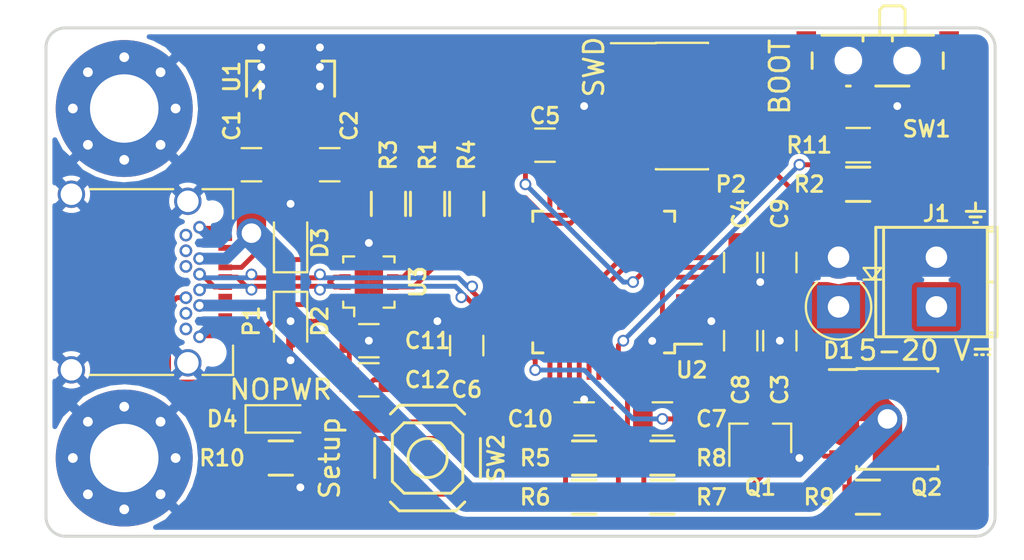
<source format=kicad_pcb>
(kicad_pcb (version 4) (host pcbnew 4.0.6)

  (general
    (links 121)
    (no_connects 2)
    (area 81.424999 56.924999 130.075001 83.075001)
    (thickness 1.6)
    (drawings 10)
    (tracks 389)
    (zones 0)
    (modules 39)
    (nets 65)
  )

  (page USLetter)
  (title_block
    (title "PD Buddy Sink")
    (rev 0.2)
  )

  (layers
    (0 F.Cu signal)
    (31 B.Cu signal)
    (32 B.Adhes user)
    (33 F.Adhes user)
    (34 B.Paste user)
    (35 F.Paste user)
    (36 B.SilkS user)
    (37 F.SilkS user)
    (38 B.Mask user)
    (39 F.Mask user)
    (40 Dwgs.User user)
    (41 Cmts.User user)
    (42 Eco1.User user)
    (43 Eco2.User user)
    (44 Edge.Cuts user)
    (45 Margin user)
    (46 B.CrtYd user)
    (47 F.CrtYd user)
    (48 B.Fab user)
    (49 F.Fab user)
  )

  (setup
    (last_trace_width 0.25)
    (trace_clearance 0.16)
    (zone_clearance 0.254)
    (zone_45_only no)
    (trace_min 0.2)
    (segment_width 0.2)
    (edge_width 0.15)
    (via_size 0.6)
    (via_drill 0.4)
    (via_min_size 0.4)
    (via_min_drill 0.3)
    (uvia_size 0.3)
    (uvia_drill 0.1)
    (uvias_allowed no)
    (uvia_min_size 0.2)
    (uvia_min_drill 0.1)
    (pcb_text_width 0.3)
    (pcb_text_size 1.5 1.5)
    (mod_edge_width 0.15)
    (mod_text_size 0.8 0.8)
    (mod_text_width 0.15)
    (pad_size 1.524 1.524)
    (pad_drill 0.762)
    (pad_to_mask_clearance 0.125)
    (aux_axis_origin 0 0)
    (grid_origin 90 70)
    (visible_elements FFFFFF7F)
    (pcbplotparams
      (layerselection 0x00030_80000001)
      (usegerberextensions false)
      (excludeedgelayer true)
      (linewidth 0.100000)
      (plotframeref false)
      (viasonmask false)
      (mode 1)
      (useauxorigin false)
      (hpglpennumber 1)
      (hpglpenspeed 20)
      (hpglpendiameter 15)
      (hpglpenoverlay 2)
      (psnegative false)
      (psa4output false)
      (plotreference true)
      (plotvalue true)
      (plotinvisibletext false)
      (padsonsilk false)
      (subtractmaskfromsilk false)
      (outputformat 1)
      (mirror false)
      (drillshape 1)
      (scaleselection 1)
      (outputdirectory ""))
  )

  (net 0 "")
  (net 1 VBUS)
  (net 2 GND)
  (net 3 +3V3)
  (net 4 /Microcontroller/nRST)
  (net 5 "/PD PHY/CC2")
  (net 6 "/PD PHY/CC1")
  (net 7 "Net-(P1-PadB8)")
  (net 8 "Net-(P1-PadB3)")
  (net 9 "Net-(P1-PadB10)")
  (net 10 "Net-(P1-PadB2)")
  (net 11 "Net-(P1-PadB11)")
  (net 12 "Net-(P1-PadA2)")
  (net 13 "Net-(P1-PadA3)")
  (net 14 "Net-(P1-PadA10)")
  (net 15 "Net-(P1-PadA8)")
  (net 16 "Net-(P1-PadA11)")
  (net 17 /Microcontroller/SWDIO)
  (net 18 /Microcontroller/SWCLK)
  (net 19 "Net-(P2-Pad6)")
  (net 20 "Net-(P2-Pad7)")
  (net 21 "Net-(P2-Pad8)")
  (net 22 "Net-(Q1-Pad1)")
  (net 23 /Microcontroller/INT_N)
  (net 24 "Net-(R2-Pad1)")
  (net 25 /Microcontroller/SCL)
  (net 26 /Microcontroller/SDA)
  (net 27 "Net-(R5-Pad1)")
  (net 28 /Microcontroller/OUT_CTRL)
  (net 29 "Net-(U2-Pad2)")
  (net 30 "Net-(U2-Pad3)")
  (net 31 "Net-(U2-Pad4)")
  (net 32 "Net-(U2-Pad5)")
  (net 33 "Net-(U2-Pad6)")
  (net 34 "Net-(U2-Pad10)")
  (net 35 "Net-(U2-Pad11)")
  (net 36 "Net-(U2-Pad12)")
  (net 37 "Net-(U2-Pad13)")
  (net 38 "Net-(U2-Pad14)")
  (net 39 "Net-(U2-Pad15)")
  (net 40 "Net-(U2-Pad16)")
  (net 41 "Net-(U2-Pad17)")
  (net 42 "Net-(U2-Pad18)")
  (net 43 "Net-(U2-Pad19)")
  (net 44 "Net-(U2-Pad20)")
  (net 45 "Net-(U2-Pad26)")
  (net 46 "Net-(U2-Pad27)")
  (net 47 "Net-(U2-Pad28)")
  (net 48 "Net-(U2-Pad29)")
  (net 49 "Net-(U2-Pad30)")
  (net 50 "Net-(U2-Pad40)")
  (net 51 "Net-(U2-Pad46)")
  (net 52 VCONN)
  (net 53 "Net-(D4-Pad1)")
  (net 54 /Microcontroller/D+)
  (net 55 /Microcontroller/D-)
  (net 56 /Microcontroller/SETUP)
  (net 57 /Microcontroller/NOPWR)
  (net 58 "Net-(U2-Pad31)")
  (net 59 "Net-(U2-Pad41)")
  (net 60 "Net-(U2-Pad42)")
  (net 61 "Net-(U2-Pad43)")
  (net 62 "Net-(Q1-Pad3)")
  (net 63 "Net-(R11-Pad1)")
  (net 64 /Output/OUT)

  (net_class Default "This is the default net class."
    (clearance 0.16)
    (trace_width 0.25)
    (via_dia 0.6)
    (via_drill 0.4)
    (uvia_dia 0.3)
    (uvia_drill 0.1)
    (add_net +3V3)
    (add_net /Microcontroller/D+)
    (add_net /Microcontroller/D-)
    (add_net /Microcontroller/INT_N)
    (add_net /Microcontroller/NOPWR)
    (add_net /Microcontroller/OUT_CTRL)
    (add_net /Microcontroller/SCL)
    (add_net /Microcontroller/SDA)
    (add_net /Microcontroller/SETUP)
    (add_net /Microcontroller/SWCLK)
    (add_net /Microcontroller/SWDIO)
    (add_net /Microcontroller/nRST)
    (add_net /Output/OUT)
    (add_net "/PD PHY/CC1")
    (add_net "/PD PHY/CC2")
    (add_net GND)
    (add_net "Net-(D4-Pad1)")
    (add_net "Net-(P1-PadA10)")
    (add_net "Net-(P1-PadA11)")
    (add_net "Net-(P1-PadA2)")
    (add_net "Net-(P1-PadA3)")
    (add_net "Net-(P1-PadA8)")
    (add_net "Net-(P1-PadB10)")
    (add_net "Net-(P1-PadB11)")
    (add_net "Net-(P1-PadB2)")
    (add_net "Net-(P1-PadB3)")
    (add_net "Net-(P1-PadB8)")
    (add_net "Net-(P2-Pad6)")
    (add_net "Net-(P2-Pad7)")
    (add_net "Net-(P2-Pad8)")
    (add_net "Net-(Q1-Pad1)")
    (add_net "Net-(Q1-Pad3)")
    (add_net "Net-(R11-Pad1)")
    (add_net "Net-(R2-Pad1)")
    (add_net "Net-(R5-Pad1)")
    (add_net "Net-(U2-Pad10)")
    (add_net "Net-(U2-Pad11)")
    (add_net "Net-(U2-Pad12)")
    (add_net "Net-(U2-Pad13)")
    (add_net "Net-(U2-Pad14)")
    (add_net "Net-(U2-Pad15)")
    (add_net "Net-(U2-Pad16)")
    (add_net "Net-(U2-Pad17)")
    (add_net "Net-(U2-Pad18)")
    (add_net "Net-(U2-Pad19)")
    (add_net "Net-(U2-Pad2)")
    (add_net "Net-(U2-Pad20)")
    (add_net "Net-(U2-Pad26)")
    (add_net "Net-(U2-Pad27)")
    (add_net "Net-(U2-Pad28)")
    (add_net "Net-(U2-Pad29)")
    (add_net "Net-(U2-Pad3)")
    (add_net "Net-(U2-Pad30)")
    (add_net "Net-(U2-Pad31)")
    (add_net "Net-(U2-Pad4)")
    (add_net "Net-(U2-Pad40)")
    (add_net "Net-(U2-Pad41)")
    (add_net "Net-(U2-Pad42)")
    (add_net "Net-(U2-Pad43)")
    (add_net "Net-(U2-Pad46)")
    (add_net "Net-(U2-Pad5)")
    (add_net "Net-(U2-Pad6)")
    (add_net VCONN)
  )

  (net_class Power ""
    (clearance 0.16)
    (trace_width 1.5)
    (via_dia 1.5)
    (via_drill 1)
    (uvia_dia 0.3)
    (uvia_drill 0.1)
    (add_net VBUS)
  )

  (net_class Power_Small ""
    (clearance 0.16)
    (trace_width 0.6)
    (via_dia 0.6)
    (via_drill 0.4)
    (uvia_dia 0.3)
    (uvia_drill 0.1)
  )

  (module Resistors_SMD:R_0805 (layer F.Cu) (tedit 58307B54) (tstamp 5892662D)
    (at 123 65)
    (descr "Resistor SMD 0805, reflow soldering, Vishay (see dcrcw.pdf)")
    (tags "resistor 0805")
    (path /588FD270/5890164A)
    (attr smd)
    (fp_text reference R2 (at -2.5 0) (layer F.SilkS)
      (effects (font (size 0.8 0.8) (thickness 0.15)))
    )
    (fp_text value 10kΩ (at 0 2.1) (layer F.Fab)
      (effects (font (size 1 1) (thickness 0.15)))
    )
    (fp_line (start -1 0.625) (end -1 -0.625) (layer F.Fab) (width 0.1))
    (fp_line (start 1 0.625) (end -1 0.625) (layer F.Fab) (width 0.1))
    (fp_line (start 1 -0.625) (end 1 0.625) (layer F.Fab) (width 0.1))
    (fp_line (start -1 -0.625) (end 1 -0.625) (layer F.Fab) (width 0.1))
    (fp_line (start -1.6 -1) (end 1.6 -1) (layer F.CrtYd) (width 0.05))
    (fp_line (start -1.6 1) (end 1.6 1) (layer F.CrtYd) (width 0.05))
    (fp_line (start -1.6 -1) (end -1.6 1) (layer F.CrtYd) (width 0.05))
    (fp_line (start 1.6 -1) (end 1.6 1) (layer F.CrtYd) (width 0.05))
    (fp_line (start 0.6 0.875) (end -0.6 0.875) (layer F.SilkS) (width 0.15))
    (fp_line (start -0.6 -0.875) (end 0.6 -0.875) (layer F.SilkS) (width 0.15))
    (pad 1 smd rect (at -0.95 0) (size 0.7 1.3) (layers F.Cu F.Paste F.Mask)
      (net 24 "Net-(R2-Pad1)"))
    (pad 2 smd rect (at 0.95 0) (size 0.7 1.3) (layers F.Cu F.Paste F.Mask)
      (net 63 "Net-(R11-Pad1)"))
    (model Resistors_SMD.3dshapes/R_0805.wrl
      (at (xyz 0 0 0))
      (scale (xyz 1 1 1))
      (rotate (xyz 0 0 0))
    )
  )

  (module Resistors_SMD:R_0805 (layer F.Cu) (tedit 58AADA8F) (tstamp 58B99806)
    (at 123 63)
    (descr "Resistor SMD 0805, reflow soldering, Vishay (see dcrcw.pdf)")
    (tags "resistor 0805")
    (path /588FD270/58B995CE)
    (attr smd)
    (fp_text reference R11 (at -2.5 0) (layer F.SilkS)
      (effects (font (size 0.8 0.8) (thickness 0.15)))
    )
    (fp_text value 0Ω (at 0 1.75) (layer F.Fab)
      (effects (font (size 1 1) (thickness 0.15)))
    )
    (fp_text user %R (at 0 -1.65) (layer F.Fab)
      (effects (font (size 1 1) (thickness 0.15)))
    )
    (fp_line (start -1 0.62) (end -1 -0.62) (layer F.Fab) (width 0.1))
    (fp_line (start 1 0.62) (end -1 0.62) (layer F.Fab) (width 0.1))
    (fp_line (start 1 -0.62) (end 1 0.62) (layer F.Fab) (width 0.1))
    (fp_line (start -1 -0.62) (end 1 -0.62) (layer F.Fab) (width 0.1))
    (fp_line (start 0.6 0.88) (end -0.6 0.88) (layer F.SilkS) (width 0.12))
    (fp_line (start -0.6 -0.88) (end 0.6 -0.88) (layer F.SilkS) (width 0.12))
    (fp_line (start -1.55 -0.9) (end 1.55 -0.9) (layer F.CrtYd) (width 0.05))
    (fp_line (start -1.55 -0.9) (end -1.55 0.9) (layer F.CrtYd) (width 0.05))
    (fp_line (start 1.55 0.9) (end 1.55 -0.9) (layer F.CrtYd) (width 0.05))
    (fp_line (start 1.55 0.9) (end -1.55 0.9) (layer F.CrtYd) (width 0.05))
    (pad 1 smd rect (at -0.95 0) (size 0.7 1.3) (layers F.Cu F.Paste F.Mask)
      (net 63 "Net-(R11-Pad1)"))
    (pad 2 smd rect (at 0.95 0) (size 0.7 1.3) (layers F.Cu F.Paste F.Mask)
      (net 2 GND))
    (model Resistors_SMD.3dshapes/R_0805.wrl
      (at (xyz 0 0 0))
      (scale (xyz 1 1 1))
      (rotate (xyz 0 0 0))
    )
  )

  (module Resistors_SMD:R_0805 (layer F.Cu) (tedit 58307B54) (tstamp 5892BF24)
    (at 93.5 79)
    (descr "Resistor SMD 0805, reflow soldering, Vishay (see dcrcw.pdf)")
    (tags "resistor 0805")
    (path /588FD270/5893124B)
    (attr smd)
    (fp_text reference R10 (at -3 0) (layer F.SilkS)
      (effects (font (size 0.8 0.8) (thickness 0.15)))
    )
    (fp_text value 300Ω (at 0 2.1) (layer F.Fab)
      (effects (font (size 1 1) (thickness 0.15)))
    )
    (fp_line (start -1 0.625) (end -1 -0.625) (layer F.Fab) (width 0.1))
    (fp_line (start 1 0.625) (end -1 0.625) (layer F.Fab) (width 0.1))
    (fp_line (start 1 -0.625) (end 1 0.625) (layer F.Fab) (width 0.1))
    (fp_line (start -1 -0.625) (end 1 -0.625) (layer F.Fab) (width 0.1))
    (fp_line (start -1.6 -1) (end 1.6 -1) (layer F.CrtYd) (width 0.05))
    (fp_line (start -1.6 1) (end 1.6 1) (layer F.CrtYd) (width 0.05))
    (fp_line (start -1.6 -1) (end -1.6 1) (layer F.CrtYd) (width 0.05))
    (fp_line (start 1.6 -1) (end 1.6 1) (layer F.CrtYd) (width 0.05))
    (fp_line (start 0.6 0.875) (end -0.6 0.875) (layer F.SilkS) (width 0.15))
    (fp_line (start -0.6 -0.875) (end 0.6 -0.875) (layer F.SilkS) (width 0.15))
    (pad 1 smd rect (at -0.95 0) (size 0.7 1.3) (layers F.Cu F.Paste F.Mask)
      (net 53 "Net-(D4-Pad1)"))
    (pad 2 smd rect (at 0.95 0) (size 0.7 1.3) (layers F.Cu F.Paste F.Mask)
      (net 2 GND))
    (model Resistors_SMD.3dshapes/R_0805.wrl
      (at (xyz 0 0 0))
      (scale (xyz 1 1 1))
      (rotate (xyz 0 0 0))
    )
  )

  (module Resistors_SMD:R_0805 (layer F.Cu) (tedit 58307B54) (tstamp 5892669D)
    (at 123.5 81 180)
    (descr "Resistor SMD 0805, reflow soldering, Vishay (see dcrcw.pdf)")
    (tags "resistor 0805")
    (path /588FA3A4/5892602E)
    (attr smd)
    (fp_text reference R9 (at 2.5 0 180) (layer F.SilkS)
      (effects (font (size 0.8 0.8) (thickness 0.15)))
    )
    (fp_text value 4.7kΩ (at 0 2.1 180) (layer F.Fab)
      (effects (font (size 1 1) (thickness 0.15)))
    )
    (fp_line (start -1 0.625) (end -1 -0.625) (layer F.Fab) (width 0.1))
    (fp_line (start 1 0.625) (end -1 0.625) (layer F.Fab) (width 0.1))
    (fp_line (start 1 -0.625) (end 1 0.625) (layer F.Fab) (width 0.1))
    (fp_line (start -1 -0.625) (end 1 -0.625) (layer F.Fab) (width 0.1))
    (fp_line (start -1.6 -1) (end 1.6 -1) (layer F.CrtYd) (width 0.05))
    (fp_line (start -1.6 1) (end 1.6 1) (layer F.CrtYd) (width 0.05))
    (fp_line (start -1.6 -1) (end -1.6 1) (layer F.CrtYd) (width 0.05))
    (fp_line (start 1.6 -1) (end 1.6 1) (layer F.CrtYd) (width 0.05))
    (fp_line (start 0.6 0.875) (end -0.6 0.875) (layer F.SilkS) (width 0.15))
    (fp_line (start -0.6 -0.875) (end 0.6 -0.875) (layer F.SilkS) (width 0.15))
    (pad 1 smd rect (at -0.95 0 180) (size 0.7 1.3) (layers F.Cu F.Paste F.Mask)
      (net 1 VBUS))
    (pad 2 smd rect (at 0.95 0 180) (size 0.7 1.3) (layers F.Cu F.Paste F.Mask)
      (net 62 "Net-(Q1-Pad3)"))
    (model Resistors_SMD.3dshapes/R_0805.wrl
      (at (xyz 0 0 0))
      (scale (xyz 1 1 1))
      (rotate (xyz 0 0 0))
    )
  )

  (module Resistors_SMD:R_0805 (layer F.Cu) (tedit 58307B54) (tstamp 5892668D)
    (at 113 79)
    (descr "Resistor SMD 0805, reflow soldering, Vishay (see dcrcw.pdf)")
    (tags "resistor 0805")
    (path /588FA3A4/58926842)
    (attr smd)
    (fp_text reference R8 (at 2.5 0) (layer F.SilkS)
      (effects (font (size 0.8 0.8) (thickness 0.15)))
    )
    (fp_text value 2kΩ (at 0 2.1) (layer F.Fab)
      (effects (font (size 1 1) (thickness 0.15)))
    )
    (fp_line (start -1 0.625) (end -1 -0.625) (layer F.Fab) (width 0.1))
    (fp_line (start 1 0.625) (end -1 0.625) (layer F.Fab) (width 0.1))
    (fp_line (start 1 -0.625) (end 1 0.625) (layer F.Fab) (width 0.1))
    (fp_line (start -1 -0.625) (end 1 -0.625) (layer F.Fab) (width 0.1))
    (fp_line (start -1.6 -1) (end 1.6 -1) (layer F.CrtYd) (width 0.05))
    (fp_line (start -1.6 1) (end 1.6 1) (layer F.CrtYd) (width 0.05))
    (fp_line (start -1.6 -1) (end -1.6 1) (layer F.CrtYd) (width 0.05))
    (fp_line (start 1.6 -1) (end 1.6 1) (layer F.CrtYd) (width 0.05))
    (fp_line (start 0.6 0.875) (end -0.6 0.875) (layer F.SilkS) (width 0.15))
    (fp_line (start -0.6 -0.875) (end 0.6 -0.875) (layer F.SilkS) (width 0.15))
    (pad 1 smd rect (at -0.95 0) (size 0.7 1.3) (layers F.Cu F.Paste F.Mask)
      (net 28 /Microcontroller/OUT_CTRL))
    (pad 2 smd rect (at 0.95 0) (size 0.7 1.3) (layers F.Cu F.Paste F.Mask)
      (net 22 "Net-(Q1-Pad1)"))
    (model Resistors_SMD.3dshapes/R_0805.wrl
      (at (xyz 0 0 0))
      (scale (xyz 1 1 1))
      (rotate (xyz 0 0 0))
    )
  )

  (module Resistors_SMD:R_0805 (layer F.Cu) (tedit 58307B54) (tstamp 5892667D)
    (at 113 81)
    (descr "Resistor SMD 0805, reflow soldering, Vishay (see dcrcw.pdf)")
    (tags "resistor 0805")
    (path /588FA3A4/58926F23)
    (attr smd)
    (fp_text reference R7 (at 2.5 0) (layer F.SilkS)
      (effects (font (size 0.8 0.8) (thickness 0.15)))
    )
    (fp_text value 10kΩ (at 0 2.1) (layer F.Fab)
      (effects (font (size 1 1) (thickness 0.15)))
    )
    (fp_line (start -1 0.625) (end -1 -0.625) (layer F.Fab) (width 0.1))
    (fp_line (start 1 0.625) (end -1 0.625) (layer F.Fab) (width 0.1))
    (fp_line (start 1 -0.625) (end 1 0.625) (layer F.Fab) (width 0.1))
    (fp_line (start -1 -0.625) (end 1 -0.625) (layer F.Fab) (width 0.1))
    (fp_line (start -1.6 -1) (end 1.6 -1) (layer F.CrtYd) (width 0.05))
    (fp_line (start -1.6 1) (end 1.6 1) (layer F.CrtYd) (width 0.05))
    (fp_line (start -1.6 -1) (end -1.6 1) (layer F.CrtYd) (width 0.05))
    (fp_line (start 1.6 -1) (end 1.6 1) (layer F.CrtYd) (width 0.05))
    (fp_line (start 0.6 0.875) (end -0.6 0.875) (layer F.SilkS) (width 0.15))
    (fp_line (start -0.6 -0.875) (end 0.6 -0.875) (layer F.SilkS) (width 0.15))
    (pad 1 smd rect (at -0.95 0) (size 0.7 1.3) (layers F.Cu F.Paste F.Mask)
      (net 28 /Microcontroller/OUT_CTRL))
    (pad 2 smd rect (at 0.95 0) (size 0.7 1.3) (layers F.Cu F.Paste F.Mask)
      (net 2 GND))
    (model Resistors_SMD.3dshapes/R_0805.wrl
      (at (xyz 0 0 0))
      (scale (xyz 1 1 1))
      (rotate (xyz 0 0 0))
    )
  )

  (module Resistors_SMD:R_0805 (layer F.Cu) (tedit 58307B54) (tstamp 5892666D)
    (at 109 81)
    (descr "Resistor SMD 0805, reflow soldering, Vishay (see dcrcw.pdf)")
    (tags "resistor 0805")
    (path /588FD270/589286AA)
    (attr smd)
    (fp_text reference R6 (at -2.5 0) (layer F.SilkS)
      (effects (font (size 0.8 0.8) (thickness 0.15)))
    )
    (fp_text value 10kΩ (at 0 2.1) (layer F.Fab)
      (effects (font (size 1 1) (thickness 0.15)))
    )
    (fp_line (start -1 0.625) (end -1 -0.625) (layer F.Fab) (width 0.1))
    (fp_line (start 1 0.625) (end -1 0.625) (layer F.Fab) (width 0.1))
    (fp_line (start 1 -0.625) (end 1 0.625) (layer F.Fab) (width 0.1))
    (fp_line (start -1 -0.625) (end 1 -0.625) (layer F.Fab) (width 0.1))
    (fp_line (start -1.6 -1) (end 1.6 -1) (layer F.CrtYd) (width 0.05))
    (fp_line (start -1.6 1) (end 1.6 1) (layer F.CrtYd) (width 0.05))
    (fp_line (start -1.6 -1) (end -1.6 1) (layer F.CrtYd) (width 0.05))
    (fp_line (start 1.6 -1) (end 1.6 1) (layer F.CrtYd) (width 0.05))
    (fp_line (start 0.6 0.875) (end -0.6 0.875) (layer F.SilkS) (width 0.15))
    (fp_line (start -0.6 -0.875) (end 0.6 -0.875) (layer F.SilkS) (width 0.15))
    (pad 1 smd rect (at -0.95 0) (size 0.7 1.3) (layers F.Cu F.Paste F.Mask)
      (net 27 "Net-(R5-Pad1)"))
    (pad 2 smd rect (at 0.95 0) (size 0.7 1.3) (layers F.Cu F.Paste F.Mask)
      (net 2 GND))
    (model Resistors_SMD.3dshapes/R_0805.wrl
      (at (xyz 0 0 0))
      (scale (xyz 1 1 1))
      (rotate (xyz 0 0 0))
    )
  )

  (module Resistors_SMD:R_0805 (layer F.Cu) (tedit 58307B54) (tstamp 5892665D)
    (at 109 79)
    (descr "Resistor SMD 0805, reflow soldering, Vishay (see dcrcw.pdf)")
    (tags "resistor 0805")
    (path /588FD270/5892828B)
    (attr smd)
    (fp_text reference R5 (at -2.5 0) (layer F.SilkS)
      (effects (font (size 0.8 0.8) (thickness 0.15)))
    )
    (fp_text value 10kΩ (at 0 2.1) (layer F.Fab)
      (effects (font (size 1 1) (thickness 0.15)))
    )
    (fp_line (start -1 0.625) (end -1 -0.625) (layer F.Fab) (width 0.1))
    (fp_line (start 1 0.625) (end -1 0.625) (layer F.Fab) (width 0.1))
    (fp_line (start 1 -0.625) (end 1 0.625) (layer F.Fab) (width 0.1))
    (fp_line (start -1 -0.625) (end 1 -0.625) (layer F.Fab) (width 0.1))
    (fp_line (start -1.6 -1) (end 1.6 -1) (layer F.CrtYd) (width 0.05))
    (fp_line (start -1.6 1) (end 1.6 1) (layer F.CrtYd) (width 0.05))
    (fp_line (start -1.6 -1) (end -1.6 1) (layer F.CrtYd) (width 0.05))
    (fp_line (start 1.6 -1) (end 1.6 1) (layer F.CrtYd) (width 0.05))
    (fp_line (start 0.6 0.875) (end -0.6 0.875) (layer F.SilkS) (width 0.15))
    (fp_line (start -0.6 -0.875) (end 0.6 -0.875) (layer F.SilkS) (width 0.15))
    (pad 1 smd rect (at -0.95 0) (size 0.7 1.3) (layers F.Cu F.Paste F.Mask)
      (net 27 "Net-(R5-Pad1)"))
    (pad 2 smd rect (at 0.95 0) (size 0.7 1.3) (layers F.Cu F.Paste F.Mask)
      (net 56 /Microcontroller/SETUP))
    (model Resistors_SMD.3dshapes/R_0805.wrl
      (at (xyz 0 0 0))
      (scale (xyz 1 1 1))
      (rotate (xyz 0 0 0))
    )
  )

  (module Resistors_SMD:R_0805 (layer F.Cu) (tedit 58307B54) (tstamp 5892664D)
    (at 103 66 90)
    (descr "Resistor SMD 0805, reflow soldering, Vishay (see dcrcw.pdf)")
    (tags "resistor 0805")
    (path /588FD270/589246A0)
    (attr smd)
    (fp_text reference R4 (at 2.5 0 90) (layer F.SilkS)
      (effects (font (size 0.8 0.8) (thickness 0.15)))
    )
    (fp_text value 2kΩ (at 0 2.1 90) (layer F.Fab)
      (effects (font (size 1 1) (thickness 0.15)))
    )
    (fp_line (start -1 0.625) (end -1 -0.625) (layer F.Fab) (width 0.1))
    (fp_line (start 1 0.625) (end -1 0.625) (layer F.Fab) (width 0.1))
    (fp_line (start 1 -0.625) (end 1 0.625) (layer F.Fab) (width 0.1))
    (fp_line (start -1 -0.625) (end 1 -0.625) (layer F.Fab) (width 0.1))
    (fp_line (start -1.6 -1) (end 1.6 -1) (layer F.CrtYd) (width 0.05))
    (fp_line (start -1.6 1) (end 1.6 1) (layer F.CrtYd) (width 0.05))
    (fp_line (start -1.6 -1) (end -1.6 1) (layer F.CrtYd) (width 0.05))
    (fp_line (start 1.6 -1) (end 1.6 1) (layer F.CrtYd) (width 0.05))
    (fp_line (start 0.6 0.875) (end -0.6 0.875) (layer F.SilkS) (width 0.15))
    (fp_line (start -0.6 -0.875) (end 0.6 -0.875) (layer F.SilkS) (width 0.15))
    (pad 1 smd rect (at -0.95 0 90) (size 0.7 1.3) (layers F.Cu F.Paste F.Mask)
      (net 23 /Microcontroller/INT_N))
    (pad 2 smd rect (at 0.95 0 90) (size 0.7 1.3) (layers F.Cu F.Paste F.Mask)
      (net 3 +3V3))
    (model Resistors_SMD.3dshapes/R_0805.wrl
      (at (xyz 0 0 0))
      (scale (xyz 1 1 1))
      (rotate (xyz 0 0 0))
    )
  )

  (module Resistors_SMD:R_0805 (layer F.Cu) (tedit 58307B54) (tstamp 5892663D)
    (at 99 66 90)
    (descr "Resistor SMD 0805, reflow soldering, Vishay (see dcrcw.pdf)")
    (tags "resistor 0805")
    (path /588FD270/58924737)
    (attr smd)
    (fp_text reference R3 (at 2.5 0 90) (layer F.SilkS)
      (effects (font (size 0.8 0.8) (thickness 0.15)))
    )
    (fp_text value 2kΩ (at 0 2.1 90) (layer F.Fab)
      (effects (font (size 1 1) (thickness 0.15)))
    )
    (fp_line (start -1 0.625) (end -1 -0.625) (layer F.Fab) (width 0.1))
    (fp_line (start 1 0.625) (end -1 0.625) (layer F.Fab) (width 0.1))
    (fp_line (start 1 -0.625) (end 1 0.625) (layer F.Fab) (width 0.1))
    (fp_line (start -1 -0.625) (end 1 -0.625) (layer F.Fab) (width 0.1))
    (fp_line (start -1.6 -1) (end 1.6 -1) (layer F.CrtYd) (width 0.05))
    (fp_line (start -1.6 1) (end 1.6 1) (layer F.CrtYd) (width 0.05))
    (fp_line (start -1.6 -1) (end -1.6 1) (layer F.CrtYd) (width 0.05))
    (fp_line (start 1.6 -1) (end 1.6 1) (layer F.CrtYd) (width 0.05))
    (fp_line (start 0.6 0.875) (end -0.6 0.875) (layer F.SilkS) (width 0.15))
    (fp_line (start -0.6 -0.875) (end 0.6 -0.875) (layer F.SilkS) (width 0.15))
    (pad 1 smd rect (at -0.95 0 90) (size 0.7 1.3) (layers F.Cu F.Paste F.Mask)
      (net 26 /Microcontroller/SDA))
    (pad 2 smd rect (at 0.95 0 90) (size 0.7 1.3) (layers F.Cu F.Paste F.Mask)
      (net 3 +3V3))
    (model Resistors_SMD.3dshapes/R_0805.wrl
      (at (xyz 0 0 0))
      (scale (xyz 1 1 1))
      (rotate (xyz 0 0 0))
    )
  )

  (module Resistors_SMD:R_0805 (layer F.Cu) (tedit 58307B54) (tstamp 5892661D)
    (at 101 66 90)
    (descr "Resistor SMD 0805, reflow soldering, Vishay (see dcrcw.pdf)")
    (tags "resistor 0805")
    (path /588FD270/5892476F)
    (attr smd)
    (fp_text reference R1 (at 2.5 0 90) (layer F.SilkS)
      (effects (font (size 0.8 0.8) (thickness 0.15)))
    )
    (fp_text value 2kΩ (at 0 2.1 90) (layer F.Fab)
      (effects (font (size 1 1) (thickness 0.15)))
    )
    (fp_line (start -1 0.625) (end -1 -0.625) (layer F.Fab) (width 0.1))
    (fp_line (start 1 0.625) (end -1 0.625) (layer F.Fab) (width 0.1))
    (fp_line (start 1 -0.625) (end 1 0.625) (layer F.Fab) (width 0.1))
    (fp_line (start -1 -0.625) (end 1 -0.625) (layer F.Fab) (width 0.1))
    (fp_line (start -1.6 -1) (end 1.6 -1) (layer F.CrtYd) (width 0.05))
    (fp_line (start -1.6 1) (end 1.6 1) (layer F.CrtYd) (width 0.05))
    (fp_line (start -1.6 -1) (end -1.6 1) (layer F.CrtYd) (width 0.05))
    (fp_line (start 1.6 -1) (end 1.6 1) (layer F.CrtYd) (width 0.05))
    (fp_line (start 0.6 0.875) (end -0.6 0.875) (layer F.SilkS) (width 0.15))
    (fp_line (start -0.6 -0.875) (end 0.6 -0.875) (layer F.SilkS) (width 0.15))
    (pad 1 smd rect (at -0.95 0 90) (size 0.7 1.3) (layers F.Cu F.Paste F.Mask)
      (net 25 /Microcontroller/SCL))
    (pad 2 smd rect (at 0.95 0 90) (size 0.7 1.3) (layers F.Cu F.Paste F.Mask)
      (net 3 +3V3))
    (model Resistors_SMD.3dshapes/R_0805.wrl
      (at (xyz 0 0 0))
      (scale (xyz 1 1 1))
      (rotate (xyz 0 0 0))
    )
  )

  (module Capacitors_SMD:C_0805 (layer F.Cu) (tedit 5415D6EA) (tstamp 5892646D)
    (at 92 64)
    (descr "Capacitor SMD 0805, reflow soldering, AVX (see smccp.pdf)")
    (tags "capacitor 0805")
    (path /588F9A21/588FA3EC)
    (attr smd)
    (fp_text reference C1 (at -1 -2 90) (layer F.SilkS)
      (effects (font (size 0.8 0.8) (thickness 0.15)))
    )
    (fp_text value 1.0μF (at 0 2.1) (layer F.Fab)
      (effects (font (size 1 1) (thickness 0.15)))
    )
    (fp_line (start -1 0.625) (end -1 -0.625) (layer F.Fab) (width 0.1))
    (fp_line (start 1 0.625) (end -1 0.625) (layer F.Fab) (width 0.1))
    (fp_line (start 1 -0.625) (end 1 0.625) (layer F.Fab) (width 0.1))
    (fp_line (start -1 -0.625) (end 1 -0.625) (layer F.Fab) (width 0.1))
    (fp_line (start -1.8 -1) (end 1.8 -1) (layer F.CrtYd) (width 0.05))
    (fp_line (start -1.8 1) (end 1.8 1) (layer F.CrtYd) (width 0.05))
    (fp_line (start -1.8 -1) (end -1.8 1) (layer F.CrtYd) (width 0.05))
    (fp_line (start 1.8 -1) (end 1.8 1) (layer F.CrtYd) (width 0.05))
    (fp_line (start 0.5 -0.85) (end -0.5 -0.85) (layer F.SilkS) (width 0.12))
    (fp_line (start -0.5 0.85) (end 0.5 0.85) (layer F.SilkS) (width 0.12))
    (pad 1 smd rect (at -1 0) (size 1 1.25) (layers F.Cu F.Paste F.Mask)
      (net 1 VBUS))
    (pad 2 smd rect (at 1 0) (size 1 1.25) (layers F.Cu F.Paste F.Mask)
      (net 2 GND))
    (model Capacitors_SMD.3dshapes/C_0805.wrl
      (at (xyz 0 0 0))
      (scale (xyz 1 1 1))
      (rotate (xyz 0 0 0))
    )
  )

  (module Capacitors_SMD:C_0805 (layer F.Cu) (tedit 5415D6EA) (tstamp 5892647D)
    (at 96 64 180)
    (descr "Capacitor SMD 0805, reflow soldering, AVX (see smccp.pdf)")
    (tags "capacitor 0805")
    (path /588F9A21/588FA3E5)
    (attr smd)
    (fp_text reference C2 (at -1 2 270) (layer F.SilkS)
      (effects (font (size 0.8 0.8) (thickness 0.15)))
    )
    (fp_text value 2.2μF (at 0 2.1 180) (layer F.Fab)
      (effects (font (size 1 1) (thickness 0.15)))
    )
    (fp_line (start -1 0.625) (end -1 -0.625) (layer F.Fab) (width 0.1))
    (fp_line (start 1 0.625) (end -1 0.625) (layer F.Fab) (width 0.1))
    (fp_line (start 1 -0.625) (end 1 0.625) (layer F.Fab) (width 0.1))
    (fp_line (start -1 -0.625) (end 1 -0.625) (layer F.Fab) (width 0.1))
    (fp_line (start -1.8 -1) (end 1.8 -1) (layer F.CrtYd) (width 0.05))
    (fp_line (start -1.8 1) (end 1.8 1) (layer F.CrtYd) (width 0.05))
    (fp_line (start -1.8 -1) (end -1.8 1) (layer F.CrtYd) (width 0.05))
    (fp_line (start 1.8 -1) (end 1.8 1) (layer F.CrtYd) (width 0.05))
    (fp_line (start 0.5 -0.85) (end -0.5 -0.85) (layer F.SilkS) (width 0.12))
    (fp_line (start -0.5 0.85) (end 0.5 0.85) (layer F.SilkS) (width 0.12))
    (pad 1 smd rect (at -1 0 180) (size 1 1.25) (layers F.Cu F.Paste F.Mask)
      (net 3 +3V3))
    (pad 2 smd rect (at 1 0 180) (size 1 1.25) (layers F.Cu F.Paste F.Mask)
      (net 2 GND))
    (model Capacitors_SMD.3dshapes/C_0805.wrl
      (at (xyz 0 0 0))
      (scale (xyz 1 1 1))
      (rotate (xyz 0 0 0))
    )
  )

  (module Capacitors_SMD:C_0805 (layer F.Cu) (tedit 5415D6EA) (tstamp 5892648D)
    (at 119 73 90)
    (descr "Capacitor SMD 0805, reflow soldering, AVX (see smccp.pdf)")
    (tags "capacitor 0805")
    (path /588FD270/58915349)
    (attr smd)
    (fp_text reference C3 (at -2.5 0 90) (layer F.SilkS)
      (effects (font (size 0.8 0.8) (thickness 0.15)))
    )
    (fp_text value 0.1μF (at 0 2.1 90) (layer F.Fab)
      (effects (font (size 1 1) (thickness 0.15)))
    )
    (fp_line (start -1 0.625) (end -1 -0.625) (layer F.Fab) (width 0.1))
    (fp_line (start 1 0.625) (end -1 0.625) (layer F.Fab) (width 0.1))
    (fp_line (start 1 -0.625) (end 1 0.625) (layer F.Fab) (width 0.1))
    (fp_line (start -1 -0.625) (end 1 -0.625) (layer F.Fab) (width 0.1))
    (fp_line (start -1.8 -1) (end 1.8 -1) (layer F.CrtYd) (width 0.05))
    (fp_line (start -1.8 1) (end 1.8 1) (layer F.CrtYd) (width 0.05))
    (fp_line (start -1.8 -1) (end -1.8 1) (layer F.CrtYd) (width 0.05))
    (fp_line (start 1.8 -1) (end 1.8 1) (layer F.CrtYd) (width 0.05))
    (fp_line (start 0.5 -0.85) (end -0.5 -0.85) (layer F.SilkS) (width 0.12))
    (fp_line (start -0.5 0.85) (end 0.5 0.85) (layer F.SilkS) (width 0.12))
    (pad 1 smd rect (at -1 0 90) (size 1 1.25) (layers F.Cu F.Paste F.Mask)
      (net 2 GND))
    (pad 2 smd rect (at 1 0 90) (size 1 1.25) (layers F.Cu F.Paste F.Mask)
      (net 4 /Microcontroller/nRST))
    (model Capacitors_SMD.3dshapes/C_0805.wrl
      (at (xyz 0 0 0))
      (scale (xyz 1 1 1))
      (rotate (xyz 0 0 0))
    )
  )

  (module Capacitors_SMD:C_0805 (layer F.Cu) (tedit 5415D6EA) (tstamp 5892649D)
    (at 117 69 270)
    (descr "Capacitor SMD 0805, reflow soldering, AVX (see smccp.pdf)")
    (tags "capacitor 0805")
    (path /588FD270/58916B45)
    (attr smd)
    (fp_text reference C4 (at -2.5 0 270) (layer F.SilkS)
      (effects (font (size 0.8 0.8) (thickness 0.15)))
    )
    (fp_text value 0.1μF (at 0 2.1 270) (layer F.Fab)
      (effects (font (size 1 1) (thickness 0.15)))
    )
    (fp_line (start -1 0.625) (end -1 -0.625) (layer F.Fab) (width 0.1))
    (fp_line (start 1 0.625) (end -1 0.625) (layer F.Fab) (width 0.1))
    (fp_line (start 1 -0.625) (end 1 0.625) (layer F.Fab) (width 0.1))
    (fp_line (start -1 -0.625) (end 1 -0.625) (layer F.Fab) (width 0.1))
    (fp_line (start -1.8 -1) (end 1.8 -1) (layer F.CrtYd) (width 0.05))
    (fp_line (start -1.8 1) (end 1.8 1) (layer F.CrtYd) (width 0.05))
    (fp_line (start -1.8 -1) (end -1.8 1) (layer F.CrtYd) (width 0.05))
    (fp_line (start 1.8 -1) (end 1.8 1) (layer F.CrtYd) (width 0.05))
    (fp_line (start 0.5 -0.85) (end -0.5 -0.85) (layer F.SilkS) (width 0.12))
    (fp_line (start -0.5 0.85) (end 0.5 0.85) (layer F.SilkS) (width 0.12))
    (pad 1 smd rect (at -1 0 270) (size 1 1.25) (layers F.Cu F.Paste F.Mask)
      (net 3 +3V3))
    (pad 2 smd rect (at 1 0 270) (size 1 1.25) (layers F.Cu F.Paste F.Mask)
      (net 2 GND))
    (model Capacitors_SMD.3dshapes/C_0805.wrl
      (at (xyz 0 0 0))
      (scale (xyz 1 1 1))
      (rotate (xyz 0 0 0))
    )
  )

  (module Capacitors_SMD:C_0805 (layer F.Cu) (tedit 5415D6EA) (tstamp 589264AD)
    (at 107 63)
    (descr "Capacitor SMD 0805, reflow soldering, AVX (see smccp.pdf)")
    (tags "capacitor 0805")
    (path /588FD270/58916CE3)
    (attr smd)
    (fp_text reference C5 (at 0 -1.5) (layer F.SilkS)
      (effects (font (size 0.8 0.8) (thickness 0.15)))
    )
    (fp_text value 0.1μF (at 0 2.1) (layer F.Fab)
      (effects (font (size 1 1) (thickness 0.15)))
    )
    (fp_line (start -1 0.625) (end -1 -0.625) (layer F.Fab) (width 0.1))
    (fp_line (start 1 0.625) (end -1 0.625) (layer F.Fab) (width 0.1))
    (fp_line (start 1 -0.625) (end 1 0.625) (layer F.Fab) (width 0.1))
    (fp_line (start -1 -0.625) (end 1 -0.625) (layer F.Fab) (width 0.1))
    (fp_line (start -1.8 -1) (end 1.8 -1) (layer F.CrtYd) (width 0.05))
    (fp_line (start -1.8 1) (end 1.8 1) (layer F.CrtYd) (width 0.05))
    (fp_line (start -1.8 -1) (end -1.8 1) (layer F.CrtYd) (width 0.05))
    (fp_line (start 1.8 -1) (end 1.8 1) (layer F.CrtYd) (width 0.05))
    (fp_line (start 0.5 -0.85) (end -0.5 -0.85) (layer F.SilkS) (width 0.12))
    (fp_line (start -0.5 0.85) (end 0.5 0.85) (layer F.SilkS) (width 0.12))
    (pad 1 smd rect (at -1 0) (size 1 1.25) (layers F.Cu F.Paste F.Mask)
      (net 3 +3V3))
    (pad 2 smd rect (at 1 0) (size 1 1.25) (layers F.Cu F.Paste F.Mask)
      (net 2 GND))
    (model Capacitors_SMD.3dshapes/C_0805.wrl
      (at (xyz 0 0 0))
      (scale (xyz 1 1 1))
      (rotate (xyz 0 0 0))
    )
  )

  (module Capacitors_SMD:C_0805 (layer F.Cu) (tedit 5415D6EA) (tstamp 589264BD)
    (at 103 73.25 90)
    (descr "Capacitor SMD 0805, reflow soldering, AVX (see smccp.pdf)")
    (tags "capacitor 0805")
    (path /588FD270/58916D15)
    (attr smd)
    (fp_text reference C6 (at -2.25 0 180) (layer F.SilkS)
      (effects (font (size 0.8 0.8) (thickness 0.15)))
    )
    (fp_text value 0.1μF (at 0 2.1 90) (layer F.Fab)
      (effects (font (size 1 1) (thickness 0.15)))
    )
    (fp_line (start -1 0.625) (end -1 -0.625) (layer F.Fab) (width 0.1))
    (fp_line (start 1 0.625) (end -1 0.625) (layer F.Fab) (width 0.1))
    (fp_line (start 1 -0.625) (end 1 0.625) (layer F.Fab) (width 0.1))
    (fp_line (start -1 -0.625) (end 1 -0.625) (layer F.Fab) (width 0.1))
    (fp_line (start -1.8 -1) (end 1.8 -1) (layer F.CrtYd) (width 0.05))
    (fp_line (start -1.8 1) (end 1.8 1) (layer F.CrtYd) (width 0.05))
    (fp_line (start -1.8 -1) (end -1.8 1) (layer F.CrtYd) (width 0.05))
    (fp_line (start 1.8 -1) (end 1.8 1) (layer F.CrtYd) (width 0.05))
    (fp_line (start 0.5 -0.85) (end -0.5 -0.85) (layer F.SilkS) (width 0.12))
    (fp_line (start -0.5 0.85) (end 0.5 0.85) (layer F.SilkS) (width 0.12))
    (pad 1 smd rect (at -1 0 90) (size 1 1.25) (layers F.Cu F.Paste F.Mask)
      (net 3 +3V3))
    (pad 2 smd rect (at 1 0 90) (size 1 1.25) (layers F.Cu F.Paste F.Mask)
      (net 2 GND))
    (model Capacitors_SMD.3dshapes/C_0805.wrl
      (at (xyz 0 0 0))
      (scale (xyz 1 1 1))
      (rotate (xyz 0 0 0))
    )
  )

  (module Capacitors_SMD:C_0805 (layer F.Cu) (tedit 5415D6EA) (tstamp 589264CD)
    (at 113 77 180)
    (descr "Capacitor SMD 0805, reflow soldering, AVX (see smccp.pdf)")
    (tags "capacitor 0805")
    (path /588FD270/58916F18)
    (attr smd)
    (fp_text reference C7 (at -2.5 0 180) (layer F.SilkS)
      (effects (font (size 0.8 0.8) (thickness 0.15)))
    )
    (fp_text value 0.1μF (at 0 2.1 180) (layer F.Fab)
      (effects (font (size 1 1) (thickness 0.15)))
    )
    (fp_line (start -1 0.625) (end -1 -0.625) (layer F.Fab) (width 0.1))
    (fp_line (start 1 0.625) (end -1 0.625) (layer F.Fab) (width 0.1))
    (fp_line (start 1 -0.625) (end 1 0.625) (layer F.Fab) (width 0.1))
    (fp_line (start -1 -0.625) (end 1 -0.625) (layer F.Fab) (width 0.1))
    (fp_line (start -1.8 -1) (end 1.8 -1) (layer F.CrtYd) (width 0.05))
    (fp_line (start -1.8 1) (end 1.8 1) (layer F.CrtYd) (width 0.05))
    (fp_line (start -1.8 -1) (end -1.8 1) (layer F.CrtYd) (width 0.05))
    (fp_line (start 1.8 -1) (end 1.8 1) (layer F.CrtYd) (width 0.05))
    (fp_line (start 0.5 -0.85) (end -0.5 -0.85) (layer F.SilkS) (width 0.12))
    (fp_line (start -0.5 0.85) (end 0.5 0.85) (layer F.SilkS) (width 0.12))
    (pad 1 smd rect (at -1 0 180) (size 1 1.25) (layers F.Cu F.Paste F.Mask)
      (net 3 +3V3))
    (pad 2 smd rect (at 1 0 180) (size 1 1.25) (layers F.Cu F.Paste F.Mask)
      (net 2 GND))
    (model Capacitors_SMD.3dshapes/C_0805.wrl
      (at (xyz 0 0 0))
      (scale (xyz 1 1 1))
      (rotate (xyz 0 0 0))
    )
  )

  (module Capacitors_SMD:C_0805 (layer F.Cu) (tedit 5415D6EA) (tstamp 589264DD)
    (at 117 73 90)
    (descr "Capacitor SMD 0805, reflow soldering, AVX (see smccp.pdf)")
    (tags "capacitor 0805")
    (path /588FD270/5891738A)
    (attr smd)
    (fp_text reference C8 (at -2.5 0 90) (layer F.SilkS)
      (effects (font (size 0.8 0.8) (thickness 0.15)))
    )
    (fp_text value 0.1μF (at 0 2.1 90) (layer F.Fab)
      (effects (font (size 1 1) (thickness 0.15)))
    )
    (fp_line (start -1 0.625) (end -1 -0.625) (layer F.Fab) (width 0.1))
    (fp_line (start 1 0.625) (end -1 0.625) (layer F.Fab) (width 0.1))
    (fp_line (start 1 -0.625) (end 1 0.625) (layer F.Fab) (width 0.1))
    (fp_line (start -1 -0.625) (end 1 -0.625) (layer F.Fab) (width 0.1))
    (fp_line (start -1.8 -1) (end 1.8 -1) (layer F.CrtYd) (width 0.05))
    (fp_line (start -1.8 1) (end 1.8 1) (layer F.CrtYd) (width 0.05))
    (fp_line (start -1.8 -1) (end -1.8 1) (layer F.CrtYd) (width 0.05))
    (fp_line (start 1.8 -1) (end 1.8 1) (layer F.CrtYd) (width 0.05))
    (fp_line (start 0.5 -0.85) (end -0.5 -0.85) (layer F.SilkS) (width 0.12))
    (fp_line (start -0.5 0.85) (end 0.5 0.85) (layer F.SilkS) (width 0.12))
    (pad 1 smd rect (at -1 0 90) (size 1 1.25) (layers F.Cu F.Paste F.Mask)
      (net 3 +3V3))
    (pad 2 smd rect (at 1 0 90) (size 1 1.25) (layers F.Cu F.Paste F.Mask)
      (net 2 GND))
    (model Capacitors_SMD.3dshapes/C_0805.wrl
      (at (xyz 0 0 0))
      (scale (xyz 1 1 1))
      (rotate (xyz 0 0 0))
    )
  )

  (module Capacitors_SMD:C_0805 (layer F.Cu) (tedit 5415D6EA) (tstamp 589264ED)
    (at 119 69 270)
    (descr "Capacitor SMD 0805, reflow soldering, AVX (see smccp.pdf)")
    (tags "capacitor 0805")
    (path /588FD270/58917041)
    (attr smd)
    (fp_text reference C9 (at -2.5 0 270) (layer F.SilkS)
      (effects (font (size 0.8 0.8) (thickness 0.15)))
    )
    (fp_text value 1μF (at 0 2.1 270) (layer F.Fab)
      (effects (font (size 1 1) (thickness 0.15)))
    )
    (fp_line (start -1 0.625) (end -1 -0.625) (layer F.Fab) (width 0.1))
    (fp_line (start 1 0.625) (end -1 0.625) (layer F.Fab) (width 0.1))
    (fp_line (start 1 -0.625) (end 1 0.625) (layer F.Fab) (width 0.1))
    (fp_line (start -1 -0.625) (end 1 -0.625) (layer F.Fab) (width 0.1))
    (fp_line (start -1.8 -1) (end 1.8 -1) (layer F.CrtYd) (width 0.05))
    (fp_line (start -1.8 1) (end 1.8 1) (layer F.CrtYd) (width 0.05))
    (fp_line (start -1.8 -1) (end -1.8 1) (layer F.CrtYd) (width 0.05))
    (fp_line (start 1.8 -1) (end 1.8 1) (layer F.CrtYd) (width 0.05))
    (fp_line (start 0.5 -0.85) (end -0.5 -0.85) (layer F.SilkS) (width 0.12))
    (fp_line (start -0.5 0.85) (end 0.5 0.85) (layer F.SilkS) (width 0.12))
    (pad 1 smd rect (at -1 0 270) (size 1 1.25) (layers F.Cu F.Paste F.Mask)
      (net 3 +3V3))
    (pad 2 smd rect (at 1 0 270) (size 1 1.25) (layers F.Cu F.Paste F.Mask)
      (net 2 GND))
    (model Capacitors_SMD.3dshapes/C_0805.wrl
      (at (xyz 0 0 0))
      (scale (xyz 1 1 1))
      (rotate (xyz 0 0 0))
    )
  )

  (module Capacitors_SMD:C_0805 (layer F.Cu) (tedit 5415D6EA) (tstamp 589264FD)
    (at 109 77)
    (descr "Capacitor SMD 0805, reflow soldering, AVX (see smccp.pdf)")
    (tags "capacitor 0805")
    (path /588FD270/589288E4)
    (attr smd)
    (fp_text reference C10 (at -2.75 0) (layer F.SilkS)
      (effects (font (size 0.8 0.8) (thickness 0.15)))
    )
    (fp_text value 0.1μF (at 0 2.1) (layer F.Fab)
      (effects (font (size 1 1) (thickness 0.15)))
    )
    (fp_line (start -1 0.625) (end -1 -0.625) (layer F.Fab) (width 0.1))
    (fp_line (start 1 0.625) (end -1 0.625) (layer F.Fab) (width 0.1))
    (fp_line (start 1 -0.625) (end 1 0.625) (layer F.Fab) (width 0.1))
    (fp_line (start -1 -0.625) (end 1 -0.625) (layer F.Fab) (width 0.1))
    (fp_line (start -1.8 -1) (end 1.8 -1) (layer F.CrtYd) (width 0.05))
    (fp_line (start -1.8 1) (end 1.8 1) (layer F.CrtYd) (width 0.05))
    (fp_line (start -1.8 -1) (end -1.8 1) (layer F.CrtYd) (width 0.05))
    (fp_line (start 1.8 -1) (end 1.8 1) (layer F.CrtYd) (width 0.05))
    (fp_line (start 0.5 -0.85) (end -0.5 -0.85) (layer F.SilkS) (width 0.12))
    (fp_line (start -0.5 0.85) (end 0.5 0.85) (layer F.SilkS) (width 0.12))
    (pad 1 smd rect (at -1 0) (size 1 1.25) (layers F.Cu F.Paste F.Mask)
      (net 56 /Microcontroller/SETUP))
    (pad 2 smd rect (at 1 0) (size 1 1.25) (layers F.Cu F.Paste F.Mask)
      (net 2 GND))
    (model Capacitors_SMD.3dshapes/C_0805.wrl
      (at (xyz 0 0 0))
      (scale (xyz 1 1 1))
      (rotate (xyz 0 0 0))
    )
  )

  (module Capacitors_SMD:C_0805 (layer F.Cu) (tedit 5415D6EA) (tstamp 5892650D)
    (at 98 73 180)
    (descr "Capacitor SMD 0805, reflow soldering, AVX (see smccp.pdf)")
    (tags "capacitor 0805")
    (path /588FB1D7/5892A168)
    (attr smd)
    (fp_text reference C11 (at -3 0 180) (layer F.SilkS)
      (effects (font (size 0.8 0.8) (thickness 0.15)))
    )
    (fp_text value 0.1μF (at 0 2.1 180) (layer F.Fab)
      (effects (font (size 1 1) (thickness 0.15)))
    )
    (fp_line (start -1 0.625) (end -1 -0.625) (layer F.Fab) (width 0.1))
    (fp_line (start 1 0.625) (end -1 0.625) (layer F.Fab) (width 0.1))
    (fp_line (start 1 -0.625) (end 1 0.625) (layer F.Fab) (width 0.1))
    (fp_line (start -1 -0.625) (end 1 -0.625) (layer F.Fab) (width 0.1))
    (fp_line (start -1.8 -1) (end 1.8 -1) (layer F.CrtYd) (width 0.05))
    (fp_line (start -1.8 1) (end 1.8 1) (layer F.CrtYd) (width 0.05))
    (fp_line (start -1.8 -1) (end -1.8 1) (layer F.CrtYd) (width 0.05))
    (fp_line (start 1.8 -1) (end 1.8 1) (layer F.CrtYd) (width 0.05))
    (fp_line (start 0.5 -0.85) (end -0.5 -0.85) (layer F.SilkS) (width 0.12))
    (fp_line (start -0.5 0.85) (end 0.5 0.85) (layer F.SilkS) (width 0.12))
    (pad 1 smd rect (at -1 0 180) (size 1 1.25) (layers F.Cu F.Paste F.Mask)
      (net 3 +3V3))
    (pad 2 smd rect (at 1 0 180) (size 1 1.25) (layers F.Cu F.Paste F.Mask)
      (net 2 GND))
    (model Capacitors_SMD.3dshapes/C_0805.wrl
      (at (xyz 0 0 0))
      (scale (xyz 1 1 1))
      (rotate (xyz 0 0 0))
    )
  )

  (module Capacitors_SMD:C_0805 (layer F.Cu) (tedit 5415D6EA) (tstamp 5892651D)
    (at 98 75 180)
    (descr "Capacitor SMD 0805, reflow soldering, AVX (see smccp.pdf)")
    (tags "capacitor 0805")
    (path /588FB1D7/5892A19A)
    (attr smd)
    (fp_text reference C12 (at -3 0 180) (layer F.SilkS)
      (effects (font (size 0.8 0.8) (thickness 0.15)))
    )
    (fp_text value 1μF (at 0 2.1 180) (layer F.Fab)
      (effects (font (size 1 1) (thickness 0.15)))
    )
    (fp_line (start -1 0.625) (end -1 -0.625) (layer F.Fab) (width 0.1))
    (fp_line (start 1 0.625) (end -1 0.625) (layer F.Fab) (width 0.1))
    (fp_line (start 1 -0.625) (end 1 0.625) (layer F.Fab) (width 0.1))
    (fp_line (start -1 -0.625) (end 1 -0.625) (layer F.Fab) (width 0.1))
    (fp_line (start -1.8 -1) (end 1.8 -1) (layer F.CrtYd) (width 0.05))
    (fp_line (start -1.8 1) (end 1.8 1) (layer F.CrtYd) (width 0.05))
    (fp_line (start -1.8 -1) (end -1.8 1) (layer F.CrtYd) (width 0.05))
    (fp_line (start 1.8 -1) (end 1.8 1) (layer F.CrtYd) (width 0.05))
    (fp_line (start 0.5 -0.85) (end -0.5 -0.85) (layer F.SilkS) (width 0.12))
    (fp_line (start -0.5 0.85) (end 0.5 0.85) (layer F.SilkS) (width 0.12))
    (pad 1 smd rect (at -1 0 180) (size 1 1.25) (layers F.Cu F.Paste F.Mask)
      (net 3 +3V3))
    (pad 2 smd rect (at 1 0 180) (size 1 1.25) (layers F.Cu F.Paste F.Mask)
      (net 2 GND))
    (model Capacitors_SMD.3dshapes/C_0805.wrl
      (at (xyz 0 0 0))
      (scale (xyz 1 1 1))
      (rotate (xyz 0 0 0))
    )
  )

  (module Diodes_THT:D_DO-41_SOD81_P2.54mm_Vertical_AnodeUp (layer F.Cu) (tedit 5877C982) (tstamp 5892652F)
    (at 122 71.27 90)
    (descr "D, DO-41_SOD81 series, Axial, Vertical, pin pitch=2.54mm, , length*diameter=5.2*2.7mm^2, , http://www.diodes.com/_files/packages/DO-41%20(Plastic).pdf")
    (tags "D DO-41_SOD81 series Axial Vertical pin pitch 2.54mm  length 5.2mm diameter 2.7mm")
    (path /588FA3A4/58925D4E)
    (fp_text reference D1 (at -2.23 0 180) (layer F.SilkS)
      (effects (font (size 0.8 0.8) (thickness 0.15)))
    )
    (fp_text value 1N5819 (at 1.27 3.579635 90) (layer F.Fab)
      (effects (font (size 1 1) (thickness 0.15)))
    )
    (fp_arc (start 0 0) (end 1.257516 -1.1) (angle -276.1) (layer F.SilkS) (width 0.12))
    (fp_circle (center 0 0) (end 1.35 0) (layer F.Fab) (width 0.1))
    (fp_line (start 0 0) (end 2.54 0) (layer F.Fab) (width 0.1))
    (fp_line (start 1.397 1.28) (end 1.397 2.169) (layer F.SilkS) (width 0.12))
    (fp_line (start 1.397 1.7245) (end 1.989667 1.28) (layer F.SilkS) (width 0.12))
    (fp_line (start 1.989667 1.28) (end 1.989667 2.169) (layer F.SilkS) (width 0.12))
    (fp_line (start 1.989667 2.169) (end 1.397 1.7245) (layer F.SilkS) (width 0.12))
    (fp_line (start -1.7 -1.95) (end -1.7 1.95) (layer F.CrtYd) (width 0.05))
    (fp_line (start -1.7 1.95) (end 3.95 1.95) (layer F.CrtYd) (width 0.05))
    (fp_line (start 3.95 1.95) (end 3.95 -1.95) (layer F.CrtYd) (width 0.05))
    (fp_line (start 3.95 -1.95) (end -1.7 -1.95) (layer F.CrtYd) (width 0.05))
    (fp_text user K (at -2.390635 0 90) (layer F.Fab)
      (effects (font (size 1 1) (thickness 0.15)))
    )
    (pad 1 thru_hole rect (at 0 0 90) (size 2.2 2.2) (drill 1.1) (layers *.Cu *.Mask)
      (net 64 /Output/OUT))
    (pad 2 thru_hole oval (at 2.54 0 90) (size 2.2 2.2) (drill 1.1) (layers *.Cu *.Mask)
      (net 2 GND))
    (model Diodes_ThroughHole.3dshapes/D_DO-41_SOD81_P2.54mm_Vertical_AnodeUp.wrl
      (at (xyz 0 0 0))
      (scale (xyz 0.393701 0.393701 0.393701))
      (rotate (xyz 0 0 0))
    )
  )

  (module Diodes_SMD:D_SOD-323 (layer F.Cu) (tedit 58641739) (tstamp 58926546)
    (at 94 72 270)
    (descr SOD-323)
    (tags SOD-323)
    (path /588FB1D7/588FB3E3)
    (attr smd)
    (fp_text reference D2 (at 0 -1.5 270) (layer F.SilkS)
      (effects (font (size 0.8 0.8) (thickness 0.15)))
    )
    (fp_text value CZRF52C5V6 (at 0.1 1.9 270) (layer F.Fab)
      (effects (font (size 1 1) (thickness 0.15)))
    )
    (fp_line (start -1.5 -0.85) (end -1.5 0.85) (layer F.SilkS) (width 0.12))
    (fp_line (start 0.2 0) (end 0.45 0) (layer F.Fab) (width 0.1))
    (fp_line (start 0.2 0.35) (end -0.3 0) (layer F.Fab) (width 0.1))
    (fp_line (start 0.2 -0.35) (end 0.2 0.35) (layer F.Fab) (width 0.1))
    (fp_line (start -0.3 0) (end 0.2 -0.35) (layer F.Fab) (width 0.1))
    (fp_line (start -0.3 0) (end -0.5 0) (layer F.Fab) (width 0.1))
    (fp_line (start -0.3 -0.35) (end -0.3 0.35) (layer F.Fab) (width 0.1))
    (fp_line (start -0.9 0.7) (end -0.9 -0.7) (layer F.Fab) (width 0.1))
    (fp_line (start 0.9 0.7) (end -0.9 0.7) (layer F.Fab) (width 0.1))
    (fp_line (start 0.9 -0.7) (end 0.9 0.7) (layer F.Fab) (width 0.1))
    (fp_line (start -0.9 -0.7) (end 0.9 -0.7) (layer F.Fab) (width 0.1))
    (fp_line (start -1.6 -0.95) (end 1.6 -0.95) (layer F.CrtYd) (width 0.05))
    (fp_line (start 1.6 -0.95) (end 1.6 0.95) (layer F.CrtYd) (width 0.05))
    (fp_line (start -1.6 0.95) (end 1.6 0.95) (layer F.CrtYd) (width 0.05))
    (fp_line (start -1.6 -0.95) (end -1.6 0.95) (layer F.CrtYd) (width 0.05))
    (fp_line (start -1.5 0.85) (end 1.05 0.85) (layer F.SilkS) (width 0.12))
    (fp_line (start -1.5 -0.85) (end 1.05 -0.85) (layer F.SilkS) (width 0.12))
    (pad 1 smd rect (at -1.05 0 270) (size 0.6 0.45) (layers F.Cu F.Paste F.Mask)
      (net 5 "/PD PHY/CC2"))
    (pad 2 smd rect (at 1.05 0 270) (size 0.6 0.45) (layers F.Cu F.Paste F.Mask)
      (net 2 GND))
    (model Diodes_SMD.3dshapes/D_SOD-323.wrl
      (at (xyz 0 0 0))
      (scale (xyz 1 1 1))
      (rotate (xyz 0 0 180))
    )
  )

  (module Diodes_SMD:D_SOD-323 (layer F.Cu) (tedit 58641739) (tstamp 5892655D)
    (at 94 68 90)
    (descr SOD-323)
    (tags SOD-323)
    (path /588FB1D7/588FB500)
    (attr smd)
    (fp_text reference D3 (at 0 1.5 90) (layer F.SilkS)
      (effects (font (size 0.8 0.8) (thickness 0.15)))
    )
    (fp_text value CZRF52C5V6 (at 0.1 1.9 90) (layer F.Fab)
      (effects (font (size 1 1) (thickness 0.15)))
    )
    (fp_line (start -1.5 -0.85) (end -1.5 0.85) (layer F.SilkS) (width 0.12))
    (fp_line (start 0.2 0) (end 0.45 0) (layer F.Fab) (width 0.1))
    (fp_line (start 0.2 0.35) (end -0.3 0) (layer F.Fab) (width 0.1))
    (fp_line (start 0.2 -0.35) (end 0.2 0.35) (layer F.Fab) (width 0.1))
    (fp_line (start -0.3 0) (end 0.2 -0.35) (layer F.Fab) (width 0.1))
    (fp_line (start -0.3 0) (end -0.5 0) (layer F.Fab) (width 0.1))
    (fp_line (start -0.3 -0.35) (end -0.3 0.35) (layer F.Fab) (width 0.1))
    (fp_line (start -0.9 0.7) (end -0.9 -0.7) (layer F.Fab) (width 0.1))
    (fp_line (start 0.9 0.7) (end -0.9 0.7) (layer F.Fab) (width 0.1))
    (fp_line (start 0.9 -0.7) (end 0.9 0.7) (layer F.Fab) (width 0.1))
    (fp_line (start -0.9 -0.7) (end 0.9 -0.7) (layer F.Fab) (width 0.1))
    (fp_line (start -1.6 -0.95) (end 1.6 -0.95) (layer F.CrtYd) (width 0.05))
    (fp_line (start 1.6 -0.95) (end 1.6 0.95) (layer F.CrtYd) (width 0.05))
    (fp_line (start -1.6 0.95) (end 1.6 0.95) (layer F.CrtYd) (width 0.05))
    (fp_line (start -1.6 -0.95) (end -1.6 0.95) (layer F.CrtYd) (width 0.05))
    (fp_line (start -1.5 0.85) (end 1.05 0.85) (layer F.SilkS) (width 0.12))
    (fp_line (start -1.5 -0.85) (end 1.05 -0.85) (layer F.SilkS) (width 0.12))
    (pad 1 smd rect (at -1.05 0 90) (size 0.6 0.45) (layers F.Cu F.Paste F.Mask)
      (net 6 "/PD PHY/CC1"))
    (pad 2 smd rect (at 1.05 0 90) (size 0.6 0.45) (layers F.Cu F.Paste F.Mask)
      (net 2 GND))
    (model Diodes_SMD.3dshapes/D_SOD-323.wrl
      (at (xyz 0 0 0))
      (scale (xyz 1 1 1))
      (rotate (xyz 0 0 180))
    )
  )

  (module Connectors_Terminal_Blocks:TerminalBlock_Pheonix_MPT-2.54mm_2pol (layer F.Cu) (tedit 58939D8C) (tstamp 58926570)
    (at 127 71.27 90)
    (descr "2-way 2.54mm pitch terminal block, Phoenix MPT series")
    (path /588FA3A4/588FA688)
    (fp_text reference J1 (at 4.77 0 180) (layer F.SilkS)
      (effects (font (size 0.8 0.8) (thickness 0.15)))
    )
    (fp_text value "5-20 V⎓" (at -2.23 -0.5 360) (layer F.SilkS)
      (effects (font (size 1 1) (thickness 0.15)))
    )
    (fp_line (start -1.7 -3.3) (end 4.3 -3.3) (layer F.CrtYd) (width 0.05))
    (fp_line (start -1.7 3.3) (end -1.7 -3.3) (layer F.CrtYd) (width 0.05))
    (fp_line (start 4.3 3.3) (end -1.7 3.3) (layer F.CrtYd) (width 0.05))
    (fp_line (start 4.3 -3.3) (end 4.3 3.3) (layer F.CrtYd) (width 0.05))
    (fp_line (start 4.06908 2.60096) (end -1.52908 2.60096) (layer F.SilkS) (width 0.15))
    (fp_line (start -1.33096 3.0988) (end -1.33096 2.60096) (layer F.SilkS) (width 0.15))
    (fp_line (start 3.87096 2.60096) (end 3.87096 3.0988) (layer F.SilkS) (width 0.15))
    (fp_line (start 1.27 3.0988) (end 1.27 2.60096) (layer F.SilkS) (width 0.15))
    (fp_line (start -1.52908 -2.70002) (end 4.06908 -2.70002) (layer F.SilkS) (width 0.15))
    (fp_line (start -1.52908 3.0988) (end 4.06908 3.0988) (layer F.SilkS) (width 0.15))
    (fp_line (start 4.06908 3.0988) (end 4.06908 -3.0988) (layer F.SilkS) (width 0.15))
    (fp_line (start 4.06908 -3.0988) (end -1.52908 -3.0988) (layer F.SilkS) (width 0.15))
    (fp_line (start -1.52908 -3.0988) (end -1.52908 3.0988) (layer F.SilkS) (width 0.15))
    (pad 2 thru_hole oval (at 2.54 0 90) (size 1.99898 1.99898) (drill 1.09728) (layers *.Cu *.Mask)
      (net 2 GND))
    (pad 1 thru_hole rect (at 0 0 90) (size 1.99898 1.99898) (drill 1.09728) (layers *.Cu *.Mask)
      (net 64 /Output/OUT))
    (model Terminal_Blocks.3dshapes/TerminalBlock_Pheonix_MPT-2.54mm_2pol.wrl
      (at (xyz 0.05 0 0))
      (scale (xyz 1 1 1))
      (rotate (xyz 0 0 0))
    )
  )

  (module pd-buddy:Amphenol-12401548E4#2A (layer F.Cu) (tedit 58939CE9) (tstamp 58926598)
    (at 90 70 270)
    (path /588FA5F7/588FA6A2)
    (fp_text reference P1 (at 2 -2 270) (layer F.SilkS)
      (effects (font (size 0.8 0.8) (thickness 0.15)))
    )
    (fp_text value 12401548E4#2A (at 0 10 270) (layer F.Fab)
      (effects (font (size 1 1) (thickness 0.15)))
    )
    (fp_line (start 3.25 -1.06) (end 4.75 -1.06) (layer F.SilkS) (width 0.12))
    (fp_line (start 4.75 -1.06) (end 4.75 0.5) (layer F.SilkS) (width 0.12))
    (fp_line (start -4.75 -1.06) (end -4.75 0.5) (layer F.SilkS) (width 0.12))
    (fp_line (start -4.75 -1.06) (end -3.25 -1.06) (layer F.SilkS) (width 0.12))
    (fp_line (start 4.75 2) (end 4.75 6.25) (layer F.SilkS) (width 0.12))
    (fp_line (start -4.75 2) (end -4.75 6.25) (layer F.SilkS) (width 0.12))
    (pad B6 thru_hole circle (at 0.4 0.65 270) (size 0.65 0.65) (drill 0.4) (layers *.Cu *.Mask)
      (net 54 /Microcontroller/D+))
    (pad B7 thru_hole circle (at -0.4 0.65 270) (size 0.65 0.65) (drill 0.4) (layers *.Cu *.Mask)
      (net 55 /Microcontroller/D-))
    (pad SH thru_hole circle (at -4.13 1.25 270) (size 1.4 1.4) (drill 1.1) (layers *.Cu *.Mask)
      (net 2 GND))
    (pad B9 thru_hole circle (at -1.2 0.65 270) (size 0.65 0.65) (drill 0.4) (layers *.Cu *.Mask)
      (net 1 VBUS))
    (pad B4 thru_hole circle (at 1.2 0.65 270) (size 0.65 0.65) (drill 0.4) (layers *.Cu *.Mask)
      (net 1 VBUS))
    (pad B12 thru_hole circle (at -2.8 0.65 270) (size 0.65 0.65) (drill 0.4) (layers *.Cu *.Mask)
      (net 2 GND))
    (pad B5 thru_hole circle (at 0.8 1.35 270) (size 0.65 0.65) (drill 0.4) (layers *.Cu *.Mask)
      (net 5 "/PD PHY/CC2"))
    (pad B8 thru_hole circle (at -0.8 1.35 270) (size 0.65 0.65) (drill 0.4) (layers *.Cu *.Mask)
      (net 7 "Net-(P1-PadB8)"))
    (pad B3 thru_hole circle (at 1.6 1.35 270) (size 0.65 0.65) (drill 0.4) (layers *.Cu *.Mask)
      (net 8 "Net-(P1-PadB3)"))
    (pad B10 thru_hole circle (at -1.6 1.35 270) (size 0.65 0.65) (drill 0.4) (layers *.Cu *.Mask)
      (net 9 "Net-(P1-PadB10)"))
    (pad B2 thru_hole circle (at 2.4 1.35 270) (size 0.65 0.65) (drill 0.4) (layers *.Cu *.Mask)
      (net 10 "Net-(P1-PadB2)"))
    (pad B11 thru_hole circle (at -2.4 1.35 270) (size 0.65 0.65) (drill 0.4) (layers *.Cu *.Mask)
      (net 11 "Net-(P1-PadB11)"))
    (pad A1 smd rect (at -2.75 -0.66 270) (size 0.3 0.7) (layers F.Cu F.Paste F.Mask)
      (net 2 GND))
    (pad A2 smd rect (at -2.25 -0.66 270) (size 0.3 0.7) (layers F.Cu F.Paste F.Mask)
      (net 12 "Net-(P1-PadA2)"))
    (pad A3 smd rect (at -1.75 -0.66 270) (size 0.3 0.7) (layers F.Cu F.Paste F.Mask)
      (net 13 "Net-(P1-PadA3)"))
    (pad A4 smd rect (at -1.25 -0.66 270) (size 0.3 0.7) (layers F.Cu F.Paste F.Mask)
      (net 1 VBUS))
    (pad A5 smd rect (at -0.75 -0.66 270) (size 0.3 0.7) (layers F.Cu F.Paste F.Mask)
      (net 6 "/PD PHY/CC1"))
    (pad A6 smd rect (at -0.25 -0.66 270) (size 0.3 0.7) (layers F.Cu F.Paste F.Mask)
      (net 54 /Microcontroller/D+))
    (pad A7 smd rect (at 0.25 -0.66 270) (size 0.3 0.7) (layers F.Cu F.Paste F.Mask)
      (net 55 /Microcontroller/D-))
    (pad A12 smd rect (at 2.75 -0.66 270) (size 0.3 0.7) (layers F.Cu F.Paste F.Mask)
      (net 2 GND))
    (pad A10 smd rect (at 1.75 -0.66 270) (size 0.3 0.7) (layers F.Cu F.Paste F.Mask)
      (net 14 "Net-(P1-PadA10)"))
    (pad A9 smd rect (at 1.25 -0.66 270) (size 0.3 0.7) (layers F.Cu F.Paste F.Mask)
      (net 1 VBUS))
    (pad A8 smd rect (at 0.75 -0.66 270) (size 0.3 0.7) (layers F.Cu F.Paste F.Mask)
      (net 15 "Net-(P1-PadA8)"))
    (pad A11 smd rect (at 2.25 -0.66 270) (size 0.3 0.7) (layers F.Cu F.Paste F.Mask)
      (net 16 "Net-(P1-PadA11)"))
    (pad B1 thru_hole circle (at 2.8 0.65 270) (size 0.65 0.65) (drill 0.4) (layers *.Cu *.Mask)
      (net 2 GND))
    (pad SH thru_hole circle (at 4.13 1.25 270) (size 1.4 1.4) (drill 1.1) (layers *.Cu *.Mask)
      (net 2 GND))
    (pad SH thru_hole circle (at 4.49 7.2 270) (size 1.4 1.4) (drill 1.1) (layers *.Cu *.Mask)
      (net 2 GND))
    (pad SH thru_hole circle (at -4.49 7.2 270) (size 1.4 1.4) (drill 1.1) (layers *.Cu *.Mask)
      (net 2 GND))
    (pad "" np_thru_hole circle (at 3.6 0 270) (size 0.95 0.95) (drill 0.95) (layers *.Cu *.Mask))
    (pad "" np_thru_hole circle (at -3.6 0 270) (size 0.65 0.65) (drill 0.65) (layers *.Cu *.Mask))
  )

  (module Pin_Headers:Pin_Header_Straight_2x05_Pitch1.27mm_SMD (layer F.Cu) (tedit 58939D34) (tstamp 589265DD)
    (at 114 61)
    (descr "surface-mounted straight pin header, 2x05, 1.27mm pitch, double rows")
    (tags "Surface mounted pin header SMD 2x05 1.27mm double row")
    (path /588FD270/5892D0FE)
    (attr smd)
    (fp_text reference P2 (at 2.5 4 180) (layer F.SilkS)
      (effects (font (size 0.8 0.8) (thickness 0.15)))
    )
    (fp_text value SWD (at -4.5 -2 90) (layer F.SilkS)
      (effects (font (size 1 1) (thickness 0.15)))
    )
    (fp_line (start -1.27 -3.175) (end -1.27 3.175) (layer F.Fab) (width 0.1))
    (fp_line (start -1.27 3.175) (end 1.27 3.175) (layer F.Fab) (width 0.1))
    (fp_line (start 1.27 3.175) (end 1.27 -3.175) (layer F.Fab) (width 0.1))
    (fp_line (start 1.27 -3.175) (end -1.27 -3.175) (layer F.Fab) (width 0.1))
    (fp_line (start -1.27 -2.74) (end -1.27 -2.34) (layer F.Fab) (width 0.1))
    (fp_line (start -1.27 -2.34) (end -2.555 -2.34) (layer F.Fab) (width 0.1))
    (fp_line (start -2.555 -2.34) (end -2.555 -2.74) (layer F.Fab) (width 0.1))
    (fp_line (start -2.555 -2.74) (end -1.27 -2.74) (layer F.Fab) (width 0.1))
    (fp_line (start 1.27 -2.74) (end 1.27 -2.34) (layer F.Fab) (width 0.1))
    (fp_line (start 1.27 -2.34) (end 2.555 -2.34) (layer F.Fab) (width 0.1))
    (fp_line (start 2.555 -2.34) (end 2.555 -2.74) (layer F.Fab) (width 0.1))
    (fp_line (start 2.555 -2.74) (end 1.27 -2.74) (layer F.Fab) (width 0.1))
    (fp_line (start -1.27 -1.47) (end -1.27 -1.07) (layer F.Fab) (width 0.1))
    (fp_line (start -1.27 -1.07) (end -2.555 -1.07) (layer F.Fab) (width 0.1))
    (fp_line (start -2.555 -1.07) (end -2.555 -1.47) (layer F.Fab) (width 0.1))
    (fp_line (start -2.555 -1.47) (end -1.27 -1.47) (layer F.Fab) (width 0.1))
    (fp_line (start 1.27 -1.47) (end 1.27 -1.07) (layer F.Fab) (width 0.1))
    (fp_line (start 1.27 -1.07) (end 2.555 -1.07) (layer F.Fab) (width 0.1))
    (fp_line (start 2.555 -1.07) (end 2.555 -1.47) (layer F.Fab) (width 0.1))
    (fp_line (start 2.555 -1.47) (end 1.27 -1.47) (layer F.Fab) (width 0.1))
    (fp_line (start -1.27 -0.2) (end -1.27 0.2) (layer F.Fab) (width 0.1))
    (fp_line (start -1.27 0.2) (end -2.555 0.2) (layer F.Fab) (width 0.1))
    (fp_line (start -2.555 0.2) (end -2.555 -0.2) (layer F.Fab) (width 0.1))
    (fp_line (start -2.555 -0.2) (end -1.27 -0.2) (layer F.Fab) (width 0.1))
    (fp_line (start 1.27 -0.2) (end 1.27 0.2) (layer F.Fab) (width 0.1))
    (fp_line (start 1.27 0.2) (end 2.555 0.2) (layer F.Fab) (width 0.1))
    (fp_line (start 2.555 0.2) (end 2.555 -0.2) (layer F.Fab) (width 0.1))
    (fp_line (start 2.555 -0.2) (end 1.27 -0.2) (layer F.Fab) (width 0.1))
    (fp_line (start -1.27 1.07) (end -1.27 1.47) (layer F.Fab) (width 0.1))
    (fp_line (start -1.27 1.47) (end -2.555 1.47) (layer F.Fab) (width 0.1))
    (fp_line (start -2.555 1.47) (end -2.555 1.07) (layer F.Fab) (width 0.1))
    (fp_line (start -2.555 1.07) (end -1.27 1.07) (layer F.Fab) (width 0.1))
    (fp_line (start 1.27 1.07) (end 1.27 1.47) (layer F.Fab) (width 0.1))
    (fp_line (start 1.27 1.47) (end 2.555 1.47) (layer F.Fab) (width 0.1))
    (fp_line (start 2.555 1.47) (end 2.555 1.07) (layer F.Fab) (width 0.1))
    (fp_line (start 2.555 1.07) (end 1.27 1.07) (layer F.Fab) (width 0.1))
    (fp_line (start -1.27 2.34) (end -1.27 2.74) (layer F.Fab) (width 0.1))
    (fp_line (start -1.27 2.74) (end -2.555 2.74) (layer F.Fab) (width 0.1))
    (fp_line (start -2.555 2.74) (end -2.555 2.34) (layer F.Fab) (width 0.1))
    (fp_line (start -2.555 2.34) (end -1.27 2.34) (layer F.Fab) (width 0.1))
    (fp_line (start 1.27 2.34) (end 1.27 2.74) (layer F.Fab) (width 0.1))
    (fp_line (start 1.27 2.74) (end 2.555 2.74) (layer F.Fab) (width 0.1))
    (fp_line (start 2.555 2.74) (end 2.555 2.34) (layer F.Fab) (width 0.1))
    (fp_line (start 2.555 2.34) (end 1.27 2.34) (layer F.Fab) (width 0.1))
    (fp_line (start -1.33 -3.215) (end -1.33 -3.235) (layer F.SilkS) (width 0.12))
    (fp_line (start -1.33 -3.235) (end 1.33 -3.235) (layer F.SilkS) (width 0.12))
    (fp_line (start 1.33 -3.235) (end 1.33 -3.215) (layer F.SilkS) (width 0.12))
    (fp_line (start -1.33 3.215) (end -1.33 3.235) (layer F.SilkS) (width 0.12))
    (fp_line (start -1.33 3.235) (end 1.33 3.235) (layer F.SilkS) (width 0.12))
    (fp_line (start 1.33 3.235) (end 1.33 3.215) (layer F.SilkS) (width 0.12))
    (fp_line (start -3.635 -3.215) (end -1.33 -3.215) (layer F.SilkS) (width 0.12))
    (fp_line (start -3.9 -3.45) (end -3.9 3.45) (layer F.CrtYd) (width 0.05))
    (fp_line (start -3.9 3.45) (end 3.9 3.45) (layer F.CrtYd) (width 0.05))
    (fp_line (start 3.9 3.45) (end 3.9 -3.45) (layer F.CrtYd) (width 0.05))
    (fp_line (start 3.9 -3.45) (end -3.9 -3.45) (layer F.CrtYd) (width 0.05))
    (pad 1 smd rect (at -2.585 -2.54) (size 2.1 0.75) (layers F.Cu F.Mask)
      (net 3 +3V3))
    (pad 2 smd rect (at 2.585 -2.54) (size 2.1 0.75) (layers F.Cu F.Mask)
      (net 17 /Microcontroller/SWDIO))
    (pad 3 smd rect (at -2.585 -1.27) (size 2.1 0.75) (layers F.Cu F.Mask)
      (net 2 GND))
    (pad 4 smd rect (at 2.585 -1.27) (size 2.1 0.75) (layers F.Cu F.Mask)
      (net 18 /Microcontroller/SWCLK))
    (pad 5 smd rect (at -2.585 0) (size 2.1 0.75) (layers F.Cu F.Mask)
      (net 2 GND))
    (pad 6 smd rect (at 2.585 0) (size 2.1 0.75) (layers F.Cu F.Mask)
      (net 19 "Net-(P2-Pad6)"))
    (pad 7 smd rect (at -2.585 1.27) (size 2.1 0.75) (layers F.Cu F.Mask)
      (net 20 "Net-(P2-Pad7)"))
    (pad 8 smd rect (at 2.585 1.27) (size 2.1 0.75) (layers F.Cu F.Mask)
      (net 21 "Net-(P2-Pad8)"))
    (pad 9 smd rect (at -2.585 2.54) (size 2.1 0.75) (layers F.Cu F.Mask)
      (net 2 GND))
    (pad 10 smd rect (at 2.585 2.54) (size 2.1 0.75) (layers F.Cu F.Mask)
      (net 4 /Microcontroller/nRST))
    (model Pin_Headers.3dshapes/Pin_Header_Straight_2x05_Pitch1.27mm_SMD.wrl
      (at (xyz 0 0 0))
      (scale (xyz 1 1 1))
      (rotate (xyz 0 0 0))
    )
  )

  (module TO_SOT_Packages_SMD:SOT-23 (layer F.Cu) (tedit 583F39EB) (tstamp 589265F1)
    (at 118 78 90)
    (descr "SOT-23, Standard")
    (tags SOT-23)
    (path /588FA3A4/588FA577)
    (attr smd)
    (fp_text reference Q1 (at -2.5 0 180) (layer F.SilkS)
      (effects (font (size 0.8 0.8) (thickness 0.15)))
    )
    (fp_text value MMBT2222ALT1G (at 0 2.5 90) (layer F.Fab)
      (effects (font (size 1 1) (thickness 0.15)))
    )
    (fp_line (start -0.2 -1.52) (end -0.7 -1.02) (layer F.Fab) (width 0.1))
    (fp_line (start 0.76 1.58) (end 0.76 0.65) (layer F.SilkS) (width 0.12))
    (fp_line (start 0.76 -1.58) (end 0.76 -0.65) (layer F.SilkS) (width 0.12))
    (fp_line (start 0.7 -1.52) (end 0.7 1.52) (layer F.Fab) (width 0.1))
    (fp_line (start -0.7 1.52) (end 0.7 1.52) (layer F.Fab) (width 0.1))
    (fp_line (start -1.7 -1.75) (end 1.7 -1.75) (layer F.CrtYd) (width 0.05))
    (fp_line (start 1.7 -1.75) (end 1.7 1.75) (layer F.CrtYd) (width 0.05))
    (fp_line (start 1.7 1.75) (end -1.7 1.75) (layer F.CrtYd) (width 0.05))
    (fp_line (start -1.7 1.75) (end -1.7 -1.75) (layer F.CrtYd) (width 0.05))
    (fp_line (start 0.76 -1.58) (end -1.4 -1.58) (layer F.SilkS) (width 0.12))
    (fp_line (start -0.2 -1.52) (end 0.7 -1.52) (layer F.Fab) (width 0.1))
    (fp_line (start -0.7 -1.02) (end -0.7 1.52) (layer F.Fab) (width 0.1))
    (fp_line (start 0.76 1.58) (end -0.7 1.58) (layer F.SilkS) (width 0.12))
    (pad 1 smd rect (at -1 -0.95 90) (size 0.9 0.8) (layers F.Cu F.Paste F.Mask)
      (net 22 "Net-(Q1-Pad1)"))
    (pad 2 smd rect (at -1 0.95 90) (size 0.9 0.8) (layers F.Cu F.Paste F.Mask)
      (net 2 GND))
    (pad 3 smd rect (at 1 0 90) (size 0.9 0.8) (layers F.Cu F.Paste F.Mask)
      (net 62 "Net-(Q1-Pad3)"))
    (model TO_SOT_Packages_SMD.3dshapes/SOT-23.wrl
      (at (xyz 0 0 0))
      (scale (xyz 1 1 1))
      (rotate (xyz 0 0 90))
    )
  )

  (module Housings_SOIC:SOIC-8_3.9x4.9mm_Pitch1.27mm (layer F.Cu) (tedit 54130A77) (tstamp 5892660D)
    (at 125 77)
    (descr "8-Lead Plastic Small Outline (SN) - Narrow, 3.90 mm Body [SOIC] (see Microchip Packaging Specification 00000049BS.pdf)")
    (tags "SOIC 1.27")
    (path /588FA3A4/588FA570)
    (attr smd)
    (fp_text reference Q2 (at 1.5 3.5) (layer F.SilkS)
      (effects (font (size 0.8 0.8) (thickness 0.15)))
    )
    (fp_text value DMP4015SSS (at 0 3.5) (layer F.Fab)
      (effects (font (size 1 1) (thickness 0.15)))
    )
    (fp_line (start -0.95 -2.45) (end 1.95 -2.45) (layer F.Fab) (width 0.15))
    (fp_line (start 1.95 -2.45) (end 1.95 2.45) (layer F.Fab) (width 0.15))
    (fp_line (start 1.95 2.45) (end -1.95 2.45) (layer F.Fab) (width 0.15))
    (fp_line (start -1.95 2.45) (end -1.95 -1.45) (layer F.Fab) (width 0.15))
    (fp_line (start -1.95 -1.45) (end -0.95 -2.45) (layer F.Fab) (width 0.15))
    (fp_line (start -3.75 -2.75) (end -3.75 2.75) (layer F.CrtYd) (width 0.05))
    (fp_line (start 3.75 -2.75) (end 3.75 2.75) (layer F.CrtYd) (width 0.05))
    (fp_line (start -3.75 -2.75) (end 3.75 -2.75) (layer F.CrtYd) (width 0.05))
    (fp_line (start -3.75 2.75) (end 3.75 2.75) (layer F.CrtYd) (width 0.05))
    (fp_line (start -2.075 -2.575) (end -2.075 -2.525) (layer F.SilkS) (width 0.15))
    (fp_line (start 2.075 -2.575) (end 2.075 -2.43) (layer F.SilkS) (width 0.15))
    (fp_line (start 2.075 2.575) (end 2.075 2.43) (layer F.SilkS) (width 0.15))
    (fp_line (start -2.075 2.575) (end -2.075 2.43) (layer F.SilkS) (width 0.15))
    (fp_line (start -2.075 -2.575) (end 2.075 -2.575) (layer F.SilkS) (width 0.15))
    (fp_line (start -2.075 2.575) (end 2.075 2.575) (layer F.SilkS) (width 0.15))
    (fp_line (start -2.075 -2.525) (end -3.475 -2.525) (layer F.SilkS) (width 0.15))
    (pad 1 smd rect (at -2.7 -1.905) (size 1.55 0.6) (layers F.Cu F.Paste F.Mask)
      (net 1 VBUS))
    (pad 2 smd rect (at -2.7 -0.635) (size 1.55 0.6) (layers F.Cu F.Paste F.Mask)
      (net 1 VBUS))
    (pad 3 smd rect (at -2.7 0.635) (size 1.55 0.6) (layers F.Cu F.Paste F.Mask)
      (net 1 VBUS))
    (pad 4 smd rect (at -2.7 1.905) (size 1.55 0.6) (layers F.Cu F.Paste F.Mask)
      (net 62 "Net-(Q1-Pad3)"))
    (pad 5 smd rect (at 2.7 1.905) (size 1.55 0.6) (layers F.Cu F.Paste F.Mask)
      (net 64 /Output/OUT))
    (pad 6 smd rect (at 2.7 0.635) (size 1.55 0.6) (layers F.Cu F.Paste F.Mask)
      (net 64 /Output/OUT))
    (pad 7 smd rect (at 2.7 -0.635) (size 1.55 0.6) (layers F.Cu F.Paste F.Mask)
      (net 64 /Output/OUT))
    (pad 8 smd rect (at 2.7 -1.905) (size 1.55 0.6) (layers F.Cu F.Paste F.Mask)
      (net 64 /Output/OUT))
    (model Housings_SOIC.3dshapes/SOIC-8_3.9x4.9mm_Pitch1.27mm.wrl
      (at (xyz 0 0 0))
      (scale (xyz 1 1 1))
      (rotate (xyz 0 0 0))
    )
  )

  (module Buttons_Switches_SMD:SW_SPDT_PCM12 (layer F.Cu) (tedit 58939D6C) (tstamp 589266BE)
    (at 124 59 180)
    (descr "Ultraminiature Surface Mount Slide Switch")
    (path /588FD270/589013E6)
    (attr smd)
    (fp_text reference SW1 (at -2.5 -3.175 180) (layer F.SilkS)
      (effects (font (size 0.8 0.8) (thickness 0.15)))
    )
    (fp_text value BOOT (at 5 -0.5 270) (layer F.SilkS)
      (effects (font (size 1 1) (thickness 0.15)))
    )
    (fp_line (start 0.75 1.325) (end 0.75 1.625) (layer F.SilkS) (width 0.15))
    (fp_line (start -0.75 1.325) (end -0.75 1.625) (layer F.SilkS) (width 0.15))
    (fp_line (start 1.4 -0.975) (end 1.6 -0.975) (layer F.SilkS) (width 0.15))
    (fp_line (start -4.4 -2.45) (end 4.4 -2.45) (layer F.CrtYd) (width 0.05))
    (fp_line (start 4.4 -2.45) (end 4.4 2.1) (layer F.CrtYd) (width 0.05))
    (fp_line (start 4.4 2.1) (end 1.65 2.1) (layer F.CrtYd) (width 0.05))
    (fp_line (start 1.65 2.1) (end 1.65 3.4) (layer F.CrtYd) (width 0.05))
    (fp_line (start 1.65 3.4) (end -1.65 3.4) (layer F.CrtYd) (width 0.05))
    (fp_line (start -1.65 3.4) (end -1.65 2.1) (layer F.CrtYd) (width 0.05))
    (fp_line (start -1.65 2.1) (end -4.4 2.1) (layer F.CrtYd) (width 0.05))
    (fp_line (start -4.4 2.1) (end -4.4 -2.45) (layer F.CrtYd) (width 0.05))
    (fp_line (start -1.4 2.925) (end -1.2 3.125) (layer F.SilkS) (width 0.15))
    (fp_line (start -0.1 2.925) (end -0.3 3.125) (layer F.SilkS) (width 0.15))
    (fp_line (start -1.4 1.625) (end -1.4 2.925) (layer F.SilkS) (width 0.15))
    (fp_line (start -1.2 3.125) (end -0.3 3.125) (layer F.SilkS) (width 0.15))
    (fp_line (start -0.1 2.925) (end -0.1 1.625) (layer F.SilkS) (width 0.15))
    (fp_line (start -2.85 1.625) (end 2.85 1.625) (layer F.SilkS) (width 0.15))
    (fp_line (start -1.6 -0.975) (end 0.1 -0.975) (layer F.SilkS) (width 0.15))
    (fp_line (start -3.35 -0.075) (end -3.35 0.725) (layer F.SilkS) (width 0.15))
    (fp_line (start 3.35 0.725) (end 3.35 -0.075) (layer F.SilkS) (width 0.15))
    (pad "" np_thru_hole circle (at -1.5 0.325 180) (size 0.9 0.9) (drill 0.9) (layers *.Cu *.Mask))
    (pad "" np_thru_hole circle (at 1.5 0.325 180) (size 0.9 0.9) (drill 0.9) (layers *.Cu *.Mask))
    (pad 1 smd rect (at -2.25 -1.425 180) (size 0.7 1.5) (layers F.Cu F.Paste F.Mask)
      (net 2 GND))
    (pad 2 smd rect (at 0.75 -1.425 180) (size 0.7 1.5) (layers F.Cu F.Paste F.Mask)
      (net 63 "Net-(R11-Pad1)"))
    (pad 3 smd rect (at 2.25 -1.425 180) (size 0.7 1.5) (layers F.Cu F.Paste F.Mask)
      (net 3 +3V3))
    (pad "" smd rect (at -3.65 1.425 180) (size 1 0.8) (layers F.Cu F.Paste F.Mask))
    (pad "" smd rect (at 3.65 1.425 180) (size 1 0.8) (layers F.Cu F.Paste F.Mask))
    (pad "" smd rect (at 3.65 -0.775 180) (size 1 0.8) (layers F.Cu F.Paste F.Mask))
    (pad "" smd rect (at -3.65 -0.775 180) (size 1 0.8) (layers F.Cu F.Paste F.Mask))
  )

  (module Buttons_Switches_SMD:SW_SPST_SKQG (layer F.Cu) (tedit 58939DD4) (tstamp 589266DB)
    (at 101 79)
    (descr "ALPS 5.2mm Square Low-profile TACT Switch (SMD)")
    (tags "SPST Button Switch")
    (path /588FD270/589273B4)
    (attr smd)
    (fp_text reference SW2 (at 3.5 0 90) (layer F.SilkS)
      (effects (font (size 0.8 0.8) (thickness 0.15)))
    )
    (fp_text value Setup (at -5 0 90) (layer F.SilkS)
      (effects (font (size 1 1) (thickness 0.15)))
    )
    (fp_line (start -4.25 -2.95) (end -4.25 2.95) (layer F.CrtYd) (width 0.05))
    (fp_line (start 4.25 -2.95) (end -4.25 -2.95) (layer F.CrtYd) (width 0.05))
    (fp_line (start 4.25 2.95) (end 4.25 -2.95) (layer F.CrtYd) (width 0.05))
    (fp_line (start -4.25 2.95) (end 4.25 2.95) (layer F.CrtYd) (width 0.05))
    (fp_circle (center 0 0) (end 1 0) (layer F.SilkS) (width 0.15))
    (fp_line (start -1.2 -1.8) (end 1.2 -1.8) (layer F.SilkS) (width 0.15))
    (fp_line (start -1.8 -1.2) (end -1.2 -1.8) (layer F.SilkS) (width 0.15))
    (fp_line (start -1.8 1.2) (end -1.8 -1.2) (layer F.SilkS) (width 0.15))
    (fp_line (start -1.2 1.8) (end -1.8 1.2) (layer F.SilkS) (width 0.15))
    (fp_line (start 1.2 1.8) (end -1.2 1.8) (layer F.SilkS) (width 0.15))
    (fp_line (start 1.8 1.2) (end 1.2 1.8) (layer F.SilkS) (width 0.15))
    (fp_line (start 1.8 -1.2) (end 1.8 1.2) (layer F.SilkS) (width 0.15))
    (fp_line (start 1.2 -1.8) (end 1.8 -1.2) (layer F.SilkS) (width 0.15))
    (fp_line (start -1.45 -2.7) (end 1.45 -2.7) (layer F.SilkS) (width 0.15))
    (fp_line (start -1.9 -2.25) (end -1.45 -2.7) (layer F.SilkS) (width 0.15))
    (fp_line (start -2.7 1) (end -2.7 -1) (layer F.SilkS) (width 0.15))
    (fp_line (start -1.45 2.7) (end -1.9 2.25) (layer F.SilkS) (width 0.15))
    (fp_line (start 1.45 2.7) (end -1.45 2.7) (layer F.SilkS) (width 0.15))
    (fp_line (start 1.9 2.25) (end 1.45 2.7) (layer F.SilkS) (width 0.15))
    (fp_line (start 2.7 -1) (end 2.7 1) (layer F.SilkS) (width 0.15))
    (fp_line (start 1.45 -2.7) (end 1.9 -2.25) (layer F.SilkS) (width 0.15))
    (pad 1 smd rect (at -3.1 -1.85) (size 1.8 1.1) (layers F.Cu F.Paste F.Mask)
      (net 3 +3V3))
    (pad 1 smd rect (at 3.1 -1.85) (size 1.8 1.1) (layers F.Cu F.Paste F.Mask)
      (net 3 +3V3))
    (pad 2 smd rect (at -3.1 1.85) (size 1.8 1.1) (layers F.Cu F.Paste F.Mask)
      (net 27 "Net-(R5-Pad1)"))
    (pad 2 smd rect (at 3.1 1.85) (size 1.8 1.1) (layers F.Cu F.Paste F.Mask)
      (net 27 "Net-(R5-Pad1)"))
  )

  (module TO_SOT_Packages_SMD:SOT89-3_Housing (layer F.Cu) (tedit 0) (tstamp 589266EB)
    (at 94 60)
    (descr "SOT89-3, Housing,")
    (tags "SOT89-3, Housing,")
    (path /588F9A21/588FA408)
    (attr smd)
    (fp_text reference U1 (at -3 -0.5 90) (layer F.SilkS)
      (effects (font (size 0.8 0.8) (thickness 0.15)))
    )
    (fp_text value AP2204R-3.3TRG1 (at -0.20066 4.59994) (layer F.Fab)
      (effects (font (size 1 1) (thickness 0.15)))
    )
    (fp_line (start -1.89992 0.20066) (end -1.651 -0.09906) (layer F.SilkS) (width 0.15))
    (fp_line (start -1.651 -0.09906) (end -1.5494 -0.24892) (layer F.SilkS) (width 0.15))
    (fp_line (start -1.5494 -0.24892) (end -1.5494 0.59944) (layer F.SilkS) (width 0.15))
    (fp_line (start -2.25044 -1.30048) (end -2.25044 0.50038) (layer F.SilkS) (width 0.15))
    (fp_line (start -2.25044 -1.30048) (end -1.6002 -1.30048) (layer F.SilkS) (width 0.15))
    (fp_line (start 2.25044 -1.30048) (end 2.25044 0.50038) (layer F.SilkS) (width 0.15))
    (fp_line (start 2.25044 -1.30048) (end 1.6002 -1.30048) (layer F.SilkS) (width 0.15))
    (pad 1 smd rect (at -1.50114 1.85166) (size 1.00076 1.50114) (layers F.Cu F.Paste F.Mask)
      (net 1 VBUS))
    (pad 2 smd rect (at 0 1.85166) (size 1.00076 1.50114) (layers F.Cu F.Paste F.Mask)
      (net 2 GND))
    (pad 3 smd rect (at 1.50114 1.85166) (size 1.00076 1.50114) (layers F.Cu F.Paste F.Mask)
      (net 3 +3V3))
    (pad 2 smd rect (at 0 -1.09982) (size 1.99898 2.99974) (layers F.Cu F.Paste F.Mask)
      (net 2 GND))
    (pad 2 smd trapezoid (at 0 0.7493 180) (size 1.50114 0.7493) (rect_delta 0 0.50038 ) (layers F.Cu F.Paste F.Mask)
      (net 2 GND))
    (model TO_SOT_Packages_SMD.3dshapes/SOT89-3_Housing.wrl
      (at (xyz 0 0 0))
      (scale (xyz 0.3937 0.3937 0.3937))
      (rotate (xyz 0 0 0))
    )
  )

  (module Housings_QFP:LQFP-48_7x7mm_Pitch0.5mm (layer F.Cu) (tedit 54130A77) (tstamp 58926732)
    (at 110 70 180)
    (descr "48 LEAD LQFP 7x7mm (see MICREL LQFP7x7-48LD-PL-1.pdf)")
    (tags "QFP 0.5")
    (path /588FD270/588FD426)
    (attr smd)
    (fp_text reference U2 (at -4.5 -4.5 180) (layer F.SilkS)
      (effects (font (size 0.8 0.8) (thickness 0.15)))
    )
    (fp_text value STM32F072CBTx (at 0 6 180) (layer F.Fab)
      (effects (font (size 1 1) (thickness 0.15)))
    )
    (fp_text user %R (at 0 0 180) (layer F.Fab)
      (effects (font (size 1 1) (thickness 0.15)))
    )
    (fp_line (start -2.5 -3.5) (end 3.5 -3.5) (layer F.Fab) (width 0.15))
    (fp_line (start 3.5 -3.5) (end 3.5 3.5) (layer F.Fab) (width 0.15))
    (fp_line (start 3.5 3.5) (end -3.5 3.5) (layer F.Fab) (width 0.15))
    (fp_line (start -3.5 3.5) (end -3.5 -2.5) (layer F.Fab) (width 0.15))
    (fp_line (start -3.5 -2.5) (end -2.5 -3.5) (layer F.Fab) (width 0.15))
    (fp_line (start -5.25 -5.25) (end -5.25 5.25) (layer F.CrtYd) (width 0.05))
    (fp_line (start 5.25 -5.25) (end 5.25 5.25) (layer F.CrtYd) (width 0.05))
    (fp_line (start -5.25 -5.25) (end 5.25 -5.25) (layer F.CrtYd) (width 0.05))
    (fp_line (start -5.25 5.25) (end 5.25 5.25) (layer F.CrtYd) (width 0.05))
    (fp_line (start -3.625 -3.625) (end -3.625 -3.175) (layer F.SilkS) (width 0.15))
    (fp_line (start 3.625 -3.625) (end 3.625 -3.1) (layer F.SilkS) (width 0.15))
    (fp_line (start 3.625 3.625) (end 3.625 3.1) (layer F.SilkS) (width 0.15))
    (fp_line (start -3.625 3.625) (end -3.625 3.1) (layer F.SilkS) (width 0.15))
    (fp_line (start -3.625 -3.625) (end -3.1 -3.625) (layer F.SilkS) (width 0.15))
    (fp_line (start -3.625 3.625) (end -3.1 3.625) (layer F.SilkS) (width 0.15))
    (fp_line (start 3.625 3.625) (end 3.1 3.625) (layer F.SilkS) (width 0.15))
    (fp_line (start 3.625 -3.625) (end 3.1 -3.625) (layer F.SilkS) (width 0.15))
    (fp_line (start -3.625 -3.175) (end -5 -3.175) (layer F.SilkS) (width 0.15))
    (pad 1 smd rect (at -4.35 -2.75 180) (size 1.3 0.25) (layers F.Cu F.Paste F.Mask)
      (net 3 +3V3))
    (pad 2 smd rect (at -4.35 -2.25 180) (size 1.3 0.25) (layers F.Cu F.Paste F.Mask)
      (net 29 "Net-(U2-Pad2)"))
    (pad 3 smd rect (at -4.35 -1.75 180) (size 1.3 0.25) (layers F.Cu F.Paste F.Mask)
      (net 30 "Net-(U2-Pad3)"))
    (pad 4 smd rect (at -4.35 -1.25 180) (size 1.3 0.25) (layers F.Cu F.Paste F.Mask)
      (net 31 "Net-(U2-Pad4)"))
    (pad 5 smd rect (at -4.35 -0.75 180) (size 1.3 0.25) (layers F.Cu F.Paste F.Mask)
      (net 32 "Net-(U2-Pad5)"))
    (pad 6 smd rect (at -4.35 -0.25 180) (size 1.3 0.25) (layers F.Cu F.Paste F.Mask)
      (net 33 "Net-(U2-Pad6)"))
    (pad 7 smd rect (at -4.35 0.25 180) (size 1.3 0.25) (layers F.Cu F.Paste F.Mask)
      (net 4 /Microcontroller/nRST))
    (pad 8 smd rect (at -4.35 0.75 180) (size 1.3 0.25) (layers F.Cu F.Paste F.Mask)
      (net 2 GND))
    (pad 9 smd rect (at -4.35 1.25 180) (size 1.3 0.25) (layers F.Cu F.Paste F.Mask)
      (net 3 +3V3))
    (pad 10 smd rect (at -4.35 1.75 180) (size 1.3 0.25) (layers F.Cu F.Paste F.Mask)
      (net 34 "Net-(U2-Pad10)"))
    (pad 11 smd rect (at -4.35 2.25 180) (size 1.3 0.25) (layers F.Cu F.Paste F.Mask)
      (net 35 "Net-(U2-Pad11)"))
    (pad 12 smd rect (at -4.35 2.75 180) (size 1.3 0.25) (layers F.Cu F.Paste F.Mask)
      (net 36 "Net-(U2-Pad12)"))
    (pad 13 smd rect (at -2.75 4.35 270) (size 1.3 0.25) (layers F.Cu F.Paste F.Mask)
      (net 37 "Net-(U2-Pad13)"))
    (pad 14 smd rect (at -2.25 4.35 270) (size 1.3 0.25) (layers F.Cu F.Paste F.Mask)
      (net 38 "Net-(U2-Pad14)"))
    (pad 15 smd rect (at -1.75 4.35 270) (size 1.3 0.25) (layers F.Cu F.Paste F.Mask)
      (net 39 "Net-(U2-Pad15)"))
    (pad 16 smd rect (at -1.25 4.35 270) (size 1.3 0.25) (layers F.Cu F.Paste F.Mask)
      (net 40 "Net-(U2-Pad16)"))
    (pad 17 smd rect (at -0.75 4.35 270) (size 1.3 0.25) (layers F.Cu F.Paste F.Mask)
      (net 41 "Net-(U2-Pad17)"))
    (pad 18 smd rect (at -0.25 4.35 270) (size 1.3 0.25) (layers F.Cu F.Paste F.Mask)
      (net 42 "Net-(U2-Pad18)"))
    (pad 19 smd rect (at 0.25 4.35 270) (size 1.3 0.25) (layers F.Cu F.Paste F.Mask)
      (net 43 "Net-(U2-Pad19)"))
    (pad 20 smd rect (at 0.75 4.35 270) (size 1.3 0.25) (layers F.Cu F.Paste F.Mask)
      (net 44 "Net-(U2-Pad20)"))
    (pad 21 smd rect (at 1.25 4.35 270) (size 1.3 0.25) (layers F.Cu F.Paste F.Mask)
      (net 25 /Microcontroller/SCL))
    (pad 22 smd rect (at 1.75 4.35 270) (size 1.3 0.25) (layers F.Cu F.Paste F.Mask)
      (net 26 /Microcontroller/SDA))
    (pad 23 smd rect (at 2.25 4.35 270) (size 1.3 0.25) (layers F.Cu F.Paste F.Mask)
      (net 2 GND))
    (pad 24 smd rect (at 2.75 4.35 270) (size 1.3 0.25) (layers F.Cu F.Paste F.Mask)
      (net 3 +3V3))
    (pad 25 smd rect (at 4.35 2.75 180) (size 1.3 0.25) (layers F.Cu F.Paste F.Mask)
      (net 23 /Microcontroller/INT_N))
    (pad 26 smd rect (at 4.35 2.25 180) (size 1.3 0.25) (layers F.Cu F.Paste F.Mask)
      (net 45 "Net-(U2-Pad26)"))
    (pad 27 smd rect (at 4.35 1.75 180) (size 1.3 0.25) (layers F.Cu F.Paste F.Mask)
      (net 46 "Net-(U2-Pad27)"))
    (pad 28 smd rect (at 4.35 1.25 180) (size 1.3 0.25) (layers F.Cu F.Paste F.Mask)
      (net 47 "Net-(U2-Pad28)"))
    (pad 29 smd rect (at 4.35 0.75 180) (size 1.3 0.25) (layers F.Cu F.Paste F.Mask)
      (net 48 "Net-(U2-Pad29)"))
    (pad 30 smd rect (at 4.35 0.25 180) (size 1.3 0.25) (layers F.Cu F.Paste F.Mask)
      (net 49 "Net-(U2-Pad30)"))
    (pad 31 smd rect (at 4.35 -0.25 180) (size 1.3 0.25) (layers F.Cu F.Paste F.Mask)
      (net 58 "Net-(U2-Pad31)"))
    (pad 32 smd rect (at 4.35 -0.75 180) (size 1.3 0.25) (layers F.Cu F.Paste F.Mask)
      (net 55 /Microcontroller/D-))
    (pad 33 smd rect (at 4.35 -1.25 180) (size 1.3 0.25) (layers F.Cu F.Paste F.Mask)
      (net 54 /Microcontroller/D+))
    (pad 34 smd rect (at 4.35 -1.75 180) (size 1.3 0.25) (layers F.Cu F.Paste F.Mask)
      (net 17 /Microcontroller/SWDIO))
    (pad 35 smd rect (at 4.35 -2.25 180) (size 1.3 0.25) (layers F.Cu F.Paste F.Mask)
      (net 2 GND))
    (pad 36 smd rect (at 4.35 -2.75 180) (size 1.3 0.25) (layers F.Cu F.Paste F.Mask)
      (net 3 +3V3))
    (pad 37 smd rect (at 2.75 -4.35 270) (size 1.3 0.25) (layers F.Cu F.Paste F.Mask)
      (net 18 /Microcontroller/SWCLK))
    (pad 38 smd rect (at 2.25 -4.35 270) (size 1.3 0.25) (layers F.Cu F.Paste F.Mask)
      (net 57 /Microcontroller/NOPWR))
    (pad 39 smd rect (at 1.75 -4.35 270) (size 1.3 0.25) (layers F.Cu F.Paste F.Mask)
      (net 56 /Microcontroller/SETUP))
    (pad 40 smd rect (at 1.25 -4.35 270) (size 1.3 0.25) (layers F.Cu F.Paste F.Mask)
      (net 50 "Net-(U2-Pad40)"))
    (pad 41 smd rect (at 0.75 -4.35 270) (size 1.3 0.25) (layers F.Cu F.Paste F.Mask)
      (net 59 "Net-(U2-Pad41)"))
    (pad 42 smd rect (at 0.25 -4.35 270) (size 1.3 0.25) (layers F.Cu F.Paste F.Mask)
      (net 60 "Net-(U2-Pad42)"))
    (pad 43 smd rect (at -0.25 -4.35 270) (size 1.3 0.25) (layers F.Cu F.Paste F.Mask)
      (net 61 "Net-(U2-Pad43)"))
    (pad 44 smd rect (at -0.75 -4.35 270) (size 1.3 0.25) (layers F.Cu F.Paste F.Mask)
      (net 24 "Net-(R2-Pad1)"))
    (pad 45 smd rect (at -1.25 -4.35 270) (size 1.3 0.25) (layers F.Cu F.Paste F.Mask)
      (net 28 /Microcontroller/OUT_CTRL))
    (pad 46 smd rect (at -1.75 -4.35 270) (size 1.3 0.25) (layers F.Cu F.Paste F.Mask)
      (net 51 "Net-(U2-Pad46)"))
    (pad 47 smd rect (at -2.25 -4.35 270) (size 1.3 0.25) (layers F.Cu F.Paste F.Mask)
      (net 2 GND))
    (pad 48 smd rect (at -2.75 -4.35 270) (size 1.3 0.25) (layers F.Cu F.Paste F.Mask)
      (net 3 +3V3))
    (model Housings_QFP.3dshapes/LQFP-48_7x7mm_Pitch0.5mm.wrl
      (at (xyz 0 0 0))
      (scale (xyz 1 1 1))
      (rotate (xyz 0 0 0))
    )
  )

  (module pd-buddy:MLP-14 (layer F.Cu) (tedit 58939FB0) (tstamp 58926751)
    (at 98 70 90)
    (path /588FB1D7/588FB390)
    (fp_text reference U3 (at 0 2.5 90) (layer F.SilkS)
      (effects (font (size 0.8 0.8) (thickness 0.15)))
    )
    (fp_text value FUSB302B (at 0 -2.5 90) (layer F.Fab)
      (effects (font (size 1 1) (thickness 0.15)))
    )
    (fp_line (start 1.31 -1.31) (end 1.31 -0.75) (layer F.SilkS) (width 0.12))
    (fp_line (start 1 -1.31) (end 1.31 -1.31) (layer F.SilkS) (width 0.12))
    (fp_line (start -1 1.31) (end -1.31 1.31) (layer F.SilkS) (width 0.12))
    (fp_line (start -1.31 1.31) (end -1.31 0.75) (layer F.SilkS) (width 0.12))
    (fp_line (start -1.31 -1.31) (end -1.31 -0.75) (layer F.SilkS) (width 0.12))
    (fp_line (start 1.31 1.31) (end 1.31 0.75) (layer F.SilkS) (width 0.12))
    (fp_line (start 1 1.31) (end 1.31 1.31) (layer F.SilkS) (width 0.12))
    (fp_line (start -1 -1.31) (end -1.31 -1.31) (layer F.SilkS) (width 0.12))
    (fp_line (start -1.75 -0.75) (end -1.31 -0.75) (layer F.SilkS) (width 0.12))
    (pad 2 smd rect (at -1.215 0 90) (size 0.58 0.3) (layers F.Cu F.Paste F.Mask)
      (net 1 VBUS))
    (pad 1 smd rect (at -1.215 -0.5 90) (size 0.58 0.3) (layers F.Cu F.Paste F.Mask)
      (net 5 "/PD PHY/CC2"))
    (pad 3 smd rect (at -1.215 0.5 90) (size 0.58 0.3) (layers F.Cu F.Paste F.Mask)
      (net 3 +3V3))
    (pad 8 smd rect (at 1.215 0.5 90) (size 0.58 0.3) (layers F.Cu F.Paste F.Mask)
      (net 2 GND))
    (pad 10 smd rect (at 1.215 -0.5 90) (size 0.58 0.3) (layers F.Cu F.Paste F.Mask)
      (net 6 "/PD PHY/CC1"))
    (pad 9 smd rect (at 1.215 0 90) (size 0.58 0.3) (layers F.Cu F.Paste F.Mask)
      (net 2 GND))
    (pad 4 smd rect (at -0.75 1.215 90) (size 0.3 0.58) (layers F.Cu F.Paste F.Mask)
      (net 3 +3V3))
    (pad 5 smd rect (at -0.25 1.215 90) (size 0.3 0.58) (layers F.Cu F.Paste F.Mask)
      (net 23 /Microcontroller/INT_N))
    (pad 6 smd rect (at 0.25 1.215 90) (size 0.3 0.58) (layers F.Cu F.Paste F.Mask)
      (net 25 /Microcontroller/SCL))
    (pad 7 smd rect (at 0.75 1.215 90) (size 0.3 0.58) (layers F.Cu F.Paste F.Mask)
      (net 26 /Microcontroller/SDA))
    (pad 11 smd rect (at 0.75 -1.215 90) (size 0.3 0.58) (layers F.Cu F.Paste F.Mask)
      (net 6 "/PD PHY/CC1"))
    (pad 12 smd rect (at 0.25 -1.215 90) (size 0.3 0.58) (layers F.Cu F.Paste F.Mask)
      (net 52 VCONN))
    (pad 13 smd rect (at -0.25 -1.215 90) (size 0.3 0.58) (layers F.Cu F.Paste F.Mask)
      (net 52 VCONN))
    (pad 14 smd rect (at -0.75 -1.215 90) (size 0.3 0.58) (layers F.Cu F.Paste F.Mask)
      (net 5 "/PD PHY/CC2"))
    (pad 15 smd rect (at -0.3625 0.3625 90) (size 0.725 0.725) (layers F.Cu F.Paste F.Mask)
      (net 2 GND) (solder_paste_margin_ratio -0.2))
    (pad 15 smd rect (at 0.3625 0.3625 90) (size 0.725 0.725) (layers F.Cu F.Paste F.Mask)
      (net 2 GND) (solder_paste_margin_ratio -0.2))
    (pad 15 smd rect (at -0.3625 -0.3625 90) (size 0.725 0.725) (layers F.Cu F.Paste F.Mask)
      (net 2 GND) (solder_paste_margin_ratio -0.2))
    (pad 15 smd rect (at 0.3625 -0.3625 90) (size 0.725 0.725) (layers F.Cu F.Paste F.Mask)
      (net 2 GND) (solder_paste_margin_ratio -0.2))
  )

  (module LEDs:LED_0805 (layer F.Cu) (tedit 58939DD9) (tstamp 5892C0EA)
    (at 93.5 77)
    (descr "LED 0805 smd package")
    (tags "LED led 0805 SMD smd SMT smt smdled SMDLED smtled SMTLED")
    (path /588FD270/58931071)
    (attr smd)
    (fp_text reference D4 (at -3 0) (layer F.SilkS)
      (effects (font (size 0.8 0.8) (thickness 0.15)))
    )
    (fp_text value NOPWR (at 0 -1.5) (layer F.SilkS)
      (effects (font (size 1 1) (thickness 0.15)))
    )
    (fp_line (start -1.8 -0.7) (end -1.8 0.7) (layer F.SilkS) (width 0.12))
    (fp_line (start -0.4 -0.4) (end -0.4 0.4) (layer F.Fab) (width 0.1))
    (fp_line (start -0.4 0) (end 0.2 -0.4) (layer F.Fab) (width 0.1))
    (fp_line (start 0.2 0.4) (end -0.4 0) (layer F.Fab) (width 0.1))
    (fp_line (start 0.2 -0.4) (end 0.2 0.4) (layer F.Fab) (width 0.1))
    (fp_line (start 1 0.6) (end -1 0.6) (layer F.Fab) (width 0.1))
    (fp_line (start 1 -0.6) (end 1 0.6) (layer F.Fab) (width 0.1))
    (fp_line (start -1 -0.6) (end 1 -0.6) (layer F.Fab) (width 0.1))
    (fp_line (start -1 0.6) (end -1 -0.6) (layer F.Fab) (width 0.1))
    (fp_line (start -1.8 0.7) (end 1 0.7) (layer F.SilkS) (width 0.12))
    (fp_line (start -1.8 -0.7) (end 1 -0.7) (layer F.SilkS) (width 0.12))
    (fp_line (start 1.95 -0.85) (end 1.95 0.85) (layer F.CrtYd) (width 0.05))
    (fp_line (start 1.95 0.85) (end -1.95 0.85) (layer F.CrtYd) (width 0.05))
    (fp_line (start -1.95 0.85) (end -1.95 -0.85) (layer F.CrtYd) (width 0.05))
    (fp_line (start -1.95 -0.85) (end 1.95 -0.85) (layer F.CrtYd) (width 0.05))
    (pad 2 smd rect (at 1.1 0 180) (size 1.2 1.2) (layers F.Cu F.Paste F.Mask)
      (net 57 /Microcontroller/NOPWR))
    (pad 1 smd rect (at -1.1 0 180) (size 1.2 1.2) (layers F.Cu F.Paste F.Mask)
      (net 53 "Net-(D4-Pad1)"))
    (model LEDs.3dshapes/LED_0805.wrl
      (at (xyz 0 0 0))
      (scale (xyz 1 1 1))
      (rotate (xyz 0 0 180))
    )
  )

  (module Mounting_Holes:MountingHole_3.5mm_Pad_Via (layer F.Cu) (tedit 5892B75F) (tstamp 5892A5A3)
    (at 85.5 79 90)
    (descr "Mounting Hole 3.5mm")
    (tags "mounting hole 3.5mm")
    (path /5892BB4F)
    (fp_text reference MK1 (at 0 -4.5 90) (layer F.Fab)
      (effects (font (size 0.8 0.8) (thickness 0.15)))
    )
    (fp_text value 3.5mm (at 0 4.5 90) (layer F.Fab)
      (effects (font (size 1 1) (thickness 0.15)))
    )
    (fp_circle (center 0 0) (end 3.5 0) (layer Cmts.User) (width 0.15))
    (fp_circle (center 0 0) (end 3.75 0) (layer F.CrtYd) (width 0.05))
    (pad 1 thru_hole circle (at 0 0 90) (size 7 7) (drill 3.5) (layers *.Cu *.Mask)
      (net 2 GND))
    (pad "" thru_hole circle (at 2.625 0 90) (size 0.6 0.6) (drill 0.5) (layers *.Cu *.Mask))
    (pad "" thru_hole circle (at 1.856155 1.856155 90) (size 0.6 0.6) (drill 0.5) (layers *.Cu *.Mask))
    (pad "" thru_hole circle (at 0 2.625 90) (size 0.6 0.6) (drill 0.5) (layers *.Cu *.Mask))
    (pad "" thru_hole circle (at -1.856155 1.856155 90) (size 0.6 0.6) (drill 0.5) (layers *.Cu *.Mask))
    (pad "" thru_hole circle (at -2.625 0 90) (size 0.6 0.6) (drill 0.5) (layers *.Cu *.Mask))
    (pad "" thru_hole circle (at -1.856155 -1.856155 90) (size 0.6 0.6) (drill 0.5) (layers *.Cu *.Mask))
    (pad "" thru_hole circle (at 0 -2.625 90) (size 0.6 0.6) (drill 0.5) (layers *.Cu *.Mask))
    (pad "" thru_hole circle (at 1.856155 -1.856155 90) (size 0.6 0.6) (drill 0.5) (layers *.Cu *.Mask))
  )

  (module Mounting_Holes:MountingHole_3.5mm_Pad_Via (layer F.Cu) (tedit 5892AA4F) (tstamp 5892A5B2)
    (at 85.5 61.125 90)
    (descr "Mounting Hole 3.5mm")
    (tags "mounting hole 3.5mm")
    (path /5892BC07)
    (fp_text reference MK2 (at 0 -4.5 90) (layer F.Fab)
      (effects (font (size 0.8 0.8) (thickness 0.15)))
    )
    (fp_text value 3.5mm (at 0 4.5 90) (layer F.Fab)
      (effects (font (size 1 1) (thickness 0.15)))
    )
    (fp_circle (center 0 0) (end 3.5 0) (layer Cmts.User) (width 0.15))
    (fp_circle (center 0 0) (end 3.75 0) (layer F.CrtYd) (width 0.05))
    (pad 1 thru_hole circle (at 0 0 90) (size 7 7) (drill 3.5) (layers *.Cu *.Mask)
      (net 2 GND))
    (pad "" thru_hole circle (at 2.625 0 90) (size 0.6 0.6) (drill 0.5) (layers *.Cu *.Mask))
    (pad "" thru_hole circle (at 1.856155 1.856155 90) (size 0.6 0.6) (drill 0.5) (layers *.Cu *.Mask))
    (pad "" thru_hole circle (at 0 2.625 90) (size 0.6 0.6) (drill 0.5) (layers *.Cu *.Mask))
    (pad "" thru_hole circle (at -1.856155 1.856155 90) (size 0.6 0.6) (drill 0.5) (layers *.Cu *.Mask))
    (pad "" thru_hole circle (at -2.625 0 90) (size 0.6 0.6) (drill 0.5) (layers *.Cu *.Mask))
    (pad "" thru_hole circle (at -1.856155 -1.856155 90) (size 0.6 0.6) (drill 0.5) (layers *.Cu *.Mask))
    (pad "" thru_hole circle (at 0 -2.625 90) (size 0.6 0.6) (drill 0.5) (layers *.Cu *.Mask))
    (pad "" thru_hole circle (at 1.856155 -1.856155 90) (size 0.6 0.6) (drill 0.5) (layers *.Cu *.Mask))
  )

  (gr_text "PD Buddy Sink\nv0.2" (at 107 61) (layer B.Mask)
    (effects (font (size 2 2) (thickness 0.4)) (justify mirror))
  )
  (gr_text ⏚ (at 129 66.5 360) (layer F.SilkS)
    (effects (font (size 1 1) (thickness 0.15)))
  )
  (gr_arc (start 129 82) (end 130 82) (angle 90) (layer Edge.Cuts) (width 0.15) (tstamp 58936917))
  (gr_arc (start 129 58) (end 129 57) (angle 90) (layer Edge.Cuts) (width 0.15) (tstamp 58936916))
  (gr_arc (start 82.5 82) (end 82.5 83) (angle 90) (layer Edge.Cuts) (width 0.15))
  (gr_arc (start 82.5 58) (end 81.5 58) (angle 90) (layer Edge.Cuts) (width 0.15))
  (gr_line (start 129 57) (end 82.5 57) (layer Edge.Cuts) (width 0.15))
  (gr_line (start 130 82) (end 130 58) (layer Edge.Cuts) (width 0.15))
  (gr_line (start 82.5 83) (end 129 83) (layer Edge.Cuts) (width 0.15))
  (gr_line (start 81.5 58) (end 81.5 82) (layer Edge.Cuts) (width 0.15))

  (segment (start 122.3 76.365) (end 123.865 76.365) (width 1.5) (layer F.Cu) (net 1))
  (segment (start 123.865 76.365) (end 124.5 77) (width 1.5) (layer F.Cu) (net 1))
  (segment (start 124.5 77) (end 124.5 80.95) (width 1.5) (layer F.Cu) (net 1))
  (segment (start 124.5 80.95) (end 124.45 81) (width 1.5) (layer F.Cu) (net 1))
  (segment (start 103 81) (end 120.5 81) (width 1.5) (layer B.Cu) (net 1))
  (segment (start 120.5 81) (end 124.5 77) (width 1.5) (layer B.Cu) (net 1))
  (via (at 124.5 77) (size 1.5) (drill 1) (layers F.Cu B.Cu) (net 1))
  (segment (start 94 72) (end 103 81) (width 1.5) (layer B.Cu) (net 1))
  (segment (start 93.5 71.5) (end 94 72) (width 1.5) (layer B.Cu) (net 1))
  (segment (start 98 71.215) (end 98 71.755) (width 0.25) (layer F.Cu) (net 1))
  (segment (start 98 71.755) (end 97.755 72) (width 0.25) (layer F.Cu) (net 1))
  (segment (start 97.755 72) (end 94 72) (width 0.25) (layer F.Cu) (net 1))
  (via (at 94 72) (size 0.6) (drill 0.4) (layers F.Cu B.Cu) (net 1))
  (segment (start 93.5 70.5) (end 93.5 71.5) (width 1.5) (layer B.Cu) (net 1))
  (segment (start 89.35 71.2) (end 92.8 71.2) (width 0.6) (layer B.Cu) (net 1))
  (segment (start 92.299999 67.799999) (end 92 67.5) (width 1.5) (layer B.Cu) (net 1))
  (segment (start 92.8 71.2) (end 93.5 70.5) (width 0.6) (layer B.Cu) (net 1))
  (segment (start 93.5 70.5) (end 93.5 69) (width 1.5) (layer B.Cu) (net 1))
  (segment (start 93.5 69) (end 92.299999 67.799999) (width 1.5) (layer B.Cu) (net 1))
  (segment (start 92 66.451998) (end 92 67.5) (width 1.5) (layer F.Cu) (net 1))
  (via (at 92 67.5) (size 1.5) (drill 1) (layers F.Cu B.Cu) (net 1))
  (segment (start 91 63.35052) (end 91 65.451998) (width 1.5) (layer F.Cu) (net 1))
  (segment (start 91 65.451998) (end 92 66.451998) (width 1.5) (layer F.Cu) (net 1))
  (segment (start 91.700001 67.799999) (end 92 67.5) (width 0.6) (layer B.Cu) (net 1))
  (segment (start 89.35 68.8) (end 90.7 68.8) (width 0.6) (layer B.Cu) (net 1))
  (segment (start 90.7 68.8) (end 91.700001 67.799999) (width 0.6) (layer B.Cu) (net 1))
  (segment (start 92.49886 61.85166) (end 91 63.35052) (width 1.5) (layer F.Cu) (net 1))
  (segment (start 91 63.35052) (end 91 64) (width 1.5) (layer F.Cu) (net 1))
  (segment (start 90.66 68.75) (end 89.4 68.75) (width 0.25) (layer F.Cu) (net 1))
  (segment (start 89.4 68.75) (end 89.35 68.8) (width 0.25) (layer F.Cu) (net 1))
  (segment (start 90.66 71.25) (end 89.4 71.25) (width 0.25) (layer F.Cu) (net 1))
  (segment (start 89.4 71.25) (end 89.35 71.2) (width 0.25) (layer F.Cu) (net 1))
  (segment (start 122.3 76.365) (end 122.3 75.095) (width 1.5) (layer F.Cu) (net 1))
  (segment (start 122.3 77.635) (end 122.3 76.365) (width 1.5) (layer F.Cu) (net 1))
  (segment (start 127 68.73) (end 128.413492 68.73) (width 2) (layer B.Cu) (net 2))
  (segment (start 127 68.73) (end 127 67.5) (width 2) (layer B.Cu) (net 2))
  (segment (start 122 68.73) (end 120.73 68.73) (width 2) (layer B.Cu) (net 2))
  (segment (start 122 68.73) (end 122 67.5) (width 2) (layer B.Cu) (net 2))
  (segment (start 122 68.73) (end 127 68.73) (width 2) (layer B.Cu) (net 2))
  (segment (start 94.45 79) (end 94.45 80.45) (width 0.25) (layer F.Cu) (net 2))
  (segment (start 94.45 80.45) (end 94.5 80.5) (width 0.25) (layer F.Cu) (net 2))
  (via (at 94.5 80.5) (size 0.6) (drill 0.4) (layers F.Cu B.Cu) (net 2))
  (segment (start 88 76.5) (end 87.134198 76.5) (width 0.25) (layer B.Cu) (net 2))
  (segment (start 85.5 78.134198) (end 85.5 79) (width 0.25) (layer B.Cu) (net 2))
  (segment (start 87.134198 76.5) (end 85.5 78.134198) (width 0.25) (layer B.Cu) (net 2))
  (segment (start 89.5 75) (end 88 76.5) (width 0.25) (layer B.Cu) (net 2))
  (segment (start 89.5 74.88) (end 89.5 75) (width 0.25) (layer B.Cu) (net 2))
  (segment (start 88.75 74.13) (end 89.5 74.88) (width 0.25) (layer B.Cu) (net 2))
  (segment (start 88 63.5) (end 88 62.759198) (width 0.25) (layer B.Cu) (net 2))
  (segment (start 88 62.759198) (end 86.365802 61.125) (width 0.25) (layer B.Cu) (net 2))
  (segment (start 86.365802 61.125) (end 85.5 61.125) (width 0.25) (layer B.Cu) (net 2))
  (segment (start 89.5 65) (end 88 63.5) (width 0.25) (layer B.Cu) (net 2))
  (segment (start 89.5 65.12) (end 89.5 65) (width 0.25) (layer B.Cu) (net 2))
  (segment (start 88.75 65.87) (end 89.5 65.12) (width 0.25) (layer B.Cu) (net 2))
  (segment (start 126.25 60.425) (end 125.575 60.425) (width 0.25) (layer F.Cu) (net 2))
  (segment (start 125.575 60.425) (end 125 61) (width 0.25) (layer F.Cu) (net 2))
  (segment (start 123.95 63) (end 123.95 62.05) (width 0.25) (layer F.Cu) (net 2))
  (segment (start 123.95 62.05) (end 125 61) (width 0.25) (layer F.Cu) (net 2))
  (via (at 125 61) (size 0.6) (drill 0.4) (layers F.Cu B.Cu) (net 2))
  (segment (start 118.95 79) (end 120 79) (width 0.25) (layer F.Cu) (net 2))
  (via (at 120 79) (size 0.6) (drill 0.4) (layers F.Cu B.Cu) (net 2))
  (segment (start 113.95 81) (end 117 81) (width 0.25) (layer F.Cu) (net 2))
  (segment (start 117 81) (end 118.95 79.05) (width 0.25) (layer F.Cu) (net 2))
  (segment (start 118.95 79.05) (end 118.95 79) (width 0.25) (layer F.Cu) (net 2))
  (segment (start 97 73) (end 98 73) (width 0.25) (layer F.Cu) (net 2))
  (via (at 98 73) (size 0.6) (drill 0.4) (layers F.Cu B.Cu) (net 2))
  (segment (start 119 74) (end 119 73) (width 0.25) (layer F.Cu) (net 2))
  (via (at 119 73) (size 0.6) (drill 0.4) (layers F.Cu B.Cu) (net 2))
  (segment (start 118 70) (end 119 70) (width 0.25) (layer F.Cu) (net 2))
  (segment (start 117 70) (end 118 70) (width 0.25) (layer F.Cu) (net 2))
  (via (at 118 70) (size 0.6) (drill 0.4) (layers F.Cu B.Cu) (net 2))
  (segment (start 112.25 73.239637) (end 112.478851 73.010786) (width 0.25) (layer F.Cu) (net 2))
  (segment (start 112.25 74.35) (end 112.25 73.239637) (width 0.25) (layer F.Cu) (net 2))
  (via (at 112.478851 73.010786) (size 0.6) (drill 0.4) (layers F.Cu B.Cu) (net 2))
  (segment (start 110 77) (end 109 76) (width 0.25) (layer F.Cu) (net 2))
  (via (at 109 76) (size 0.6) (drill 0.4) (layers F.Cu B.Cu) (net 2))
  (segment (start 109.95 81) (end 110.55 81) (width 0.25) (layer F.Cu) (net 2))
  (segment (start 110.55 81) (end 110.75 80.8) (width 0.25) (layer F.Cu) (net 2))
  (segment (start 110.75 80.8) (end 110.75 77.875) (width 0.25) (layer F.Cu) (net 2))
  (segment (start 110.75 77.875) (end 110 77.125) (width 0.25) (layer F.Cu) (net 2))
  (segment (start 110 77.125) (end 110 77) (width 0.25) (layer F.Cu) (net 2))
  (segment (start 117 72) (end 115.5 72) (width 0.25) (layer F.Cu) (net 2))
  (via (at 115.5 72) (size 0.6) (drill 0.4) (layers F.Cu B.Cu) (net 2))
  (segment (start 103 72.25) (end 101.75 72.25) (width 0.25) (layer F.Cu) (net 2))
  (segment (start 101.75 72.25) (end 101.5 72) (width 0.25) (layer F.Cu) (net 2))
  (via (at 101.5 72) (size 0.6) (drill 0.4) (layers F.Cu B.Cu) (net 2))
  (segment (start 94 73.05) (end 94 74) (width 0.25) (layer F.Cu) (net 2))
  (via (at 94 74) (size 0.6) (drill 0.4) (layers F.Cu B.Cu) (net 2))
  (segment (start 94 66.95) (end 94 66) (width 0.25) (layer F.Cu) (net 2))
  (via (at 94 66) (size 0.6) (drill 0.4) (layers F.Cu B.Cu) (net 2))
  (segment (start 96.95 73.05) (end 97 73) (width 0.25) (layer F.Cu) (net 2))
  (segment (start 97 75) (end 97 73) (width 0.25) (layer F.Cu) (net 2))
  (segment (start 111.415 61) (end 111.415 59.73) (width 0.25) (layer F.Cu) (net 2))
  (segment (start 108 63) (end 108 62) (width 0.25) (layer F.Cu) (net 2))
  (segment (start 108 62) (end 109 61) (width 0.25) (layer F.Cu) (net 2))
  (segment (start 111.415 63.54) (end 110.115 63.54) (width 0.25) (layer F.Cu) (net 2))
  (segment (start 110.115 63.54) (end 109 62.425) (width 0.25) (layer F.Cu) (net 2))
  (segment (start 109 62.425) (end 109 61.424264) (width 0.25) (layer F.Cu) (net 2))
  (segment (start 109 61.424264) (end 109 61) (width 0.25) (layer F.Cu) (net 2))
  (segment (start 111.415 61) (end 109.47 61) (width 0.25) (layer F.Cu) (net 2))
  (segment (start 111.415 59.73) (end 110.74 59.73) (width 0.25) (layer F.Cu) (net 2))
  (segment (start 109.47 61) (end 109 61) (width 0.25) (layer F.Cu) (net 2))
  (via (at 109 61) (size 0.6) (drill 0.4) (layers F.Cu B.Cu) (net 2))
  (segment (start 103 72.25) (end 105.65 72.25) (width 0.25) (layer F.Cu) (net 2))
  (segment (start 98.5 68.785) (end 98.5 68.5) (width 0.25) (layer F.Cu) (net 2))
  (segment (start 98.5 68.5) (end 98 68) (width 0.25) (layer F.Cu) (net 2))
  (segment (start 98 68.785) (end 98 68) (width 0.25) (layer F.Cu) (net 2))
  (via (at 98 68) (size 0.6) (drill 0.4) (layers F.Cu B.Cu) (net 2))
  (segment (start 97.6375 70.3625) (end 97.6375 69.6375) (width 0.25) (layer F.Cu) (net 2))
  (segment (start 97.6375 70.3625) (end 98.3625 70.3625) (width 0.25) (layer F.Cu) (net 2))
  (segment (start 93 64) (end 93 63.10185) (width 0.25) (layer F.Cu) (net 2))
  (segment (start 93 63.10185) (end 94 62.10185) (width 0.25) (layer F.Cu) (net 2))
  (segment (start 94 62.10185) (end 94 61.85166) (width 0.25) (layer F.Cu) (net 2))
  (segment (start 95 64) (end 95 63.10185) (width 0.25) (layer F.Cu) (net 2))
  (segment (start 95 63.10185) (end 94 62.10185) (width 0.25) (layer F.Cu) (net 2))
  (segment (start 94 60.7493) (end 94 61.85166) (width 0.25) (layer F.Cu) (net 2))
  (segment (start 94 58.90018) (end 94 60.7493) (width 0.25) (layer F.Cu) (net 2))
  (segment (start 94 59) (end 93 60) (width 0.25) (layer F.Cu) (net 2))
  (segment (start 93 60) (end 92.5 60) (width 0.25) (layer F.Cu) (net 2))
  (via (at 92.5 60) (size 0.6) (drill 0.4) (layers F.Cu B.Cu) (net 2))
  (segment (start 95 60) (end 95.5 60) (width 0.25) (layer F.Cu) (net 2))
  (via (at 95.5 60) (size 0.6) (drill 0.4) (layers F.Cu B.Cu) (net 2))
  (segment (start 94 58.90018) (end 94 59) (width 0.25) (layer F.Cu) (net 2))
  (segment (start 94 59) (end 95 60) (width 0.25) (layer F.Cu) (net 2))
  (segment (start 94.09982 58.90018) (end 95 58) (width 0.25) (layer F.Cu) (net 2))
  (segment (start 95 58) (end 95.5 58) (width 0.25) (layer F.Cu) (net 2))
  (via (at 95.5 58) (size 0.6) (drill 0.4) (layers F.Cu B.Cu) (net 2))
  (segment (start 94 58.90018) (end 94.09982 58.90018) (width 0.25) (layer F.Cu) (net 2))
  (segment (start 93 58) (end 92.5 58) (width 0.25) (layer F.Cu) (net 2))
  (via (at 92.5 58) (size 0.6) (drill 0.4) (layers F.Cu B.Cu) (net 2))
  (segment (start 94 58.90018) (end 93.90018 58.90018) (width 0.25) (layer F.Cu) (net 2))
  (segment (start 93.90018 58.90018) (end 93 58) (width 0.25) (layer F.Cu) (net 2))
  (segment (start 94 58.90018) (end 95.40018 58.90018) (width 0.25) (layer F.Cu) (net 2))
  (segment (start 95.40018 58.90018) (end 95.5 59) (width 0.25) (layer F.Cu) (net 2))
  (via (at 95.5 59) (size 0.6) (drill 0.4) (layers F.Cu B.Cu) (net 2))
  (segment (start 94 58.90018) (end 92.59982 58.90018) (width 0.25) (layer F.Cu) (net 2))
  (segment (start 92.59982 58.90018) (end 92.5 59) (width 0.25) (layer F.Cu) (net 2))
  (via (at 92.5 59) (size 0.6) (drill 0.4) (layers F.Cu B.Cu) (net 2))
  (segment (start 98.5 68.785) (end 98.5 69.5) (width 0.25) (layer F.Cu) (net 2))
  (segment (start 98.5 69.5) (end 98.3625 69.6375) (width 0.25) (layer F.Cu) (net 2))
  (segment (start 98 68.785) (end 98 69.275) (width 0.25) (layer F.Cu) (net 2))
  (segment (start 98 69.275) (end 97.6375 69.6375) (width 0.25) (layer F.Cu) (net 2))
  (segment (start 107.75 65.65) (end 107.75 63.25) (width 0.25) (layer F.Cu) (net 2))
  (segment (start 107.75 63.25) (end 108 63) (width 0.25) (layer F.Cu) (net 2))
  (segment (start 112.25 74.35) (end 112.25 76.75) (width 0.25) (layer F.Cu) (net 2))
  (segment (start 112.25 76.75) (end 112 77) (width 0.25) (layer F.Cu) (net 2))
  (segment (start 114.35 69.25) (end 116.25 69.25) (width 0.25) (layer F.Cu) (net 2))
  (segment (start 116.25 69.25) (end 117 70) (width 0.25) (layer F.Cu) (net 2))
  (segment (start 90.66 67.25) (end 89.4 67.25) (width 0.25) (layer F.Cu) (net 2))
  (segment (start 89.4 67.25) (end 89.35 67.2) (width 0.25) (layer F.Cu) (net 2))
  (segment (start 90.66 72.75) (end 89.4 72.75) (width 0.25) (layer F.Cu) (net 2))
  (segment (start 89.4 72.75) (end 89.35 72.8) (width 0.25) (layer F.Cu) (net 2))
  (segment (start 111 70) (end 111.075736 70) (width 0.25) (layer B.Cu) (net 3))
  (segment (start 111.799999 69.700001) (end 111.5 70) (width 0.25) (layer F.Cu) (net 3))
  (segment (start 111.075736 70) (end 111.5 70) (width 0.25) (layer B.Cu) (net 3))
  (segment (start 112.3 69.2) (end 111.799999 69.700001) (width 0.25) (layer F.Cu) (net 3))
  (segment (start 113 69.2) (end 112.3 69.2) (width 0.25) (layer F.Cu) (net 3))
  (segment (start 106 65) (end 111 70) (width 0.25) (layer B.Cu) (net 3))
  (via (at 111.5 70) (size 0.6) (drill 0.4) (layers F.Cu B.Cu) (net 3))
  (segment (start 106 63.875) (end 106 65) (width 0.25) (layer F.Cu) (net 3))
  (via (at 106 65) (size 0.6) (drill 0.4) (layers F.Cu B.Cu) (net 3))
  (segment (start 114.35 68.75) (end 113.45 68.75) (width 0.25) (layer F.Cu) (net 3))
  (segment (start 113.45 68.75) (end 113 69.2) (width 0.25) (layer F.Cu) (net 3))
  (segment (start 113 69.2) (end 113 72.745002) (width 0.25) (layer F.Cu) (net 3))
  (segment (start 113 72.745002) (end 113.414999 73.160001) (width 0.25) (layer F.Cu) (net 3))
  (segment (start 114.35 72.75) (end 113.825 72.75) (width 0.25) (layer F.Cu) (net 3))
  (segment (start 113.825 72.75) (end 113.414999 73.160001) (width 0.25) (layer F.Cu) (net 3))
  (segment (start 112.75 73.825) (end 113.075 73.5) (width 0.25) (layer F.Cu) (net 3))
  (segment (start 113.414999 73.160001) (end 113.075 73.5) (width 0.25) (layer F.Cu) (net 3))
  (segment (start 106.5 74.5) (end 106.5 73.975) (width 0.25) (layer F.Cu) (net 3))
  (segment (start 106.5 73.975) (end 105.65 73.125) (width 0.25) (layer F.Cu) (net 3))
  (segment (start 111.5 77) (end 109 74.5) (width 0.25) (layer B.Cu) (net 3))
  (segment (start 109 74.5) (end 106.5 74.5) (width 0.25) (layer B.Cu) (net 3))
  (via (at 106.5 74.5) (size 0.6) (drill 0.4) (layers F.Cu B.Cu) (net 3))
  (segment (start 113 77) (end 111.5 77) (width 0.25) (layer B.Cu) (net 3))
  (segment (start 114 77) (end 113 77) (width 0.25) (layer F.Cu) (net 3))
  (via (at 113 77) (size 0.6) (drill 0.4) (layers F.Cu B.Cu) (net 3))
  (segment (start 103 75.25) (end 103 74.25) (width 0.25) (layer F.Cu) (net 3))
  (segment (start 104.1 77.15) (end 104.1 76.35) (width 0.25) (layer F.Cu) (net 3))
  (segment (start 104.1 76.35) (end 103 75.25) (width 0.25) (layer F.Cu) (net 3))
  (segment (start 112.75 74.35) (end 112.75 73.825) (width 0.25) (layer F.Cu) (net 3))
  (segment (start 119.861998 58.5) (end 120.825 58.5) (width 0.25) (layer F.Cu) (net 3))
  (segment (start 121.75 59.425) (end 121.75 60.425) (width 0.25) (layer F.Cu) (net 3))
  (segment (start 120.825 58.5) (end 121.75 59.425) (width 0.25) (layer F.Cu) (net 3))
  (segment (start 111.415 58.46) (end 111.415 57.835) (width 0.25) (layer F.Cu) (net 3))
  (segment (start 111.415 57.835) (end 111.450001 57.799999) (width 0.25) (layer F.Cu) (net 3))
  (segment (start 111.450001 57.799999) (end 119.161997 57.799999) (width 0.25) (layer F.Cu) (net 3))
  (segment (start 119.161997 57.799999) (end 119.861998 58.5) (width 0.25) (layer F.Cu) (net 3))
  (segment (start 97.9 77.15) (end 97.9 75.35) (width 0.25) (layer F.Cu) (net 3))
  (segment (start 97.9 75.35) (end 98.25 75) (width 0.25) (layer F.Cu) (net 3))
  (segment (start 98.25 75) (end 99 75) (width 0.25) (layer F.Cu) (net 3))
  (segment (start 99 73) (end 99 75) (width 0.25) (layer F.Cu) (net 3))
  (segment (start 99 73) (end 99 71.715) (width 0.25) (layer F.Cu) (net 3))
  (segment (start 99 71.715) (end 98.5 71.215) (width 0.25) (layer F.Cu) (net 3))
  (segment (start 97.9 77.15) (end 104.1 77.15) (width 0.25) (layer F.Cu) (net 3))
  (segment (start 103 74.25) (end 104.525 74.25) (width 0.25) (layer F.Cu) (net 3))
  (segment (start 104.525 74.25) (end 105.65 73.125) (width 0.25) (layer F.Cu) (net 3))
  (segment (start 105.65 73.125) (end 105.65 72.75) (width 0.25) (layer F.Cu) (net 3))
  (segment (start 98.5 71.215) (end 98.75 71.215) (width 0.25) (layer F.Cu) (net 3))
  (segment (start 98.75 71.215) (end 99.215 70.75) (width 0.25) (layer F.Cu) (net 3))
  (segment (start 111.415 58.46) (end 110.415 58.46) (width 0.25) (layer F.Cu) (net 3))
  (segment (start 110.415 58.46) (end 106 62.875) (width 0.25) (layer F.Cu) (net 3))
  (segment (start 106 62.875) (end 106 63) (width 0.25) (layer F.Cu) (net 3))
  (segment (start 103 65.05) (end 104.075 65.05) (width 0.25) (layer F.Cu) (net 3))
  (segment (start 104.075 65.05) (end 106 63.125) (width 0.25) (layer F.Cu) (net 3))
  (segment (start 106 63.125) (end 106 63) (width 0.25) (layer F.Cu) (net 3))
  (segment (start 101 65.05) (end 103 65.05) (width 0.25) (layer F.Cu) (net 3))
  (segment (start 99 65.05) (end 101 65.05) (width 0.25) (layer F.Cu) (net 3))
  (segment (start 99 65.05) (end 97.925 65.05) (width 0.25) (layer F.Cu) (net 3))
  (segment (start 97.925 65.05) (end 97 64.125) (width 0.25) (layer F.Cu) (net 3))
  (segment (start 97 64.125) (end 97 64) (width 0.25) (layer F.Cu) (net 3))
  (segment (start 97 64) (end 97 63.60071) (width 0.25) (layer F.Cu) (net 3))
  (segment (start 95.50114 62.10185) (end 95.50114 61.85166) (width 0.25) (layer F.Cu) (net 3))
  (segment (start 97 63.60071) (end 95.50114 62.10185) (width 0.25) (layer F.Cu) (net 3))
  (segment (start 107.25 65.65) (end 107.25 65.125) (width 0.25) (layer F.Cu) (net 3))
  (segment (start 107.25 65.125) (end 106 63.875) (width 0.25) (layer F.Cu) (net 3))
  (segment (start 106 63.875) (end 106 63) (width 0.25) (layer F.Cu) (net 3))
  (segment (start 112.75 74.35) (end 112.75 74.875) (width 0.25) (layer F.Cu) (net 3))
  (segment (start 112.75 74.875) (end 114 76.125) (width 0.25) (layer F.Cu) (net 3))
  (segment (start 114 76.125) (end 114 77) (width 0.25) (layer F.Cu) (net 3))
  (segment (start 117 68) (end 119 68) (width 0.25) (layer F.Cu) (net 3))
  (segment (start 114.35 68.75) (end 116.25 68.75) (width 0.25) (layer F.Cu) (net 3))
  (segment (start 116.25 68.75) (end 117 68) (width 0.25) (layer F.Cu) (net 3))
  (segment (start 114.35 72.75) (end 114.875 72.75) (width 0.25) (layer F.Cu) (net 3))
  (segment (start 114.875 72.75) (end 116.125 74) (width 0.25) (layer F.Cu) (net 3))
  (segment (start 116.125 74) (end 117 74) (width 0.25) (layer F.Cu) (net 3))
  (segment (start 120 65.655) (end 120 71.125) (width 0.25) (layer F.Cu) (net 4))
  (segment (start 120 71.125) (end 119.125 72) (width 0.25) (layer F.Cu) (net 4))
  (segment (start 119.125 72) (end 119 72) (width 0.25) (layer F.Cu) (net 4))
  (segment (start 116.585 63.54) (end 117.885 63.54) (width 0.25) (layer F.Cu) (net 4))
  (segment (start 117.885 63.54) (end 120 65.655) (width 0.25) (layer F.Cu) (net 4))
  (segment (start 114.35 69.75) (end 115.111998 69.75) (width 0.25) (layer F.Cu) (net 4))
  (segment (start 115.111998 69.75) (end 116.576997 71.214999) (width 0.25) (layer F.Cu) (net 4))
  (segment (start 116.576997 71.214999) (end 118.089999 71.214999) (width 0.25) (layer F.Cu) (net 4))
  (segment (start 118.089999 71.214999) (end 118.875 72) (width 0.25) (layer F.Cu) (net 4))
  (segment (start 118.875 72) (end 119 72) (width 0.25) (layer F.Cu) (net 4))
  (segment (start 94.2 71.15) (end 94 70.95) (width 0.25) (layer F.Cu) (net 5))
  (segment (start 96.245 71.15) (end 94.2 71.15) (width 0.25) (layer F.Cu) (net 5))
  (segment (start 96.645 70.75) (end 96.245 71.15) (width 0.25) (layer F.Cu) (net 5))
  (segment (start 96.785 70.75) (end 96.645 70.75) (width 0.25) (layer F.Cu) (net 5))
  (segment (start 97.5 71.215) (end 97.25 71.215) (width 0.25) (layer F.Cu) (net 5))
  (segment (start 97.25 71.215) (end 96.785 70.75) (width 0.25) (layer F.Cu) (net 5))
  (segment (start 88.65 70.8) (end 88.190381 70.8) (width 0.25) (layer F.Cu) (net 5))
  (segment (start 88.190381 70.8) (end 87.764999 71.225382) (width 0.25) (layer F.Cu) (net 5))
  (segment (start 87.764999 71.225382) (end 87.764999 74.602801) (width 0.25) (layer F.Cu) (net 5))
  (segment (start 87.764999 74.602801) (end 88.277199 75.115001) (width 0.25) (layer F.Cu) (net 5))
  (segment (start 89.909999 75.115001) (end 94 71.025) (width 0.25) (layer F.Cu) (net 5))
  (segment (start 88.277199 75.115001) (end 89.909999 75.115001) (width 0.25) (layer F.Cu) (net 5))
  (segment (start 93.060001 68.585001) (end 93.525 69.05) (width 0.25) (layer F.Cu) (net 6))
  (segment (start 93.525 69.05) (end 94 69.05) (width 0.25) (layer F.Cu) (net 6))
  (segment (start 91.494198 69.25) (end 92.159197 68.585001) (width 0.25) (layer F.Cu) (net 6))
  (segment (start 90.66 69.25) (end 91.494198 69.25) (width 0.25) (layer F.Cu) (net 6))
  (segment (start 92.159197 68.585001) (end 93.060001 68.585001) (width 0.25) (layer F.Cu) (net 6))
  (segment (start 94.2 68.85) (end 94 69.05) (width 0.25) (layer F.Cu) (net 6))
  (segment (start 96.245 68.85) (end 94.2 68.85) (width 0.25) (layer F.Cu) (net 6))
  (segment (start 96.645 69.25) (end 96.245 68.85) (width 0.25) (layer F.Cu) (net 6))
  (segment (start 96.785 69.25) (end 96.645 69.25) (width 0.25) (layer F.Cu) (net 6))
  (segment (start 97.5 68.785) (end 97.25 68.785) (width 0.25) (layer F.Cu) (net 6))
  (segment (start 97.25 68.785) (end 96.785 69.25) (width 0.25) (layer F.Cu) (net 6))
  (segment (start 116.585 58.46) (end 115.285 58.46) (width 0.25) (layer F.Cu) (net 17))
  (segment (start 115.285 58.46) (end 113.5 60.245) (width 0.25) (layer F.Cu) (net 17))
  (segment (start 107.938002 71.75) (end 106.55 71.75) (width 0.25) (layer F.Cu) (net 17))
  (segment (start 113.5 60.245) (end 113.5 66.188002) (width 0.25) (layer F.Cu) (net 17))
  (segment (start 113.5 66.188002) (end 107.938002 71.75) (width 0.25) (layer F.Cu) (net 17))
  (segment (start 106.55 71.75) (end 105.65 71.75) (width 0.25) (layer F.Cu) (net 17))
  (segment (start 114 61.64) (end 114 66.311998) (width 0.25) (layer F.Cu) (net 18))
  (segment (start 114 66.311998) (end 107.25 73.061998) (width 0.25) (layer F.Cu) (net 18))
  (segment (start 107.25 73.061998) (end 107.25 73.45) (width 0.25) (layer F.Cu) (net 18))
  (segment (start 107.25 73.45) (end 107.25 74.35) (width 0.25) (layer F.Cu) (net 18))
  (segment (start 116.585 59.73) (end 115.91 59.73) (width 0.25) (layer F.Cu) (net 18))
  (segment (start 115.91 59.73) (end 114 61.64) (width 0.25) (layer F.Cu) (net 18))
  (segment (start 117.05 79) (end 113.95 79) (width 0.25) (layer F.Cu) (net 22))
  (segment (start 99.215 70.25) (end 100.3 70.25) (width 0.25) (layer F.Cu) (net 23))
  (segment (start 100.3 70.25) (end 103 67.55) (width 0.25) (layer F.Cu) (net 23))
  (segment (start 103 67.55) (end 103 66.95) (width 0.25) (layer F.Cu) (net 23))
  (segment (start 105.65 67.25) (end 103.3 67.25) (width 0.25) (layer F.Cu) (net 23))
  (segment (start 103.3 67.25) (end 103 66.95) (width 0.25) (layer F.Cu) (net 23))
  (segment (start 120 64) (end 121.35 64) (width 0.25) (layer F.Cu) (net 24))
  (segment (start 121.35 64) (end 122.05 64.7) (width 0.25) (layer F.Cu) (net 24))
  (segment (start 122.05 64.7) (end 122.05 65) (width 0.25) (layer F.Cu) (net 24))
  (segment (start 111 73) (end 110.75 73.25) (width 0.25) (layer F.Cu) (net 24))
  (segment (start 110.75 73.25) (end 110.75 74.35) (width 0.25) (layer F.Cu) (net 24))
  (segment (start 120 64) (end 111 73) (width 0.25) (layer B.Cu) (net 24))
  (via (at 111 73) (size 0.6) (drill 0.4) (layers F.Cu B.Cu) (net 24))
  (via (at 120 64) (size 0.6) (drill 0.4) (layers F.Cu B.Cu) (net 24))
  (segment (start 108.75 66.55) (end 108.304988 66.995012) (width 0.25) (layer F.Cu) (net 25))
  (segment (start 101.935001 66.314999) (end 101.3 66.95) (width 0.25) (layer F.Cu) (net 25))
  (segment (start 108.75 65.65) (end 108.75 66.55) (width 0.25) (layer F.Cu) (net 25))
  (segment (start 108.304988 66.995012) (end 106.630013 66.995012) (width 0.25) (layer F.Cu) (net 25))
  (segment (start 105.95 66.314999) (end 101.935001 66.314999) (width 0.25) (layer F.Cu) (net 25))
  (segment (start 106.630013 66.995012) (end 105.95 66.314999) (width 0.25) (layer F.Cu) (net 25))
  (segment (start 101.3 66.95) (end 101 66.95) (width 0.25) (layer F.Cu) (net 25))
  (segment (start 101 66.95) (end 101 68.505) (width 0.25) (layer F.Cu) (net 25))
  (segment (start 101 68.505) (end 99.755 69.75) (width 0.25) (layer F.Cu) (net 25))
  (segment (start 99.755 69.75) (end 99.215 69.75) (width 0.25) (layer F.Cu) (net 25))
  (segment (start 99 66.95) (end 99.3 66.95) (width 0.25) (layer F.Cu) (net 26))
  (segment (start 99.3 66.95) (end 100.564999 65.685001) (width 0.25) (layer F.Cu) (net 26))
  (segment (start 100.564999 65.685001) (end 105.996999 65.685001) (width 0.25) (layer F.Cu) (net 26))
  (segment (start 105.996999 65.685001) (end 106.896999 66.585001) (width 0.25) (layer F.Cu) (net 26))
  (segment (start 106.896999 66.585001) (end 108.103001 66.585001) (width 0.25) (layer F.Cu) (net 26))
  (segment (start 108.103001 66.585001) (end 108.25 66.438002) (width 0.25) (layer F.Cu) (net 26))
  (segment (start 108.25 66.438002) (end 108.25 65.65) (width 0.25) (layer F.Cu) (net 26))
  (segment (start 99 66.95) (end 99 69.035) (width 0.25) (layer F.Cu) (net 26))
  (segment (start 99 69.035) (end 99.215 69.25) (width 0.25) (layer F.Cu) (net 26))
  (segment (start 104.1 80.85) (end 97.9 80.85) (width 0.25) (layer F.Cu) (net 27))
  (segment (start 108.05 81) (end 104.25 81) (width 0.25) (layer F.Cu) (net 27))
  (segment (start 104.25 81) (end 104.1 80.85) (width 0.25) (layer F.Cu) (net 27))
  (segment (start 108.05 79) (end 108.05 81) (width 0.25) (layer F.Cu) (net 27))
  (segment (start 112.05 79) (end 112.05 78.7) (width 0.25) (layer F.Cu) (net 28))
  (segment (start 112.05 78.7) (end 111.214999 77.864999) (width 0.25) (layer F.Cu) (net 28))
  (segment (start 111.214999 77.864999) (end 111.214999 75.285001) (width 0.25) (layer F.Cu) (net 28))
  (segment (start 111.214999 75.285001) (end 111.25 75.25) (width 0.25) (layer F.Cu) (net 28))
  (segment (start 111.25 75.25) (end 111.25 74.35) (width 0.25) (layer F.Cu) (net 28))
  (segment (start 112.05 81) (end 112.05 79) (width 0.25) (layer F.Cu) (net 28))
  (segment (start 96 69.995) (end 96 70.005) (width 0.25) (layer F.Cu) (net 52))
  (segment (start 96 70.005) (end 96.245 70.25) (width 0.25) (layer F.Cu) (net 52))
  (segment (start 96.245 70.25) (end 96.785 70.25) (width 0.25) (layer F.Cu) (net 52))
  (segment (start 96.785 69.75) (end 96.245 69.75) (width 0.25) (layer F.Cu) (net 52))
  (segment (start 96.245 69.75) (end 96 69.995) (width 0.25) (layer F.Cu) (net 52))
  (segment (start 92.4 77) (end 92.4 78.85) (width 0.25) (layer F.Cu) (net 53))
  (segment (start 92.4 78.85) (end 92.55 79) (width 0.25) (layer F.Cu) (net 53))
  (segment (start 90.66 69.75) (end 91.26 69.75) (width 0.25) (layer F.Cu) (net 54))
  (segment (start 91.26 69.75) (end 91.9 70.39) (width 0.25) (layer F.Cu) (net 54))
  (segment (start 91.9 70.39) (end 92 70.39) (width 0.25) (layer F.Cu) (net 54))
  (segment (start 102.724229 70.775771) (end 102.971716 70.775771) (width 0.25) (layer F.Cu) (net 54))
  (segment (start 102.971716 70.775771) (end 103.410945 71.215) (width 0.25) (layer F.Cu) (net 54))
  (segment (start 103.410945 71.215) (end 104.64 71.215) (width 0.25) (layer F.Cu) (net 54))
  (segment (start 104.64 71.215) (end 104.675 71.25) (width 0.25) (layer F.Cu) (net 54))
  (segment (start 104.675 71.25) (end 105.65 71.25) (width 0.25) (layer F.Cu) (net 54))
  (via (at 102.724229 70.775771) (size 0.6) (drill 0.4) (layers F.Cu B.Cu) (net 54))
  (segment (start 95.5 70.39) (end 95.675001 70.214999) (width 0.25) (layer B.Cu) (net 54))
  (segment (start 95.675001 70.214999) (end 102.410944 70.214999) (width 0.25) (layer B.Cu) (net 54))
  (segment (start 102.724229 70.528284) (end 102.724229 70.775771) (width 0.25) (layer B.Cu) (net 54))
  (segment (start 102.410944 70.214999) (end 102.724229 70.528284) (width 0.25) (layer B.Cu) (net 54))
  (via (at 95.5 70.39) (size 0.6) (drill 0.4) (layers F.Cu B.Cu) (net 54))
  (segment (start 92 70.39) (end 92.175001 70.214999) (width 0.25) (layer F.Cu) (net 54))
  (segment (start 92.175001 70.214999) (end 95.324999 70.214999) (width 0.25) (layer F.Cu) (net 54))
  (segment (start 95.324999 70.214999) (end 95.5 70.39) (width 0.25) (layer F.Cu) (net 54))
  (via (at 92 70.39) (size 0.6) (drill 0.4) (layers F.Cu B.Cu) (net 54))
  (segment (start 89.35 70.4) (end 89.535001 70.214999) (width 0.25) (layer B.Cu) (net 54))
  (segment (start 89.535001 70.214999) (end 91.824999 70.214999) (width 0.25) (layer B.Cu) (net 54))
  (segment (start 91.824999 70.214999) (end 92 70.39) (width 0.25) (layer B.Cu) (net 54))
  (segment (start 90.66 70.25) (end 90.102802 70.25) (width 0.25) (layer F.Cu) (net 55))
  (segment (start 90.102802 70.25) (end 89.452802 69.6) (width 0.25) (layer F.Cu) (net 55))
  (segment (start 89.452802 69.6) (end 89.35 69.6) (width 0.25) (layer F.Cu) (net 55))
  (segment (start 103.275771 70.471716) (end 103.589055 70.785) (width 0.25) (layer F.Cu) (net 55))
  (segment (start 103.275771 70.224229) (end 103.275771 70.471716) (width 0.25) (layer F.Cu) (net 55))
  (segment (start 103.589055 70.785) (end 104.64 70.785) (width 0.25) (layer F.Cu) (net 55))
  (segment (start 104.64 70.785) (end 104.675 70.75) (width 0.25) (layer F.Cu) (net 55))
  (segment (start 104.675 70.75) (end 105.65 70.75) (width 0.25) (layer F.Cu) (net 55))
  (via (at 103.275771 70.224229) (size 0.6) (drill 0.4) (layers F.Cu B.Cu) (net 55))
  (segment (start 102.589056 69.785001) (end 103.028284 70.224229) (width 0.25) (layer B.Cu) (net 55))
  (segment (start 103.028284 70.224229) (end 103.275771 70.224229) (width 0.25) (layer B.Cu) (net 55))
  (segment (start 95.5 69.61) (end 95.675001 69.785001) (width 0.25) (layer B.Cu) (net 55))
  (segment (start 95.675001 69.785001) (end 102.589056 69.785001) (width 0.25) (layer B.Cu) (net 55))
  (via (at 95.5 69.61) (size 0.6) (drill 0.4) (layers F.Cu B.Cu) (net 55))
  (segment (start 92 69.61) (end 92.175001 69.785001) (width 0.25) (layer F.Cu) (net 55))
  (segment (start 92.175001 69.785001) (end 95.324999 69.785001) (width 0.25) (layer F.Cu) (net 55))
  (segment (start 95.324999 69.785001) (end 95.5 69.61) (width 0.25) (layer F.Cu) (net 55))
  (segment (start 89.535001 69.785001) (end 91.824999 69.785001) (width 0.25) (layer B.Cu) (net 55))
  (via (at 92 69.61) (size 0.6) (drill 0.4) (layers F.Cu B.Cu) (net 55))
  (segment (start 89.35 69.6) (end 89.535001 69.785001) (width 0.25) (layer B.Cu) (net 55))
  (segment (start 91.824999 69.785001) (end 92 69.61) (width 0.25) (layer B.Cu) (net 55))
  (segment (start 108 77) (end 108 77.125) (width 0.25) (layer F.Cu) (net 56))
  (segment (start 109.875 79) (end 109.95 79) (width 0.25) (layer F.Cu) (net 56))
  (segment (start 108 77.125) (end 109.875 79) (width 0.25) (layer F.Cu) (net 56))
  (segment (start 108.25 74.35) (end 108.25 76.75) (width 0.25) (layer F.Cu) (net 56))
  (segment (start 108.25 76.75) (end 108 77) (width 0.25) (layer F.Cu) (net 56))
  (segment (start 107.75 74.35) (end 107.75 75.611998) (width 0.25) (layer F.Cu) (net 57))
  (segment (start 107.75 75.611998) (end 107 76.361998) (width 0.25) (layer F.Cu) (net 57))
  (segment (start 107 76.361998) (end 107 77) (width 0.25) (layer F.Cu) (net 57))
  (segment (start 107 77) (end 106 78) (width 0.25) (layer F.Cu) (net 57))
  (segment (start 106 78) (end 96.45 78) (width 0.25) (layer F.Cu) (net 57))
  (segment (start 96.45 78) (end 95.45 77) (width 0.25) (layer F.Cu) (net 57))
  (segment (start 95.45 77) (end 94.6 77) (width 0.25) (layer F.Cu) (net 57))
  (segment (start 122.3 78.905) (end 121.275 78.905) (width 0.25) (layer F.Cu) (net 62))
  (segment (start 121.275 78.905) (end 119.37 77) (width 0.25) (layer F.Cu) (net 62))
  (segment (start 119.37 77) (end 118.65 77) (width 0.25) (layer F.Cu) (net 62))
  (segment (start 118.65 77) (end 118 77) (width 0.25) (layer F.Cu) (net 62))
  (segment (start 122.55 81) (end 122.55 79.155) (width 0.25) (layer F.Cu) (net 62))
  (segment (start 122.55 79.155) (end 122.3 78.905) (width 0.25) (layer F.Cu) (net 62))
  (segment (start 122.05 63) (end 122.05 62.025) (width 0.25) (layer F.Cu) (net 63))
  (segment (start 122.05 62.025) (end 123.25 60.825) (width 0.25) (layer F.Cu) (net 63))
  (segment (start 123.25 60.825) (end 123.25 60.425) (width 0.25) (layer F.Cu) (net 63))
  (segment (start 123.25 64) (end 122.75 64) (width 0.25) (layer F.Cu) (net 63))
  (segment (start 122.75 64) (end 122.05 63.3) (width 0.25) (layer F.Cu) (net 63))
  (segment (start 122.05 63.3) (end 122.05 63) (width 0.25) (layer F.Cu) (net 63))
  (segment (start 123.95 65) (end 123.95 64.7) (width 0.25) (layer F.Cu) (net 63))
  (segment (start 123.95 64.7) (end 123.25 64) (width 0.25) (layer F.Cu) (net 63))

  (zone (net 2) (net_name GND) (layer B.Cu) (tstamp 0) (hatch edge 0.508)
    (connect_pads (clearance 0.254))
    (min_thickness 0.254)
    (fill yes (arc_segments 32) (thermal_gap 0.254) (thermal_bridge_width 0.508))
    (polygon
      (pts
        (xy 131 84) (xy 80.5 84) (xy 80.5 56) (xy 131 56)
      )
    )
    (filled_polygon
      (pts
        (xy 129.105239 57.468506) (xy 129.20647 57.499069) (xy 129.299836 57.548713) (xy 129.381781 57.615546) (xy 129.449185 57.697023)
        (xy 129.499478 57.790038) (xy 129.530746 57.891052) (xy 129.544 58.017147) (xy 129.544 81.977694) (xy 129.531494 82.105238)
        (xy 129.50093 82.20647) (xy 129.451288 82.299835) (xy 129.384454 82.381782) (xy 129.30298 82.449183) (xy 129.209963 82.499477)
        (xy 129.108948 82.530746) (xy 128.982853 82.544) (xy 87.09911 82.544) (xy 87.644833 82.256988) (xy 87.688271 82.227963)
        (xy 88.098906 81.778511) (xy 87.739723 81.419328) (xy 87.777449 81.395387) (xy 87.874163 81.303287) (xy 87.919137 81.239532)
        (xy 88.278511 81.598906) (xy 88.727963 81.188271) (xy 89.092849 80.51648) (xy 89.319664 79.786411) (xy 89.399692 79.026121)
        (xy 89.329856 78.264827) (xy 89.112842 77.531786) (xy 88.756988 76.855167) (xy 88.727963 76.811729) (xy 88.278511 76.401094)
        (xy 87.919102 76.760503) (xy 87.886446 76.711351) (xy 87.792341 76.616587) (xy 87.73947 76.580925) (xy 88.098906 76.221489)
        (xy 87.688271 75.772037) (xy 87.01648 75.407151) (xy 86.286411 75.180336) (xy 85.526121 75.100308) (xy 84.764827 75.170144)
        (xy 84.031786 75.387158) (xy 83.355167 75.743012) (xy 83.311729 75.772037) (xy 82.901094 76.221489) (xy 83.260452 76.580847)
        (xy 83.215063 76.610548) (xy 83.119645 76.703989) (xy 83.080928 76.760533) (xy 82.721489 76.401094) (xy 82.272037 76.811729)
        (xy 81.956 77.393584) (xy 81.956 75.274753) (xy 82.194852 75.274753) (xy 82.268655 75.4374) (xy 82.463693 75.522857)
        (xy 82.671655 75.568621) (xy 82.884549 75.572935) (xy 83.094195 75.535631) (xy 83.292534 75.458145) (xy 83.331345 75.4374)
        (xy 83.405148 75.274753) (xy 82.8 74.669605) (xy 82.194852 75.274753) (xy 81.956 75.274753) (xy 81.956 75.068264)
        (xy 82.015247 75.095148) (xy 82.620395 74.49) (xy 82.979605 74.49) (xy 83.584753 75.095148) (xy 83.7474 75.021345)
        (xy 83.794103 74.914753) (xy 88.144852 74.914753) (xy 88.218655 75.0774) (xy 88.413693 75.162857) (xy 88.621655 75.208621)
        (xy 88.834549 75.212935) (xy 89.044195 75.175631) (xy 89.242534 75.098145) (xy 89.281345 75.0774) (xy 89.355148 74.914753)
        (xy 88.75 74.309605) (xy 88.144852 74.914753) (xy 83.794103 74.914753) (xy 83.832857 74.826307) (xy 83.878621 74.618345)
        (xy 83.882935 74.405451) (xy 83.848967 74.214549) (xy 87.667065 74.214549) (xy 87.704369 74.424195) (xy 87.781855 74.622534)
        (xy 87.8026 74.661345) (xy 87.965247 74.735148) (xy 88.570395 74.13) (xy 87.965247 73.524852) (xy 87.8026 73.598655)
        (xy 87.717143 73.793693) (xy 87.671379 74.001655) (xy 87.667065 74.214549) (xy 83.848967 74.214549) (xy 83.845631 74.195805)
        (xy 83.768145 73.997466) (xy 83.7474 73.958655) (xy 83.584753 73.884852) (xy 82.979605 74.49) (xy 82.620395 74.49)
        (xy 82.015247 73.884852) (xy 81.956 73.911736) (xy 81.956 73.705247) (xy 82.194852 73.705247) (xy 82.8 74.310395)
        (xy 83.405148 73.705247) (xy 83.331345 73.5426) (xy 83.136307 73.457143) (xy 82.928345 73.411379) (xy 82.715451 73.407065)
        (xy 82.505805 73.444369) (xy 82.307466 73.521855) (xy 82.268655 73.5426) (xy 82.194852 73.705247) (xy 81.956 73.705247)
        (xy 81.956 67.659362) (xy 87.943072 67.659362) (xy 87.968066 67.795542) (xy 88.019034 67.924273) (xy 88.068017 68.00028)
        (xy 88.028334 68.058236) (xy 87.973791 68.185494) (xy 87.945005 68.320922) (xy 87.943072 68.459362) (xy 87.968066 68.595542)
        (xy 88.019034 68.724273) (xy 88.068017 68.80028) (xy 88.028334 68.858236) (xy 87.973791 68.985494) (xy 87.945005 69.120922)
        (xy 87.943072 69.259362) (xy 87.968066 69.395542) (xy 88.019034 69.524273) (xy 88.094035 69.640652) (xy 88.190213 69.740247)
        (xy 88.303905 69.819265) (xy 88.430778 69.874695) (xy 88.566002 69.904426) (xy 88.704426 69.907325) (xy 88.711808 69.906023)
        (xy 88.719034 69.924273) (xy 88.768017 70.00028) (xy 88.728334 70.058236) (xy 88.712838 70.094391) (xy 88.585704 70.093504)
        (xy 88.449702 70.119447) (xy 88.32133 70.171313) (xy 88.205477 70.247125) (xy 88.106556 70.343996) (xy 88.028334 70.458236)
        (xy 87.973791 70.585494) (xy 87.945005 70.720922) (xy 87.943072 70.859362) (xy 87.968066 70.995542) (xy 88.019034 71.124273)
        (xy 88.068017 71.20028) (xy 88.028334 71.258236) (xy 87.973791 71.385494) (xy 87.945005 71.520922) (xy 87.943072 71.659362)
        (xy 87.968066 71.795542) (xy 88.019034 71.924273) (xy 88.068017 72.00028) (xy 88.028334 72.058236) (xy 87.973791 72.185494)
        (xy 87.945005 72.320922) (xy 87.943072 72.459362) (xy 87.968066 72.595542) (xy 88.019034 72.724273) (xy 88.094035 72.840652)
        (xy 88.190213 72.940247) (xy 88.303905 73.019265) (xy 88.430778 73.074695) (xy 88.466291 73.082503) (xy 88.455805 73.084369)
        (xy 88.257466 73.161855) (xy 88.218655 73.1826) (xy 88.144852 73.345247) (xy 88.75 73.950395) (xy 88.764143 73.936253)
        (xy 88.943748 74.115858) (xy 88.929605 74.13) (xy 89.534753 74.735148) (xy 89.6974 74.661345) (xy 89.782857 74.466307)
        (xy 89.790742 74.430475) (xy 89.898156 74.454091) (xy 90.065989 74.457607) (xy 90.231309 74.428457) (xy 90.387819 74.367751)
        (xy 90.529556 74.277801) (xy 90.651123 74.162035) (xy 90.747889 74.02486) (xy 90.816168 73.871503) (xy 90.85336 73.707804)
        (xy 90.856037 73.516065) (xy 90.823431 73.351392) (xy 90.75946 73.196188) (xy 90.666562 73.056365) (xy 90.548275 72.937249)
        (xy 90.409104 72.843377) (xy 90.254351 72.778325) (xy 90.089909 72.74457) (xy 90.054271 72.744321) (xy 90.052405 72.700499)
        (xy 90.019497 72.565379) (xy 89.989307 72.492497) (xy 89.864697 72.464908) (xy 89.529605 72.8) (xy 89.543748 72.814143)
        (xy 89.364143 72.993748) (xy 89.35 72.979605) (xy 89.335858 72.993748) (xy 89.194731 72.852621) (xy 89.266834 72.75041)
        (xy 89.323148 72.623926) (xy 89.324607 72.617503) (xy 89.335858 72.606253) (xy 89.35 72.620395) (xy 89.685092 72.285303)
        (xy 89.657503 72.160693) (xy 89.526872 72.112986) (xy 89.389444 72.09168) (xy 89.288344 72.095984) (xy 89.276377 72.066949)
        (xy 89.231875 71.999968) (xy 89.266834 71.95041) (xy 89.28711 71.904868) (xy 89.404426 71.907325) (xy 89.540776 71.883283)
        (xy 89.546662 71.881) (xy 92.438547 71.881) (xy 92.449883 71.920017) (xy 92.452618 71.925292) (xy 92.454338 71.930991)
        (xy 92.503417 72.023294) (xy 92.551464 72.115987) (xy 92.555173 72.120633) (xy 92.557966 72.125886) (xy 92.624003 72.206856)
        (xy 92.689174 72.288494) (xy 92.697337 72.296772) (xy 92.697475 72.296941) (xy 92.697631 72.29707) (xy 92.700262 72.299738)
        (xy 102.200262 81.799738) (xy 102.280985 81.866044) (xy 102.361022 81.933203) (xy 102.366236 81.936069) (xy 102.37083 81.939843)
        (xy 102.462902 81.989212) (xy 102.554452 82.039542) (xy 102.560119 82.04134) (xy 102.565362 82.044151) (xy 102.665293 82.074703)
        (xy 102.764852 82.106285) (xy 102.770762 82.106948) (xy 102.77645 82.108687) (xy 102.880387 82.119244) (xy 102.984209 82.13089)
        (xy 102.995834 82.130971) (xy 102.996051 82.130993) (xy 102.996253 82.130974) (xy 103 82.131) (xy 120.5 82.131)
        (xy 120.60396 82.120806) (xy 120.708048 82.1117) (xy 120.713761 82.11004) (xy 120.719679 82.10946) (xy 120.819731 82.079253)
        (xy 120.920017 82.050117) (xy 120.925292 82.047382) (xy 120.930991 82.045662) (xy 121.023294 81.996583) (xy 121.115987 81.948536)
        (xy 121.120633 81.944827) (xy 121.125886 81.942034) (xy 121.206856 81.875997) (xy 121.288494 81.810826) (xy 121.296772 81.802663)
        (xy 121.296941 81.802525) (xy 121.29707 81.802369) (xy 121.299738 81.799738) (xy 125.288586 77.81089) (xy 125.360304 77.742594)
        (xy 125.488157 77.561351) (xy 125.578371 77.358726) (xy 125.627511 77.142438) (xy 125.629198 77.021623) (xy 125.630993 77.003949)
        (xy 125.629644 76.989676) (xy 125.631048 76.8891) (xy 125.587967 76.671523) (xy 125.503445 76.466459) (xy 125.380703 76.281716)
        (xy 125.224415 76.124333) (xy 125.040534 76.000304) (xy 124.836064 75.914353) (xy 124.618794 75.869754) (xy 124.396999 75.868205)
        (xy 124.179127 75.909767) (xy 123.973477 75.992854) (xy 123.787882 76.114304) (xy 123.629412 76.26949) (xy 123.625889 76.274635)
        (xy 120.031524 79.869) (xy 103.468476 79.869) (xy 98.156736 74.55726) (xy 105.818105 74.55726) (xy 105.842213 74.688617)
        (xy 105.891377 74.81279) (xy 105.963722 74.925048) (xy 106.056495 75.021117) (xy 106.16616 75.097336) (xy 106.288541 75.150803)
        (xy 106.418977 75.179481) (xy 106.552498 75.182278) (xy 106.68402 75.159087) (xy 106.808533 75.110792) (xy 106.921294 75.039232)
        (xy 106.956191 75.006) (xy 108.790408 75.006) (xy 111.142204 77.357796) (xy 111.178318 77.38746) (xy 111.214127 77.417507)
        (xy 111.216458 77.418789) (xy 111.218515 77.420478) (xy 111.259734 77.44258) (xy 111.300665 77.465082) (xy 111.303198 77.465886)
        (xy 111.305547 77.467145) (xy 111.350268 77.480817) (xy 111.394797 77.494943) (xy 111.397443 77.49524) (xy 111.399985 77.496017)
        (xy 111.446451 77.500737) (xy 111.492935 77.505951) (xy 111.498136 77.505987) (xy 111.498234 77.505997) (xy 111.498325 77.505988)
        (xy 111.5 77.506) (xy 112.541897 77.506) (xy 112.556495 77.521117) (xy 112.66616 77.597336) (xy 112.788541 77.650803)
        (xy 112.918977 77.679481) (xy 113.052498 77.682278) (xy 113.18402 77.659087) (xy 113.308533 77.610792) (xy 113.421294 77.539232)
        (xy 113.518008 77.447132) (xy 113.594991 77.338002) (xy 113.649311 77.215997) (xy 113.678899 77.085765) (xy 113.681029 76.933225)
        (xy 113.655089 76.802217) (xy 113.604197 76.678743) (xy 113.530291 76.567506) (xy 113.436186 76.472742) (xy 113.325467 76.398061)
        (xy 113.202352 76.346308) (xy 113.071528 76.319454) (xy 112.937981 76.318521) (xy 112.806795 76.343546) (xy 112.682969 76.393575)
        (xy 112.571218 76.466703) (xy 112.543343 76.494) (xy 111.709592 76.494) (xy 109.357796 74.142204) (xy 109.321682 74.11254)
        (xy 109.285873 74.082493) (xy 109.283542 74.081211) (xy 109.281485 74.079522) (xy 109.240301 74.057439) (xy 109.199335 74.034918)
        (xy 109.196797 74.034113) (xy 109.194453 74.032856) (xy 109.149778 74.019197) (xy 109.105203 74.005057) (xy 109.102557 74.00476)
        (xy 109.100015 74.003983) (xy 109.053549 73.999263) (xy 109.007065 73.994049) (xy 109.001864 73.994013) (xy 109.001766 73.994003)
        (xy 109.001675 73.994012) (xy 109 73.994) (xy 106.957296 73.994) (xy 106.936186 73.972742) (xy 106.825467 73.898061)
        (xy 106.702352 73.846308) (xy 106.571528 73.819454) (xy 106.437981 73.818521) (xy 106.306795 73.843546) (xy 106.182969 73.893575)
        (xy 106.071218 73.966703) (xy 105.9758 74.060144) (xy 105.900348 74.170338) (xy 105.847736 74.29309) (xy 105.81997 74.423722)
        (xy 105.818105 74.55726) (xy 98.156736 74.55726) (xy 96.656736 73.05726) (xy 110.318105 73.05726) (xy 110.342213 73.188617)
        (xy 110.391377 73.31279) (xy 110.463722 73.425048) (xy 110.556495 73.521117) (xy 110.66616 73.597336) (xy 110.788541 73.650803)
        (xy 110.918977 73.679481) (xy 111.052498 73.682278) (xy 111.18402 73.659087) (xy 111.308533 73.610792) (xy 111.421294 73.539232)
        (xy 111.518008 73.447132) (xy 111.594991 73.338002) (xy 111.649311 73.215997) (xy 111.678899 73.085765) (xy 111.679594 73.035998)
        (xy 114.545592 70.17) (xy 120.517157 70.17) (xy 120.517157 72.37) (xy 120.521995 72.430673) (xy 120.553864 72.53358)
        (xy 120.61314 72.623535) (xy 120.69513 72.693415) (xy 120.793342 72.737686) (xy 120.9 72.752843) (xy 123.1 72.752843)
        (xy 123.160673 72.748005) (xy 123.26358 72.716136) (xy 123.353535 72.65686) (xy 123.423415 72.57487) (xy 123.467686 72.476658)
        (xy 123.482843 72.37) (xy 123.482843 70.27051) (xy 125.617667 70.27051) (xy 125.617667 72.26949) (xy 125.622505 72.330163)
        (xy 125.654374 72.43307) (xy 125.71365 72.523025) (xy 125.79564 72.592905) (xy 125.893852 72.637176) (xy 126.00051 72.652333)
        (xy 127.99949 72.652333) (xy 128.060163 72.647495) (xy 128.16307 72.615626) (xy 128.253025 72.55635) (xy 128.322905 72.47436)
        (xy 128.367176 72.376148) (xy 128.382333 72.26949) (xy 128.382333 70.27051) (xy 128.377495 70.209837) (xy 128.345626 70.10693)
        (xy 128.28635 70.016975) (xy 128.20436 69.947095) (xy 128.106148 69.902824) (xy 127.99949 69.887667) (xy 127.744781 69.887667)
        (xy 127.923222 69.756366) (xy 128.105717 69.556533) (xy 128.24572 69.324937) (xy 128.33785 69.070478) (xy 128.279391 68.857)
        (xy 127.127 68.857) (xy 127.127 68.877) (xy 126.873 68.877) (xy 126.873 68.857) (xy 125.720609 68.857)
        (xy 125.66215 69.070478) (xy 125.75428 69.324937) (xy 125.894283 69.556533) (xy 126.076778 69.756366) (xy 126.255219 69.887667)
        (xy 126.00051 69.887667) (xy 125.939837 69.892505) (xy 125.83693 69.924374) (xy 125.746975 69.98365) (xy 125.677095 70.06564)
        (xy 125.632824 70.163852) (xy 125.617667 70.27051) (xy 123.482843 70.27051) (xy 123.482843 70.17) (xy 123.478005 70.109327)
        (xy 123.446136 70.00642) (xy 123.38686 69.916465) (xy 123.30487 69.846585) (xy 123.206658 69.802314) (xy 123.1 69.787157)
        (xy 123.031324 69.787157) (xy 123.191755 69.609257) (xy 123.34039 69.359863) (xy 123.437515 69.086263) (xy 123.380299 68.857)
        (xy 122.127 68.857) (xy 122.127 68.877) (xy 121.873 68.877) (xy 121.873 68.857) (xy 120.619701 68.857)
        (xy 120.562485 69.086263) (xy 120.65961 69.359863) (xy 120.808245 69.609257) (xy 120.968676 69.787157) (xy 120.9 69.787157)
        (xy 120.839327 69.791995) (xy 120.73642 69.823864) (xy 120.646465 69.88314) (xy 120.576585 69.96513) (xy 120.532314 70.063342)
        (xy 120.517157 70.17) (xy 114.545592 70.17) (xy 116.341855 68.373737) (xy 120.562485 68.373737) (xy 120.619701 68.603)
        (xy 121.873 68.603) (xy 121.873 67.350082) (xy 122.127 67.350082) (xy 122.127 68.603) (xy 123.380299 68.603)
        (xy 123.433575 68.389522) (xy 125.66215 68.389522) (xy 125.720609 68.603) (xy 126.873 68.603) (xy 126.873 67.45105)
        (xy 127.127 67.45105) (xy 127.127 68.603) (xy 128.279391 68.603) (xy 128.33785 68.389522) (xy 128.24572 68.135063)
        (xy 128.105717 67.903467) (xy 127.923222 67.703634) (xy 127.705248 67.543244) (xy 127.460172 67.42846) (xy 127.340477 67.392155)
        (xy 127.127 67.45105) (xy 126.873 67.45105) (xy 126.659523 67.392155) (xy 126.539828 67.42846) (xy 126.294752 67.543244)
        (xy 126.076778 67.703634) (xy 125.894283 67.903467) (xy 125.75428 68.135063) (xy 125.66215 68.389522) (xy 123.433575 68.389522)
        (xy 123.437515 68.373737) (xy 123.34039 68.100137) (xy 123.191755 67.850743) (xy 122.997321 67.635138) (xy 122.764561 67.461608)
        (xy 122.502419 67.336821) (xy 122.356263 67.292489) (xy 122.127 67.350082) (xy 121.873 67.350082) (xy 121.643737 67.292489)
        (xy 121.497581 67.336821) (xy 121.235439 67.461608) (xy 121.002679 67.635138) (xy 120.808245 67.850743) (xy 120.65961 68.100137)
        (xy 120.562485 68.373737) (xy 116.341855 68.373737) (xy 120.033708 64.681884) (xy 120.052498 64.682278) (xy 120.18402 64.659087)
        (xy 120.308533 64.610792) (xy 120.421294 64.539232) (xy 120.518008 64.447132) (xy 120.594991 64.338002) (xy 120.649311 64.215997)
        (xy 120.678899 64.085765) (xy 120.681029 63.933225) (xy 120.655089 63.802217) (xy 120.604197 63.678743) (xy 120.530291 63.567506)
        (xy 120.436186 63.472742) (xy 120.325467 63.398061) (xy 120.202352 63.346308) (xy 120.071528 63.319454) (xy 119.937981 63.318521)
        (xy 119.806795 63.343546) (xy 119.682969 63.393575) (xy 119.571218 63.466703) (xy 119.4758 63.560144) (xy 119.400348 63.670338)
        (xy 119.347736 63.79309) (xy 119.31997 63.923722) (xy 119.319393 63.965015) (xy 110.965693 72.318715) (xy 110.937981 72.318521)
        (xy 110.806795 72.343546) (xy 110.682969 72.393575) (xy 110.571218 72.466703) (xy 110.4758 72.560144) (xy 110.400348 72.670338)
        (xy 110.347736 72.79309) (xy 110.31997 72.923722) (xy 110.318105 73.05726) (xy 96.656736 73.05726) (xy 94.631 71.031524)
        (xy 94.631 69.66726) (xy 94.818105 69.66726) (xy 94.842213 69.798617) (xy 94.891377 69.92279) (xy 94.941391 70.000397)
        (xy 94.900348 70.060338) (xy 94.847736 70.18309) (xy 94.81997 70.313722) (xy 94.818105 70.44726) (xy 94.842213 70.578617)
        (xy 94.891377 70.70279) (xy 94.963722 70.815048) (xy 95.056495 70.911117) (xy 95.16616 70.987336) (xy 95.288541 71.040803)
        (xy 95.418977 71.069481) (xy 95.552498 71.072278) (xy 95.68402 71.049087) (xy 95.808533 71.000792) (xy 95.921294 70.929232)
        (xy 96.018008 70.837132) (xy 96.094991 70.728002) (xy 96.098109 70.720999) (xy 102.043899 70.720999) (xy 102.042334 70.833031)
        (xy 102.066442 70.964388) (xy 102.115606 71.088561) (xy 102.187951 71.200819) (xy 102.280724 71.296888) (xy 102.390389 71.373107)
        (xy 102.51277 71.426574) (xy 102.643206 71.455252) (xy 102.776727 71.458049) (xy 102.908249 71.434858) (xy 103.032762 71.386563)
        (xy 103.145523 71.315003) (xy 103.242237 71.222903) (xy 103.31922 71.113773) (xy 103.37354 70.991768) (xy 103.395609 70.894633)
        (xy 103.459791 70.883316) (xy 103.584304 70.835021) (xy 103.697065 70.763461) (xy 103.793779 70.671361) (xy 103.870762 70.562231)
        (xy 103.925082 70.440226) (xy 103.95467 70.309994) (xy 103.9568 70.157454) (xy 103.93086 70.026446) (xy 103.879968 69.902972)
        (xy 103.806062 69.791735) (xy 103.711957 69.696971) (xy 103.601238 69.62229) (xy 103.478123 69.570537) (xy 103.347299 69.543683)
        (xy 103.213752 69.54275) (xy 103.086644 69.566997) (xy 102.946852 69.427205) (xy 102.910738 69.397541) (xy 102.874929 69.367494)
        (xy 102.872598 69.366212) (xy 102.870541 69.364523) (xy 102.829357 69.34244) (xy 102.788391 69.319919) (xy 102.785853 69.319114)
        (xy 102.783509 69.317857) (xy 102.738834 69.304198) (xy 102.694259 69.290058) (xy 102.691613 69.289761) (xy 102.689071 69.288984)
        (xy 102.642605 69.284264) (xy 102.596121 69.27905) (xy 102.59092 69.279014) (xy 102.590822 69.279004) (xy 102.590731 69.279013)
        (xy 102.589056 69.279001) (xy 96.097724 69.279001) (xy 96.030291 69.177506) (xy 95.936186 69.082742) (xy 95.825467 69.008061)
        (xy 95.702352 68.956308) (xy 95.571528 68.929454) (xy 95.437981 68.928521) (xy 95.306795 68.953546) (xy 95.182969 69.003575)
        (xy 95.071218 69.076703) (xy 94.9758 69.170144) (xy 94.900348 69.280338) (xy 94.847736 69.40309) (xy 94.81997 69.533722)
        (xy 94.818105 69.66726) (xy 94.631 69.66726) (xy 94.631 69) (xy 94.620806 68.89604) (xy 94.6117 68.791952)
        (xy 94.61004 68.786239) (xy 94.60946 68.780321) (xy 94.579253 68.680269) (xy 94.550117 68.579983) (xy 94.547382 68.574707)
        (xy 94.545662 68.569009) (xy 94.496604 68.476746) (xy 94.448537 68.384013) (xy 94.444825 68.379363) (xy 94.442034 68.374114)
        (xy 94.376019 68.293172) (xy 94.310826 68.211506) (xy 94.302663 68.203228) (xy 94.302525 68.203059) (xy 94.302369 68.20293)
        (xy 94.299738 68.200262) (xy 92.810909 66.711433) (xy 92.724415 66.624333) (xy 92.540534 66.500304) (xy 92.336064 66.414353)
        (xy 92.118794 66.369754) (xy 91.896999 66.368205) (xy 91.679127 66.409767) (xy 91.473477 66.492854) (xy 91.287882 66.614304)
        (xy 91.129412 66.76949) (xy 91.004102 66.9525) (xy 90.916725 67.156365) (xy 90.870611 67.373319) (xy 90.867514 67.595098)
        (xy 90.879037 67.657883) (xy 90.41792 68.119) (xy 89.543655 68.119) (xy 89.424154 68.09447) (xy 89.287327 68.093515)
        (xy 89.276377 68.066949) (xy 89.231875 67.999968) (xy 89.266834 67.95041) (xy 89.287187 67.904697) (xy 89.310556 67.90832)
        (xy 89.449501 67.902405) (xy 89.584621 67.869497) (xy 89.657503 67.839307) (xy 89.685092 67.714697) (xy 89.35 67.379605)
        (xy 89.335858 67.393748) (xy 89.323579 67.381469) (xy 89.276377 67.266949) (xy 89.199758 67.151628) (xy 89.195136 67.146974)
        (xy 89.335858 67.006253) (xy 89.35 67.020395) (xy 89.364143 67.006253) (xy 89.543748 67.185858) (xy 89.529605 67.2)
        (xy 89.864697 67.535092) (xy 89.989307 67.507503) (xy 90.037014 67.376872) (xy 90.05832 67.239444) (xy 90.052694 67.107289)
        (xy 90.054426 67.107325) (xy 90.190776 67.083283) (xy 90.31986 67.033215) (xy 90.43676 66.959027) (xy 90.537024 66.863547)
        (xy 90.616834 66.75041) (xy 90.673148 66.623926) (xy 90.703822 66.488913) (xy 90.70603 66.330773) (xy 90.679138 66.194956)
        (xy 90.626377 66.066949) (xy 90.549758 65.951628) (xy 90.452199 65.853386) (xy 90.337415 65.775963) (xy 90.20978 65.72231)
        (xy 90.074154 65.69447) (xy 89.935704 65.693504) (xy 89.820485 65.715483) (xy 89.795631 65.575805) (xy 89.718145 65.377466)
        (xy 89.6974 65.338655) (xy 89.534753 65.264852) (xy 88.929605 65.87) (xy 88.943748 65.884143) (xy 88.764143 66.063748)
        (xy 88.75 66.049605) (xy 88.144852 66.654753) (xy 88.218655 66.8174) (xy 88.413693 66.902857) (xy 88.470796 66.915423)
        (xy 88.449702 66.919447) (xy 88.32133 66.971313) (xy 88.205477 67.047125) (xy 88.106556 67.143996) (xy 88.028334 67.258236)
        (xy 87.973791 67.385494) (xy 87.945005 67.520922) (xy 87.943072 67.659362) (xy 81.956 67.659362) (xy 81.956 66.294753)
        (xy 82.194852 66.294753) (xy 82.268655 66.4574) (xy 82.463693 66.542857) (xy 82.671655 66.588621) (xy 82.884549 66.592935)
        (xy 83.094195 66.555631) (xy 83.292534 66.478145) (xy 83.331345 66.4574) (xy 83.405148 66.294753) (xy 82.8 65.689605)
        (xy 82.194852 66.294753) (xy 81.956 66.294753) (xy 81.956 66.088264) (xy 82.015247 66.115148) (xy 82.620395 65.51)
        (xy 82.979605 65.51) (xy 83.584753 66.115148) (xy 83.7474 66.041345) (xy 83.78543 65.954549) (xy 87.667065 65.954549)
        (xy 87.704369 66.164195) (xy 87.781855 66.362534) (xy 87.8026 66.401345) (xy 87.965247 66.475148) (xy 88.570395 65.87)
        (xy 87.965247 65.264852) (xy 87.8026 65.338655) (xy 87.717143 65.533693) (xy 87.671379 65.741655) (xy 87.667065 65.954549)
        (xy 83.78543 65.954549) (xy 83.832857 65.846307) (xy 83.878621 65.638345) (xy 83.882935 65.425451) (xy 83.845631 65.215805)
        (xy 83.794626 65.085247) (xy 88.144852 65.085247) (xy 88.75 65.690395) (xy 89.355148 65.085247) (xy 89.342449 65.05726)
        (xy 105.318105 65.05726) (xy 105.342213 65.188617) (xy 105.391377 65.31279) (xy 105.463722 65.425048) (xy 105.556495 65.521117)
        (xy 105.66616 65.597336) (xy 105.788541 65.650803) (xy 105.918977 65.679481) (xy 105.96485 65.680442) (xy 110.642204 70.357796)
        (xy 110.678318 70.38746) (xy 110.714127 70.417507) (xy 110.716458 70.418789) (xy 110.718515 70.420478) (xy 110.759734 70.44258)
        (xy 110.800665 70.465082) (xy 110.803198 70.465886) (xy 110.805547 70.467145) (xy 110.850256 70.480813) (xy 110.894797 70.494943)
        (xy 110.897444 70.49524) (xy 110.899986 70.496017) (xy 110.946446 70.500736) (xy 110.992935 70.505951) (xy 110.998136 70.505987)
        (xy 110.998234 70.505997) (xy 110.998325 70.505988) (xy 111 70.506) (xy 111.041897 70.506) (xy 111.056495 70.521117)
        (xy 111.16616 70.597336) (xy 111.288541 70.650803) (xy 111.418977 70.679481) (xy 111.552498 70.682278) (xy 111.68402 70.659087)
        (xy 111.808533 70.610792) (xy 111.921294 70.539232) (xy 112.018008 70.447132) (xy 112.094991 70.338002) (xy 112.149311 70.215997)
        (xy 112.178899 70.085765) (xy 112.181029 69.933225) (xy 112.155089 69.802217) (xy 112.104197 69.678743) (xy 112.030291 69.567506)
        (xy 111.936186 69.472742) (xy 111.825467 69.398061) (xy 111.702352 69.346308) (xy 111.571528 69.319454) (xy 111.437981 69.318521)
        (xy 111.306795 69.343546) (xy 111.182969 69.393575) (xy 111.138359 69.422767) (xy 106.680585 64.964993) (xy 106.681029 64.933225)
        (xy 106.655089 64.802217) (xy 106.604197 64.678743) (xy 106.530291 64.567506) (xy 106.436186 64.472742) (xy 106.325467 64.398061)
        (xy 106.202352 64.346308) (xy 106.071528 64.319454) (xy 105.937981 64.318521) (xy 105.806795 64.343546) (xy 105.682969 64.393575)
        (xy 105.571218 64.466703) (xy 105.4758 64.560144) (xy 105.400348 64.670338) (xy 105.347736 64.79309) (xy 105.31997 64.923722)
        (xy 105.318105 65.05726) (xy 89.342449 65.05726) (xy 89.281345 64.9226) (xy 89.086307 64.837143) (xy 88.878345 64.791379)
        (xy 88.665451 64.787065) (xy 88.455805 64.824369) (xy 88.257466 64.901855) (xy 88.218655 64.9226) (xy 88.144852 65.085247)
        (xy 83.794626 65.085247) (xy 83.768145 65.017466) (xy 83.7474 64.978655) (xy 83.584753 64.904852) (xy 82.979605 65.51)
        (xy 82.620395 65.51) (xy 82.015247 64.904852) (xy 81.956 64.931736) (xy 81.956 64.725247) (xy 82.194852 64.725247)
        (xy 82.8 65.330395) (xy 83.405148 64.725247) (xy 83.331345 64.5626) (xy 83.136307 64.477143) (xy 82.928345 64.431379)
        (xy 82.715451 64.427065) (xy 82.505805 64.464369) (xy 82.307466 64.541855) (xy 82.268655 64.5626) (xy 82.194852 64.725247)
        (xy 81.956 64.725247) (xy 81.956 62.72411) (xy 82.243012 63.269833) (xy 82.272037 63.313271) (xy 82.721489 63.723906)
        (xy 83.080771 63.364624) (xy 83.107567 63.406203) (xy 83.20034 63.502272) (xy 83.260512 63.544093) (xy 82.901094 63.903511)
        (xy 83.311729 64.352963) (xy 83.98352 64.717849) (xy 84.713589 64.944664) (xy 85.473879 65.024692) (xy 86.235173 64.954856)
        (xy 86.968214 64.737842) (xy 87.644833 64.381988) (xy 87.688271 64.352963) (xy 88.098906 63.903511) (xy 87.739723 63.544328)
        (xy 87.777449 63.520387) (xy 87.874163 63.428287) (xy 87.919137 63.364532) (xy 88.278511 63.723906) (xy 88.727963 63.313271)
        (xy 89.092849 62.64148) (xy 89.319664 61.911411) (xy 89.399692 61.151121) (xy 89.329856 60.389827) (xy 89.112842 59.656786)
        (xy 88.756988 58.980167) (xy 88.727963 58.936729) (xy 88.517972 58.744873) (xy 121.667908 58.744873) (xy 121.697326 58.905163)
        (xy 121.757319 59.056686) (xy 121.8456 59.193671) (xy 121.958806 59.3109) (xy 122.092627 59.403908) (xy 122.241964 59.469152)
        (xy 122.40113 59.504147) (xy 122.564062 59.50756) (xy 122.724554 59.479261) (xy 122.876492 59.420328) (xy 123.01409 59.333006)
        (xy 123.132107 59.22062) (xy 123.226047 59.087452) (xy 123.292331 58.938574) (xy 123.328437 58.779656) (xy 123.328922 58.744873)
        (xy 124.667908 58.744873) (xy 124.697326 58.905163) (xy 124.757319 59.056686) (xy 124.8456 59.193671) (xy 124.958806 59.3109)
        (xy 125.092627 59.403908) (xy 125.241964 59.469152) (xy 125.40113 59.504147) (xy 125.564062 59.50756) (xy 125.724554 59.479261)
        (xy 125.876492 59.420328) (xy 126.01409 59.333006) (xy 126.132107 59.22062) (xy 126.226047 59.087452) (xy 126.292331 58.938574)
        (xy 126.328437 58.779656) (xy 126.331036 58.593516) (xy 126.299382 58.433652) (xy 126.23728 58.282981) (xy 126.147095 58.147242)
        (xy 126.032262 58.031605) (xy 125.897156 57.940475) (xy 125.746922 57.877323) (xy 125.587283 57.844553) (xy 125.42432 57.843416)
        (xy 125.264239 57.873953) (xy 125.113138 57.935001) (xy 124.976773 58.024236) (xy 124.860337 58.138259) (xy 124.768266 58.272726)
        (xy 124.704066 58.422515) (xy 124.670183 58.581921) (xy 124.667908 58.744873) (xy 123.328922 58.744873) (xy 123.331036 58.593516)
        (xy 123.299382 58.433652) (xy 123.23728 58.282981) (xy 123.147095 58.147242) (xy 123.032262 58.031605) (xy 122.897156 57.940475)
        (xy 122.746922 57.877323) (xy 122.587283 57.844553) (xy 122.42432 57.843416) (xy 122.264239 57.873953) (xy 122.113138 57.935001)
        (xy 121.976773 58.024236) (xy 121.860337 58.138259) (xy 121.768266 58.272726) (xy 121.704066 58.422515) (xy 121.670183 58.581921)
        (xy 121.667908 58.744873) (xy 88.517972 58.744873) (xy 88.278511 58.526094) (xy 87.919102 58.885503) (xy 87.886446 58.836351)
        (xy 87.792341 58.741587) (xy 87.73947 58.705925) (xy 88.098906 58.346489) (xy 87.688271 57.897037) (xy 87.01648 57.532151)
        (xy 86.771366 57.456) (xy 128.977694 57.456)
      )
    )
    (filled_polygon
      (pts
        (xy 85.5 78.820395) (xy 86.793081 77.527314) (xy 86.819877 77.568893) (xy 86.91265 77.664962) (xy 86.972822 77.706783)
        (xy 85.679605 79) (xy 86.972762 80.293157) (xy 86.927373 80.322858) (xy 86.831955 80.416299) (xy 86.793238 80.472843)
        (xy 85.5 79.179605) (xy 85.485858 79.193748) (xy 85.306253 79.014143) (xy 85.320395 79) (xy 84.027413 77.707018)
        (xy 84.065139 77.683077) (xy 84.161853 77.590977) (xy 84.206827 77.527222)
      )
    )
    (filled_polygon
      (pts
        (xy 86.819877 59.693893) (xy 86.91265 59.789962) (xy 86.972822 59.831783) (xy 85.679605 61.125) (xy 86.972762 62.418157)
        (xy 86.927373 62.447858) (xy 86.831955 62.541299) (xy 86.793238 62.597843) (xy 85.5 61.304605) (xy 84.206792 62.597813)
        (xy 84.174136 62.548661) (xy 84.080031 62.453897) (xy 84.02716 62.418235) (xy 85.320395 61.125) (xy 85.306253 61.110858)
        (xy 85.485858 60.931253) (xy 85.5 60.945395) (xy 86.793081 59.652314)
      )
    )
  )
  (zone (net 64) (net_name /Output/OUT) (layer F.Cu) (tstamp 0) (hatch edge 0.508)
    (connect_pads yes (clearance 0.254))
    (min_thickness 0.254)
    (fill yes (arc_segments 16) (thermal_gap 0.508) (thermal_bridge_width 0.508))
    (polygon
      (pts
        (xy 126 79.5) (xy 131.5 79.5) (xy 131.5 70) (xy 120.5 70) (xy 120.5 73)
        (xy 122.5 73) (xy 126 76.5)
      )
    )
    (filled_polygon
      (pts
        (xy 121.433246 70.127281) (xy 122 70.240015) (xy 122.566754 70.127281) (xy 122.567175 70.127) (xy 126.947037 70.127)
        (xy 127 70.137535) (xy 127.052963 70.127) (xy 129.544 70.127) (xy 129.544 79.373) (xy 126.127 79.373)
        (xy 126.127 76.5) (xy 126.116994 76.45059) (xy 126.089803 76.410197) (xy 122.589803 72.910197) (xy 122.547789 72.882334)
        (xy 122.5 72.873) (xy 120.627 72.873) (xy 120.627 70.127) (xy 121.432825 70.127)
      )
    )
  )
)

</source>
